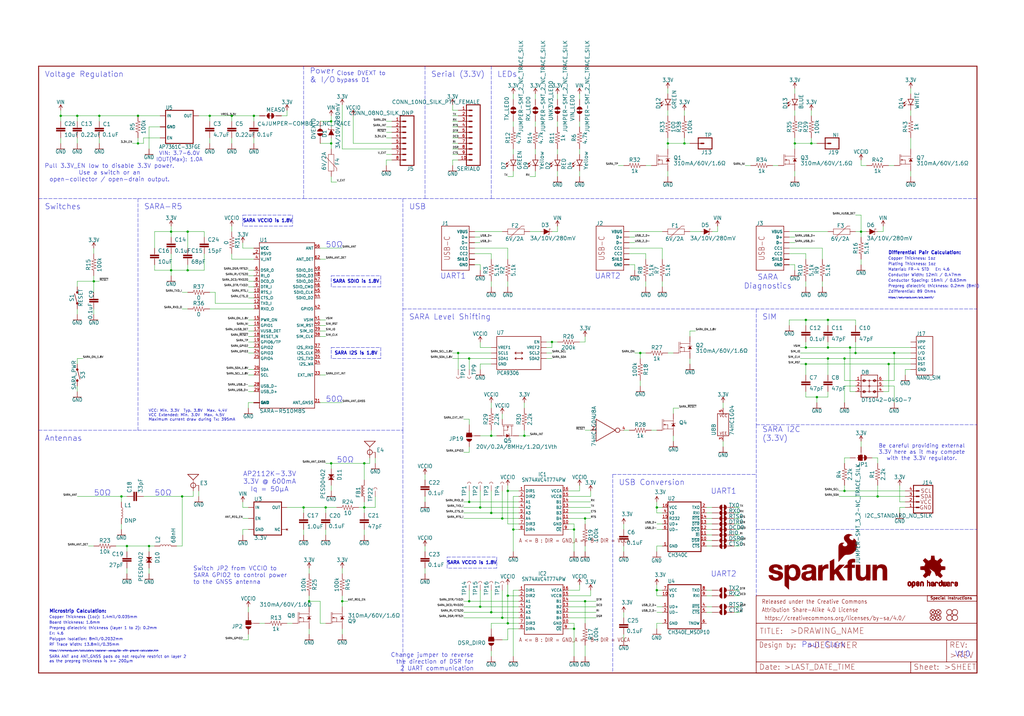
<source format=kicad_sch>
(kicad_sch (version 20211123) (generator eeschema)
  (paper "User" 471.221 329.717)
  (lib_symbols
    (symbol "eagleSchem-eagle-import:0.1UF-0603-25V-5%"
      (property "Reference" "C" (at 1.524 2.921 0))
      (property "Value" "0.1UF-0603-25V-5%" (at 1.524 -2.159 0))
      (symbol "0.1UF-0603-25V-5%_1_0"
        (pin passive line (at 0 5.08 270) (length 2.54) (name "1") (number "1"))
        (pin passive line (at 0 -2.54 90) (length 2.54) (name "2") (number "2"))
      )
    )
    (symbol "eagleSchem-eagle-import:0.22UF-0603-25V-10%"
      (property "Reference" "C" (at 1.524 2.921 0))
      (property "Value" "0.22UF-0603-25V-10%" (at 1.524 -2.159 0))
      (symbol "0.22UF-0603-25V-10%_1_0"
        (pin passive line (at 0 5.08 270) (length 2.54) (name "1") (number "1"))
        (pin passive line (at 0 -2.54 90) (length 2.54) (name "2") (number "2"))
      )
    )
    (symbol "eagleSchem-eagle-import:0OHM-0603-1{slash}10W"
      (property "Reference" "R" (at 0 1.524 0))
      (property "Value" "0OHM-0603-1{slash}10W" (at 0 -1.524 0))
      (symbol "0OHM-0603-1{slash}10W_1_0"
        (pin passive line (at -5.08 0 0) (length 2.54) (name "1") (number "1"))
        (pin passive line (at 5.08 0 180) (length 2.54) (name "2") (number "2"))
      )
    )
    (symbol "eagleSchem-eagle-import:1.0UF-0603-16V-10%"
      (property "Reference" "C" (at 1.524 2.921 0))
      (property "Value" "1.0UF-0603-16V-10%" (at 1.524 -2.159 0))
      (symbol "1.0UF-0603-16V-10%_1_0"
        (pin passive line (at 0 5.08 270) (length 2.54) (name "1") (number "1"))
        (pin passive line (at 0 -2.54 90) (length 2.54) (name "2") (number "2"))
      )
    )
    (symbol "eagleSchem-eagle-import:100KOHM-0603-1{slash}10W-1%"
      (property "Reference" "R" (at 0 1.524 0))
      (property "Value" "100KOHM-0603-1{slash}10W-1%" (at 0 -1.524 0))
      (symbol "100KOHM-0603-1{slash}10W-1%_1_0"
        (pin passive line (at -5.08 0 0) (length 2.54) (name "1") (number "1"))
        (pin passive line (at 5.08 0 180) (length 2.54) (name "2") (number "2"))
      )
    )
    (symbol "eagleSchem-eagle-import:100OHM-0603-1{slash}10W-1%"
      (property "Reference" "R" (at 0 1.524 0))
      (property "Value" "100OHM-0603-1{slash}10W-1%" (at 0 -1.524 0))
      (symbol "100OHM-0603-1{slash}10W-1%_1_0"
        (pin passive line (at -5.08 0 0) (length 2.54) (name "1") (number "1"))
        (pin passive line (at 5.08 0 180) (length 2.54) (name "2") (number "2"))
      )
    )
    (symbol "eagleSchem-eagle-import:10KOHM-0603-1{slash}10W-1%"
      (property "Reference" "R" (at 0 1.524 0))
      (property "Value" "10KOHM-0603-1{slash}10W-1%" (at 0 -1.524 0))
      (symbol "10KOHM-0603-1{slash}10W-1%_1_0"
        (pin passive line (at -5.08 0 0) (length 2.54) (name "1") (number "1"))
        (pin passive line (at 5.08 0 180) (length 2.54) (name "2") (number "2"))
      )
    )
    (symbol "eagleSchem-eagle-import:10OHM-0603-1{slash}10W-1%"
      (property "Reference" "R" (at 0 1.524 0))
      (property "Value" "10OHM-0603-1{slash}10W-1%" (at 0 -1.524 0))
      (symbol "10OHM-0603-1{slash}10W-1%_1_0"
        (pin passive line (at -5.08 0 0) (length 2.54) (name "1") (number "1"))
        (pin passive line (at 5.08 0 180) (length 2.54) (name "2") (number "2"))
      )
    )
    (symbol "eagleSchem-eagle-import:10UF-0603-6.3V-20%"
      (property "Reference" "C" (at 1.524 2.921 0))
      (property "Value" "10UF-0603-6.3V-20%" (at 1.524 -2.159 0))
      (symbol "10UF-0603-6.3V-20%_1_0"
        (pin passive line (at 0 5.08 270) (length 2.54) (name "1") (number "1"))
        (pin passive line (at 0 -2.54 90) (length 2.54) (name "2") (number "2"))
      )
    )
    (symbol "eagleSchem-eagle-import:10UF-0805-25V-10%"
      (property "Reference" "C" (at 1.524 2.921 0))
      (property "Value" "10UF-0805-25V-10%" (at 1.524 -2.159 0))
      (symbol "10UF-0805-25V-10%_1_0"
        (pin passive line (at 0 5.08 270) (length 2.54) (name "1") (number "1"))
        (pin passive line (at 0 -2.54 90) (length 2.54) (name "2") (number "2"))
      )
    )
    (symbol "eagleSchem-eagle-import:15PF-0603-50V-5%"
      (property "Reference" "C" (at 1.524 2.921 0))
      (property "Value" "15PF-0603-50V-5%" (at 1.524 -2.159 0))
      (symbol "15PF-0603-50V-5%_1_0"
        (pin passive line (at 0 5.08 270) (length 2.54) (name "1") (number "1"))
        (pin passive line (at 0 -2.54 90) (length 2.54) (name "2") (number "2"))
      )
    )
    (symbol "eagleSchem-eagle-import:1KOHM-0603-1{slash}10W-1%"
      (property "Reference" "R" (at 0 1.524 0))
      (property "Value" "1KOHM-0603-1{slash}10W-1%" (at 0 -1.524 0))
      (symbol "1KOHM-0603-1{slash}10W-1%_1_0"
        (pin passive line (at -5.08 0 0) (length 2.54) (name "1") (number "1"))
        (pin passive line (at 5.08 0 180) (length 2.54) (name "2") (number "2"))
      )
    )
    (symbol "eagleSchem-eagle-import:2.2KOHM-0603-1{slash}10W-1%"
      (property "Reference" "R" (at 0 1.524 0))
      (property "Value" "2.2KOHM-0603-1{slash}10W-1%" (at 0 -1.524 0))
      (symbol "2.2KOHM-0603-1{slash}10W-1%_1_0"
        (pin passive line (at -5.08 0 0) (length 2.54) (name "1") (number "1"))
        (pin passive line (at 5.08 0 180) (length 2.54) (name "2") (number "2"))
      )
    )
    (symbol "eagleSchem-eagle-import:200KOHM-0603-1{slash}10W-1%"
      (property "Reference" "R" (at 0 1.524 0))
      (property "Value" "200KOHM-0603-1{slash}10W-1%" (at 0 -1.524 0))
      (symbol "200KOHM-0603-1{slash}10W-1%_1_0"
        (pin passive line (at -5.08 0 0) (length 2.54) (name "1") (number "1"))
        (pin passive line (at 5.08 0 180) (length 2.54) (name "2") (number "2"))
      )
    )
    (symbol "eagleSchem-eagle-import:27PF-0402-50V-5%"
      (property "Reference" "C" (at 1.524 2.921 0))
      (property "Value" "27PF-0402-50V-5%" (at 1.524 -2.159 0))
      (symbol "27PF-0402-50V-5%_1_0"
        (pin passive line (at 0 5.08 270) (length 2.54) (name "1") (number "1"))
        (pin passive line (at 0 -2.54 90) (length 2.54) (name "2") (number "2"))
      )
    )
    (symbol "eagleSchem-eagle-import:3.3V" (power)
      (property "Value" "3.3V" (at 0 2.794 0))
      (symbol "3.3V_1_0"
        (pin power_in line (at 0 0 90) (length 2.54) (name "3.3V") (number "1"))
      )
    )
    (symbol "eagleSchem-eagle-import:33PF-0402T-50V-5%"
      (property "Reference" "C" (at 1.524 2.921 0))
      (property "Value" "33PF-0402T-50V-5%" (at 1.524 -2.159 0))
      (symbol "33PF-0402T-50V-5%_1_0"
        (pin passive line (at 0 5.08 270) (length 2.54) (name "1") (number "1"))
        (pin passive line (at 0 -2.54 90) (length 2.54) (name "2") (number "2"))
      )
    )
    (symbol "eagleSchem-eagle-import:4.7KOHM-0603-1{slash}10W-1%"
      (property "Reference" "R" (at 0 1.524 0))
      (property "Value" "4.7KOHM-0603-1{slash}10W-1%" (at 0 -1.524 0))
      (symbol "4.7KOHM-0603-1{slash}10W-1%_1_0"
        (pin passive line (at -5.08 0 0) (length 2.54) (name "1") (number "1"))
        (pin passive line (at 5.08 0 180) (length 2.54) (name "2") (number "2"))
      )
    )
    (symbol "eagleSchem-eagle-import:4.7UF-0603-6.3V-(10%)"
      (property "Reference" "C" (at 1.524 2.921 0))
      (property "Value" "4.7UF-0603-6.3V-(10%)" (at 1.524 -2.159 0))
      (symbol "4.7UF-0603-6.3V-(10%)_1_0"
        (pin passive line (at 0 5.08 270) (length 2.54) (name "1") (number "1"))
        (pin passive line (at 0 -2.54 90) (length 2.54) (name "2") (number "2"))
      )
    )
    (symbol "eagleSchem-eagle-import:470OHM-0603-1{slash}10W-1%"
      (property "Reference" "R" (at 0 1.524 0))
      (property "Value" "470OHM-0603-1{slash}10W-1%" (at 0 -1.524 0))
      (symbol "470OHM-0603-1{slash}10W-1%_1_0"
        (pin passive line (at -5.08 0 0) (length 2.54) (name "1") (number "1"))
        (pin passive line (at 5.08 0 180) (length 2.54) (name "2") (number "2"))
      )
    )
    (symbol "eagleSchem-eagle-import:47PF-0603-50V-5%"
      (property "Reference" "C" (at 1.524 2.921 0))
      (property "Value" "47PF-0603-50V-5%" (at 1.524 -2.159 0))
      (symbol "47PF-0603-50V-5%_1_0"
        (pin passive line (at 0 5.08 270) (length 2.54) (name "1") (number "1"))
        (pin passive line (at 0 -2.54 90) (length 2.54) (name "2") (number "2"))
      )
    )
    (symbol "eagleSchem-eagle-import:5.1KOHM5.1KOHM-0603-1{slash}10W-1%"
      (property "Reference" "R" (at 0 1.524 0))
      (property "Value" "5.1KOHM5.1KOHM-0603-1{slash}10W-1%" (at 0 -1.524 0))
      (symbol "5.1KOHM5.1KOHM-0603-1{slash}10W-1%_1_0"
        (pin passive line (at -5.08 0 0) (length 2.54) (name "1") (number "1"))
        (pin passive line (at 5.08 0 180) (length 2.54) (name "2") (number "2"))
      )
    )
    (symbol "eagleSchem-eagle-import:68NH-0402"
      (property "Value" "68NH-0402" (at 1.27 -2.54 0))
      (symbol "68NH-0402_1_0"
        (pin passive line (at 0 5.08 270) (length 2.54) (name "1") (number "P$1"))
        (pin passive line (at 0 -5.08 90) (length 2.54) (name "2") (number "P$2"))
      )
    )
    (symbol "eagleSchem-eagle-import:68PF-0603-50V-5%"
      (property "Reference" "C" (at 1.524 2.921 0))
      (property "Value" "68PF-0603-50V-5%" (at 1.524 -2.159 0))
      (symbol "68PF-0603-50V-5%_1_0"
        (pin passive line (at 0 5.08 270) (length 2.54) (name "1") (number "1"))
        (pin passive line (at 0 -2.54 90) (length 2.54) (name "2") (number "2"))
      )
    )
    (symbol "eagleSchem-eagle-import:741G04"
      (property "Reference" "U" (at -3.302 -5.08 90))
      (property "Value" "741G04" (at 5.08 -5.08 90))
      (symbol "741G04_1_0"
        (pin bidirectional line (at -5.08 0 0) (length 2.54) (name "A") (number "2"))
        (pin bidirectional line (at 10.16 0 180) (length 0) (name "Y") (number "4"))
      )
      (symbol "741G04_2_0"
        (text "VCC" (at 0.127 3.429 0) (effects (font (size 1.27 1.27)) (justify bottom)))
        (text "VEE" (at 0.127 -4.699 0) (effects (font (size 1.27 1.27)) (justify bottom)))
        (pin bidirectional line (at 0 -7.62 90) (length 2.54) (name "P$V-") (number "3"))
        (pin bidirectional line (at 0 7.62 270) (length 2.54) (name "P$V+") (number "5"))
      )
    )
    (symbol "eagleSchem-eagle-import:ANTENNA-SMA-GROUNDEDEDGE_SMA_SMD"
      (property "Reference" "E" (at 3.048 0 0))
      (property "Value" "ANTENNA-SMA-GROUNDEDEDGE_SMA_SMD" (at 3.048 -2.286 0))
      (symbol "ANTENNA-SMA-GROUNDEDEDGE_SMA_SMD_1_0"
        (pin bidirectional line (at 2.54 -2.54 90) (length 2.54) (name "GND") (number "GND@0"))
        (pin bidirectional line (at 2.54 -2.54 90) (length 2.54) (name "GND") (number "GND@1"))
        (pin bidirectional line (at 0 -2.54 90) (length 2.54) (name "SIGNAL") (number "SIG"))
      )
    )
    (symbol "eagleSchem-eagle-import:AP7361C-33FGEUDFN-8"
      (property "Reference" "U" (at -7.62 7.874 0))
      (property "Value" "AP7361C-33FGEUDFN-8" (at -7.62 -7.874 0))
      (symbol "AP7361C-33FGEUDFN-8_1_0"
        (pin output line (at 7.62 5.08 180) (length 2.54) (name "OUT") (number "1"))
        (pin input line (at -10.16 0 0) (length 2.54) (name "GND") (number "4"))
        (pin bidirectional line (at -10.16 -5.08 0) (length 2.54) (name "EN") (number "5"))
        (pin input line (at -10.16 5.08 0) (length 2.54) (name "IN") (number "8"))
        (pin input line (at -10.16 0 0) (length 2.54) (name "GND") (number "EP"))
      )
    )
    (symbol "eagleSchem-eagle-import:CH340C"
      (property "Reference" "U" (at -7.62 10.795 0))
      (property "Value" "CH340C" (at -7.62 -15.24 0))
      (symbol "CH340C_1_0"
        (pin bidirectional line (at -10.16 -10.16 0) (length 2.54) (name "GND") (number "1"))
        (pin bidirectional line (at 10.16 -7.62 180) (length 2.54) (name "~{DSR}") (number "10"))
        (pin bidirectional line (at 10.16 -5.08 180) (length 2.54) (name "~{RI}") (number "11"))
        (pin bidirectional line (at 10.16 -2.54 180) (length 2.54) (name "~{DCD}") (number "12"))
        (pin bidirectional line (at 10.16 0 180) (length 2.54) (name "~{DTR}") (number "13"))
        (pin bidirectional line (at 10.16 2.54 180) (length 2.54) (name "~{RTS}") (number "14"))
        (pin bidirectional line (at -10.16 2.54 0) (length 2.54) (name "R232") (number "15"))
        (pin bidirectional line (at -10.16 7.62 0) (length 2.54) (name "VCC") (number "16"))
        (pin bidirectional line (at 10.16 7.62 180) (length 2.54) (name "TXO") (number "2"))
        (pin bidirectional line (at 10.16 5.08 180) (length 2.54) (name "RXI") (number "3"))
        (pin bidirectional line (at -10.16 5.08 0) (length 2.54) (name "V3") (number "4"))
        (pin bidirectional line (at -10.16 0 0) (length 2.54) (name "UD+") (number "5"))
        (pin bidirectional line (at -10.16 -2.54 0) (length 2.54) (name "UD-") (number "6"))
        (pin bidirectional line (at 10.16 -10.16 180) (length 2.54) (name "~{CTS}") (number "9"))
      )
    )
    (symbol "eagleSchem-eagle-import:CH340E_MSOP10"
      (property "Reference" "U" (at -7.62 10.795 0))
      (property "Value" "CH340E_MSOP10" (at -7.62 -12.7 0))
      (symbol "CH340E_MSOP10_1_0"
        (pin bidirectional line (at -10.16 0 0) (length 2.54) (name "UD+") (number "1"))
        (pin bidirectional line (at -10.16 5.08 0) (length 2.54) (name "V3") (number "10"))
        (pin bidirectional line (at -10.16 -2.54 0) (length 2.54) (name "UD-") (number "2"))
        (pin bidirectional line (at -10.16 -7.62 0) (length 2.54) (name "GND") (number "3"))
        (pin bidirectional line (at 10.16 0 180) (length 2.54) (name "~{RTS}") (number "4"))
        (pin bidirectional line (at 10.16 -2.54 180) (length 2.54) (name "~{CTS}") (number "5"))
        (pin bidirectional line (at 10.16 -7.62 180) (length 2.54) (name "TNOW") (number "6"))
        (pin bidirectional line (at -10.16 7.62 0) (length 2.54) (name "VCC") (number "7"))
        (pin bidirectional line (at 10.16 7.62 180) (length 2.54) (name "TXO") (number "8"))
        (pin bidirectional line (at 10.16 5.08 180) (length 2.54) (name "RXI") (number "9"))
      )
    )
    (symbol "eagleSchem-eagle-import:CONN_01PTH_NO_SILK_YES_STOP"
      (property "Reference" "J" (at -2.54 3.048 0))
      (property "Value" "CONN_01PTH_NO_SILK_YES_STOP" (at -2.54 -4.826 0))
      (symbol "CONN_01PTH_NO_SILK_YES_STOP_1_0"
        (pin passive line (at 7.62 0 180) (length 5.08) (name "1") (number "1"))
      )
    )
    (symbol "eagleSchem-eagle-import:CONN_08NO_SILK_DNP"
      (property "Reference" "J" (at -5.08 13.208 0))
      (property "Value" "CONN_08NO_SILK_DNP" (at -5.08 -12.446 0))
      (symbol "CONN_08NO_SILK_DNP_1_0"
        (pin passive line (at 5.08 -7.62 180) (length 5.08) (name "1") (number "1"))
        (pin passive line (at 5.08 -5.08 180) (length 5.08) (name "2") (number "2"))
        (pin passive line (at 5.08 -2.54 180) (length 5.08) (name "3") (number "3"))
        (pin passive line (at 5.08 0 180) (length 5.08) (name "4") (number "4"))
        (pin passive line (at 5.08 2.54 180) (length 5.08) (name "5") (number "5"))
        (pin passive line (at 5.08 5.08 180) (length 5.08) (name "6") (number "6"))
        (pin passive line (at 5.08 7.62 180) (length 5.08) (name "7") (number "7"))
        (pin passive line (at 5.08 10.16 180) (length 5.08) (name "8") (number "8"))
      )
    )
    (symbol "eagleSchem-eagle-import:CONN_10NO_SILK_PTH_FEMALE"
      (property "Reference" "J" (at 0 8.128 0))
      (property "Value" "CONN_10NO_SILK_PTH_FEMALE" (at 0 -22.606 0))
      (symbol "CONN_10NO_SILK_PTH_FEMALE_1_0"
        (pin passive line (at 10.16 -17.78 180) (length 5.08) (name "1") (number "1"))
        (pin passive line (at 10.16 5.08 180) (length 5.08) (name "10") (number "10"))
        (pin passive line (at 10.16 -15.24 180) (length 5.08) (name "2") (number "2"))
        (pin passive line (at 10.16 -12.7 180) (length 5.08) (name "3") (number "3"))
        (pin passive line (at 10.16 -10.16 180) (length 5.08) (name "4") (number "4"))
        (pin passive line (at 10.16 -7.62 180) (length 5.08) (name "5") (number "5"))
        (pin passive line (at 10.16 -5.08 180) (length 5.08) (name "6") (number "6"))
        (pin passive line (at 10.16 -2.54 180) (length 5.08) (name "7") (number "7"))
        (pin passive line (at 10.16 0 180) (length 5.08) (name "8") (number "8"))
        (pin passive line (at 10.16 2.54 180) (length 5.08) (name "9") (number "9"))
      )
    )
    (symbol "eagleSchem-eagle-import:DIODE-SCHOTTKY-BAT60A"
      (property "Reference" "D" (at -2.54 2.032 0))
      (property "Value" "DIODE-SCHOTTKY-BAT60A" (at -2.54 -2.032 0))
      (symbol "DIODE-SCHOTTKY-BAT60A_1_0"
        (pin passive line (at -2.54 0 0) (length 0) (name "A") (number "A"))
        (pin passive line (at 2.54 0 180) (length 0) (name "C") (number "C"))
      )
    )
    (symbol "eagleSchem-eagle-import:FERRITE_BEAD-0603"
      (property "Reference" "FB" (at 1.27 2.54 0))
      (property "Value" "FERRITE_BEAD-0603" (at 1.27 -2.54 0))
      (symbol "FERRITE_BEAD-0603_1_0"
        (pin passive line (at 0 5.08 270) (length 2.54) (name "1") (number "1"))
        (pin passive line (at 0 -5.08 90) (length 2.54) (name "2") (number "2"))
      )
    )
    (symbol "eagleSchem-eagle-import:FIDUCIALUFIDUCIAL")
    (symbol "eagleSchem-eagle-import:FRAME-LEDGER"
      (symbol "FRAME-LEDGER_2_0"
        (text " https://creativecommons.org/licenses/by-sa/4.0/" (at 2.54 24.13 0) (effects (font (size 1.9304 1.6408)) (justify left bottom)))
        (text ">DESIGNER" (at 23.114 11.176 0) (effects (font (size 2.7432 2.7432)) (justify left bottom)))
        (text ">DRAWING_NAME" (at 15.494 17.78 0) (effects (font (size 2.7432 2.7432)) (justify left bottom)))
        (text ">LAST_DATE_TIME" (at 12.7 1.27 0) (effects (font (size 2.54 2.54)) (justify left bottom)))
        (text ">REV" (at 88.9 6.604 0) (effects (font (size 2.7432 2.7432)) (justify left bottom)))
        (text ">SHEET" (at 86.36 1.27 0) (effects (font (size 2.54 2.54)) (justify left bottom)))
        (text "Attribution Share-Alike 4.0 License" (at 2.54 27.94 0) (effects (font (size 1.9304 1.6408)) (justify left bottom)))
        (text "Date:" (at 1.27 1.27 0) (effects (font (size 2.54 2.54)) (justify left bottom)))
        (text "Design by:" (at 1.27 11.43 0) (effects (font (size 2.54 2.159)) (justify left bottom)))
        (text "Released under the Creative Commons" (at 2.54 31.75 0) (effects (font (size 1.9304 1.6408)) (justify left bottom)))
        (text "REV:" (at 88.9 11.43 0) (effects (font (size 2.54 2.54)) (justify left bottom)))
        (text "Sheet:" (at 72.39 1.27 0) (effects (font (size 2.54 2.54)) (justify left bottom)))
        (text "TITLE:" (at 1.524 17.78 0) (effects (font (size 2.54 2.54)) (justify left bottom)))
      )
    )
    (symbol "eagleSchem-eagle-import:GND" (power)
      (property "Value" "GND" (at 0 -0.254 0))
      (symbol "GND_1_0"
        (pin power_in line (at 0 2.54 270) (length 2.54) (name "GND") (number "1"))
      )
    )
    (symbol "eagleSchem-eagle-import:I2C_STANDARD_NO_SILK"
      (property "Reference" "J" (at -5.08 7.874 0))
      (property "Value" "I2C_STANDARD_NO_SILK" (at -5.08 -5.334 0))
      (symbol "I2C_STANDARD_NO_SILK_1_0"
        (text "GND" (at -4.572 -2.54 0) (effects (font (size 1.778 1.778)) (justify left)))
        (text "SCL" (at -4.572 5.08 0) (effects (font (size 1.778 1.778)) (justify left)))
        (text "SDA" (at -4.572 2.54 0) (effects (font (size 1.778 1.778)) (justify left)))
        (text "VCC" (at -4.572 0 0) (effects (font (size 1.778 1.778)) (justify left)))
        (pin power_in line (at 7.62 -2.54 180) (length 5.08) (name "1") (number "1"))
        (pin power_in line (at 7.62 0 180) (length 5.08) (name "2") (number "2"))
        (pin passive line (at 7.62 2.54 180) (length 5.08) (name "3") (number "3"))
        (pin passive line (at 7.62 5.08 180) (length 5.08) (name "4") (number "4"))
      )
    )
    (symbol "eagleSchem-eagle-import:INDUCTORDNP-0402-COILCRAFT"
      (property "Reference" "L" (at 1.27 2.54 0))
      (property "Value" "INDUCTORDNP-0402-COILCRAFT" (at 1.27 -2.54 0))
      (symbol "INDUCTORDNP-0402-COILCRAFT_1_0"
        (pin passive line (at 0 5.08 270) (length 2.54) (name "1") (number "P$1"))
        (pin passive line (at 0 -5.08 90) (length 2.54) (name "2") (number "P$2"))
      )
    )
    (symbol "eagleSchem-eagle-import:JUMPER-COMBO_2_NC_TRACE"
      (property "Reference" "JP" (at -2.54 2.54 0))
      (property "Value" "JUMPER-COMBO_2_NC_TRACE" (at -2.54 -2.54 0))
      (symbol "JUMPER-COMBO_2_NC_TRACE_1_0"
        (pin passive line (at -5.08 0 0) (length 2.54) (name "1") (number "1"))
        (pin passive line (at 5.08 0 180) (length 2.54) (name "2") (number "2"))
        (pin passive line (at -5.08 0 0) (length 2.54) (name "1") (number "3"))
        (pin passive line (at 5.08 0 180) (length 2.54) (name "2") (number "4"))
      )
    )
    (symbol "eagleSchem-eagle-import:JUMPER-SMT_2_NC_TRACE_SILK"
      (property "Reference" "JP" (at -2.54 2.54 0))
      (property "Value" "JUMPER-SMT_2_NC_TRACE_SILK" (at -2.54 -2.54 0))
      (symbol "JUMPER-SMT_2_NC_TRACE_SILK_1_0"
        (pin passive line (at -5.08 0 0) (length 2.54) (name "1") (number "1"))
        (pin passive line (at 5.08 0 180) (length 2.54) (name "2") (number "2"))
      )
    )
    (symbol "eagleSchem-eagle-import:JUMPER-SMT_2_NO_SILK"
      (property "Reference" "JP" (at -2.54 2.54 0))
      (property "Value" "JUMPER-SMT_2_NO_SILK" (at -2.54 -2.54 0))
      (symbol "JUMPER-SMT_2_NO_SILK_1_0"
        (pin passive line (at -5.08 0 0) (length 2.54) (name "1") (number "1"))
        (pin passive line (at 5.08 0 180) (length 2.54) (name "2") (number "2"))
      )
    )
    (symbol "eagleSchem-eagle-import:JUMPER-SMT_3_1-NC_TRACE_SILK"
      (property "Reference" "JP" (at 2.54 0.381 0))
      (property "Value" "JUMPER-SMT_3_1-NC_TRACE_SILK" (at 2.54 -0.381 0))
      (symbol "JUMPER-SMT_3_1-NC_TRACE_SILK_1_0"
        (pin passive line (at 0 5.08 270) (length 2.54) (name "1") (number "1"))
        (pin passive line (at -5.08 0 0) (length 2.54) (name "2") (number "2"))
        (pin passive line (at 0 -5.08 90) (length 2.54) (name "3") (number "3"))
      )
    )
    (symbol "eagleSchem-eagle-import:JUMPER-SMT_3_2-NC_TRACE_SILK"
      (property "Reference" "JP" (at 2.54 0.381 0))
      (property "Value" "JUMPER-SMT_3_2-NC_TRACE_SILK" (at 2.54 -0.381 0))
      (symbol "JUMPER-SMT_3_2-NC_TRACE_SILK_1_0"
        (pin passive line (at 0 5.08 270) (length 2.54) (name "1") (number "1"))
        (pin passive line (at -5.08 0 0) (length 2.54) (name "2") (number "2"))
        (pin passive line (at 0 -5.08 90) (length 2.54) (name "3") (number "3"))
      )
    )
    (symbol "eagleSchem-eagle-import:LED-BLUE0603"
      (property "Reference" "D" (at -3.429 -4.572 90))
      (property "Value" "LED-BLUE0603" (at 1.905 -4.572 90))
      (symbol "LED-BLUE0603_1_0"
        (pin passive line (at 0 2.54 270) (length 2.54) (name "A") (number "A"))
        (pin passive line (at 0 -5.08 90) (length 2.54) (name "C") (number "C"))
      )
    )
    (symbol "eagleSchem-eagle-import:LED-GREEN0603"
      (property "Reference" "D" (at -3.429 -4.572 90))
      (property "Value" "LED-GREEN0603" (at 1.905 -4.572 90))
      (symbol "LED-GREEN0603_1_0"
        (pin passive line (at 0 2.54 270) (length 2.54) (name "A") (number "A"))
        (pin passive line (at 0 -5.08 90) (length 2.54) (name "C") (number "C"))
      )
    )
    (symbol "eagleSchem-eagle-import:LED-RED0603"
      (property "Reference" "D" (at -3.429 -4.572 90))
      (property "Value" "LED-RED0603" (at 1.905 -4.572 90))
      (symbol "LED-RED0603_1_0"
        (pin passive line (at 0 2.54 270) (length 2.54) (name "A") (number "A"))
        (pin passive line (at 0 -5.08 90) (length 2.54) (name "C") (number "C"))
      )
    )
    (symbol "eagleSchem-eagle-import:LED-WHITE0603"
      (property "Reference" "D" (at -3.429 -4.572 90))
      (property "Value" "LED-WHITE0603" (at 1.905 -4.572 90))
      (symbol "LED-WHITE0603_1_0"
        (pin passive line (at 0 2.54 270) (length 2.54) (name "A") (number "A"))
        (pin passive line (at 0 -5.08 90) (length 2.54) (name "C") (number "C"))
      )
    )
    (symbol "eagleSchem-eagle-import:LED-YELLOW0603"
      (property "Reference" "D" (at -3.429 -4.572 90))
      (property "Value" "LED-YELLOW0603" (at 1.905 -4.572 90))
      (symbol "LED-YELLOW0603_1_0"
        (pin passive line (at 0 2.54 270) (length 2.54) (name "A") (number "A"))
        (pin passive line (at 0 -5.08 90) (length 2.54) (name "C") (number "C"))
      )
    )
    (symbol "eagleSchem-eagle-import:MOMENTARY-SWITCH-SPST-SMD-5.2-TALL-REDUNDANT"
      (property "Reference" "S" (at 0 1.524 0))
      (property "Value" "MOMENTARY-SWITCH-SPST-SMD-5.2-TALL-REDUNDANT" (at 0 -0.508 0))
      (symbol "MOMENTARY-SWITCH-SPST-SMD-5.2-TALL-REDUNDANT_1_0"
        (pin passive line (at -5.08 0 0) (length 2.54) (name "1") (number "1"))
        (pin passive line (at -5.08 0 0) (length 2.54) (name "1") (number "2"))
        (pin passive line (at 5.08 0 180) (length 2.54) (name "2") (number "3"))
        (pin passive line (at 5.08 0 180) (length 2.54) (name "2") (number "4"))
      )
    )
    (symbol "eagleSchem-eagle-import:MOSFET-NCH-2N7002PW"
      (property "Reference" "Q" (at 5.08 0 0))
      (property "Value" "MOSFET-NCH-2N7002PW" (at 5.08 -2.54 0))
      (symbol "MOSFET-NCH-2N7002PW_1_0"
        (pin bidirectional line (at -5.08 -2.54 0) (length 2.54) (name "G") (number "1"))
        (pin bidirectional line (at 2.54 -5.08 90) (length 2.54) (name "S") (number "2"))
        (pin bidirectional line (at 2.54 5.08 270) (length 2.54) (name "D") (number "3"))
      )
    )
    (symbol "eagleSchem-eagle-import:MOSFET-NCH-RE1C00UNTL"
      (property "Reference" "Q" (at 5.08 0 0))
      (property "Value" "MOSFET-NCH-RE1C00UNTL" (at 5.08 -2.54 0))
      (symbol "MOSFET-NCH-RE1C00UNTL_1_0"
        (pin bidirectional line (at -5.08 -2.54 0) (length 2.54) (name "G") (number "1"))
        (pin bidirectional line (at 2.54 -5.08 90) (length 2.54) (name "S") (number "2"))
        (pin bidirectional line (at 2.54 5.08 270) (length 2.54) (name "D") (number "3"))
      )
    )
    (symbol "eagleSchem-eagle-import:OSHW-LOGOMINI")
    (symbol "eagleSchem-eagle-import:PCA9306VSSOP_8PIN"
      (property "Reference" "U" (at -10.16 8.382 0))
      (property "Value" "PCA9306VSSOP_8PIN" (at -10.16 -10.16 0))
      (symbol "PCA9306VSSOP_8PIN_1_0"
        (pin power_in line (at -12.7 -5.08 0) (length 2.54) (name "GND") (number "P1"))
        (pin power_in line (at -12.7 2.54 0) (length 2.54) (name "VREF1") (number "P2"))
        (pin bidirectional line (at -12.7 0 0) (length 2.54) (name "SCL1") (number "P3"))
        (pin bidirectional line (at -12.7 -2.54 0) (length 2.54) (name "SDA1") (number "P4"))
        (pin bidirectional line (at 12.7 -2.54 180) (length 2.54) (name "SDA2") (number "P5"))
        (pin bidirectional line (at 12.7 0 180) (length 2.54) (name "SCL2") (number "P6"))
        (pin power_in line (at 12.7 2.54 180) (length 2.54) (name "VREF2") (number "P7"))
        (pin input line (at 12.7 5.08 180) (length 2.54) (name "EN") (number "P8"))
      )
    )
    (symbol "eagleSchem-eagle-import:PESD0402"
      (property "Reference" "D" (at -2.54 2.794 0))
      (property "Value" "PESD0402" (at -2.54 -2.794 0))
      (symbol "PESD0402_1_0"
        (pin bidirectional line (at -2.54 0 0) (length 2.54) (name "1") (number "1"))
        (pin bidirectional line (at 5.08 0 180) (length 2.54) (name "2") (number "2"))
      )
    )
    (symbol "eagleSchem-eagle-import:PPTC_6V2A"
      (property "Reference" "F" (at 1.905 3.175 0))
      (property "Value" "PPTC_6V2A" (at 1.27 -2.794 0))
      (symbol "PPTC_6V2A_1_0"
        (pin bidirectional line (at -5.08 0 0) (length 2.54) (name "1") (number "1"))
        (pin bidirectional line (at 7.62 0 180) (length 2.54) (name "2") (number "2"))
      )
    )
    (symbol "eagleSchem-eagle-import:SARA-R510M8S"
      (property "Reference" "U" (at -12.7 35.814 0))
      (property "Value" "SARA-R510M8S" (at -12.7 -40.894 0))
      (symbol "SARA-R510M8S_1_0"
        (pin power_in line (at -15.24 -38.1 0) (length 2.54) (name "GND") (number "1"))
        (pin input line (at -15.24 12.7 0) (length 2.54) (name "RTS_I") (number "10"))
        (pin output line (at -15.24 10.16 0) (length 2.54) (name "CTS_O") (number "11"))
        (pin input line (at -15.24 7.62 0) (length 2.54) (name "TXD_I") (number "12"))
        (pin output line (at -15.24 5.08 0) (length 2.54) (name "RXD_O") (number "13"))
        (pin power_in line (at -15.24 -38.1 0) (length 2.54) (name "GND") (number "14"))
        (pin input line (at -15.24 0 0) (length 2.54) (name "PWR_ON") (number "15"))
        (pin bidirectional line (at -15.24 -2.54 0) (length 2.54) (name "GPIO1") (number "16"))
        (pin input line (at -15.24 -5.08 0) (length 2.54) (name "VUSB_DET") (number "17"))
        (pin input line (at -15.24 -7.62 0) (length 2.54) (name "RESET_N") (number "18"))
        (pin bidirectional line (at -15.24 -10.16 0) (length 2.54) (name "GPIO6/TP") (number "19"))
        (pin no_connect line (at -15.24 30.48 0) (length 2.54) (name "RSVD") (number "2"))
        (pin power_in line (at -15.24 -38.1 0) (length 2.54) (name "GND") (number "20"))
        (pin power_in line (at -15.24 -38.1 0) (length 2.54) (name "GND") (number "21"))
        (pin power_in line (at -15.24 -38.1 0) (length 2.54) (name "GND") (number "22"))
        (pin bidirectional line (at -15.24 -12.7 0) (length 2.54) (name "GPIO2") (number "23"))
        (pin bidirectional line (at -15.24 -15.24 0) (length 2.54) (name "GPIO3") (number "24"))
        (pin bidirectional line (at -15.24 -17.78 0) (length 2.54) (name "GPIO4") (number "25"))
        (pin bidirectional line (at -15.24 -22.86 0) (length 2.54) (name "SDA") (number "26"))
        (pin bidirectional line (at -15.24 -25.4 0) (length 2.54) (name "SCL") (number "27"))
        (pin bidirectional line (at -15.24 -30.48 0) (length 2.54) (name "USB_D-") (number "28"))
        (pin bidirectional line (at -15.24 -33.02 0) (length 2.54) (name "USB_D+") (number "29"))
        (pin power_in line (at -15.24 -38.1 0) (length 2.54) (name "GND") (number "3"))
        (pin power_in line (at -15.24 -38.1 0) (length 2.54) (name "GND") (number "30"))
        (pin input line (at 15.24 -38.1 180) (length 2.54) (name "ANT_GNSS") (number "31"))
        (pin power_in line (at -15.24 -38.1 0) (length 2.54) (name "GND") (number "32"))
        (pin input line (at 15.24 -25.4 180) (length 2.54) (name "EXT_INT") (number "33"))
        (pin output line (at 15.24 -20.32 180) (length 2.54) (name "I2S_WA") (number "34"))
        (pin output line (at 15.24 -17.78 180) (length 2.54) (name "I2S_TXD") (number "35"))
        (pin output line (at 15.24 -15.24 180) (length 2.54) (name "I2S_CLK") (number "36"))
        (pin input line (at 15.24 -12.7 180) (length 2.54) (name "I2S_RXD") (number "37"))
        (pin output line (at 15.24 -7.62 180) (length 2.54) (name "SIM_CLK") (number "38"))
        (pin bidirectional line (at 15.24 -5.08 180) (length 2.54) (name "SIM_IO") (number "39"))
        (pin output line (at -15.24 27.94 0) (length 2.54) (name "V_INT") (number "4"))
        (pin output line (at 15.24 -2.54 180) (length 2.54) (name "SIM_RST") (number "40"))
        (pin output line (at 15.24 0 180) (length 2.54) (name "VSIM") (number "41"))
        (pin bidirectional line (at 15.24 5.08 180) (length 2.54) (name "GPIO5") (number "42"))
        (pin power_in line (at -15.24 -38.1 0) (length 2.54) (name "GND") (number "43"))
        (pin bidirectional line (at 15.24 10.16 180) (length 2.54) (name "SDIO_D2") (number "44"))
        (pin output line (at 15.24 12.7 180) (length 2.54) (name "SDIO_CLK") (number "45"))
        (pin bidirectional line (at 15.24 15.24 180) (length 2.54) (name "SDIO_CMD") (number "46"))
        (pin bidirectional line (at 15.24 17.78 180) (length 2.54) (name "SDIO_D0") (number "47"))
        (pin bidirectional line (at 15.24 20.32 180) (length 2.54) (name "SDIO_D3") (number "48"))
        (pin bidirectional line (at 15.24 22.86 180) (length 2.54) (name "SDIO_D1") (number "49"))
        (pin power_in line (at -15.24 -38.1 0) (length 2.54) (name "GND") (number "5"))
        (pin power_in line (at -15.24 -38.1 0) (length 2.54) (name "GND") (number "50"))
        (pin power_in line (at -15.24 33.02 0) (length 2.54) (name "VCC") (number "51"))
        (pin power_in line (at -15.24 33.02 0) (length 2.54) (name "VCC") (number "52"))
        (pin power_in line (at -15.24 33.02 0) (length 2.54) (name "VCC") (number "53"))
        (pin power_in line (at -15.24 -38.1 0) (length 2.54) (name "GND") (number "54"))
        (pin power_in line (at -15.24 -38.1 0) (length 2.54) (name "GND") (number "55"))
        (pin bidirectional line (at 15.24 33.02 180) (length 2.54) (name "ANT") (number "56"))
        (pin power_in line (at -15.24 -38.1 0) (length 2.54) (name "GND") (number "57"))
        (pin power_in line (at -15.24 -38.1 0) (length 2.54) (name "GND") (number "58"))
        (pin power_in line (at -15.24 -38.1 0) (length 2.54) (name "GND") (number "59"))
        (pin output line (at -15.24 22.86 0) (length 2.54) (name "DSR_O") (number "6"))
        (pin power_in line (at -15.24 -38.1 0) (length 2.54) (name "GND") (number "60"))
        (pin power_in line (at -15.24 -38.1 0) (length 2.54) (name "GND") (number "61"))
        (pin input line (at 15.24 27.94 180) (length 2.54) (name "ANT_DET") (number "62"))
        (pin power_in line (at -15.24 -38.1 0) (length 2.54) (name "GND") (number "63"))
        (pin power_in line (at -15.24 -38.1 0) (length 2.54) (name "GND") (number "64"))
        (pin power_in line (at -15.24 -38.1 0) (length 2.54) (name "GND") (number "65"))
        (pin power_in line (at -15.24 -38.1 0) (length 2.54) (name "GND") (number "66"))
        (pin power_in line (at -15.24 -38.1 0) (length 2.54) (name "GND") (number "67"))
        (pin power_in line (at -15.24 -38.1 0) (length 2.54) (name "GND") (number "68"))
        (pin power_in line (at -15.24 -38.1 0) (length 2.54) (name "GND") (number "69"))
        (pin output line (at -15.24 20.32 0) (length 2.54) (name "RI_O") (number "7"))
        (pin power_in line (at -15.24 -38.1 0) (length 2.54) (name "GND") (number "70"))
        (pin power_in line (at -15.24 -38.1 0) (length 2.54) (name "GND") (number "71"))
        (pin power_in line (at -15.24 -38.1 0) (length 2.54) (name "GND") (number "72"))
        (pin power_in line (at -15.24 -38.1 0) (length 2.54) (name "GND") (number "73"))
        (pin power_in line (at -15.24 -38.1 0) (length 2.54) (name "GND") (number "74"))
        (pin power_in line (at -15.24 -38.1 0) (length 2.54) (name "GND") (number "75"))
        (pin power_in line (at -15.24 -38.1 0) (length 2.54) (name "GND") (number "76"))
        (pin power_in line (at -15.24 -38.1 0) (length 2.54) (name "GND") (number "77"))
        (pin power_in line (at -15.24 -38.1 0) (length 2.54) (name "GND") (number "78"))
        (pin power_in line (at -15.24 -38.1 0) (length 2.54) (name "GND") (number "79"))
        (pin output line (at -15.24 17.78 0) (length 2.54) (name "DCD_O") (number "8"))
        (pin power_in line (at -15.24 -38.1 0) (length 2.54) (name "GND") (number "80"))
        (pin power_in line (at -15.24 -38.1 0) (length 2.54) (name "GND") (number "81"))
        (pin power_in line (at -15.24 -38.1 0) (length 2.54) (name "GND") (number "82"))
        (pin power_in line (at -15.24 -38.1 0) (length 2.54) (name "GND") (number "83"))
        (pin power_in line (at -15.24 -38.1 0) (length 2.54) (name "GND") (number "84"))
        (pin power_in line (at -15.24 -38.1 0) (length 2.54) (name "GND") (number "85"))
        (pin power_in line (at -15.24 -38.1 0) (length 2.54) (name "GND") (number "86"))
        (pin power_in line (at -15.24 -38.1 0) (length 2.54) (name "GND") (number "87"))
        (pin power_in line (at -15.24 -38.1 0) (length 2.54) (name "GND") (number "88"))
        (pin power_in line (at -15.24 -38.1 0) (length 2.54) (name "GND") (number "89"))
        (pin input line (at -15.24 15.24 0) (length 2.54) (name "DTR_I") (number "9"))
        (pin power_in line (at -15.24 -38.1 0) (length 2.54) (name "GND") (number "90"))
        (pin power_in line (at -15.24 -38.1 0) (length 2.54) (name "GND") (number "91"))
        (pin power_in line (at -15.24 -38.1 0) (length 2.54) (name "GND") (number "92"))
        (pin power_in line (at -15.24 -38.1 0) (length 2.54) (name "GND") (number "93"))
        (pin power_in line (at -15.24 -38.1 0) (length 2.54) (name "GND") (number "94"))
        (pin power_in line (at -15.24 -38.1 0) (length 2.54) (name "GND") (number "95"))
        (pin power_in line (at -15.24 -38.1 0) (length 2.54) (name "GND") (number "96"))
      )
    )
    (symbol "eagleSchem-eagle-import:SFE_LOGO_NAME_FLAME.1_INCH")
    (symbol "eagleSchem-eagle-import:SIMHOLDERNANOSIM"
      (property "Reference" "J" (at -4.572 10.668 0))
      (property "Value" "SIMHOLDERNANOSIM" (at -4.572 -10.16 0))
      (symbol "SIMHOLDERNANOSIM_1_0"
        (pin power_in line (at -7.62 5.08 0) (length 2.54) (name "VCC") (number "C1"))
        (pin input line (at -7.62 -2.54 0) (length 2.54) (name "RST") (number "C2"))
        (pin input line (at -7.62 0 0) (length 2.54) (name "CLK") (number "C3"))
        (pin power_in line (at -7.62 -5.08 0) (length 2.54) (name "GND") (number "C5"))
        (pin input line (at -7.62 7.62 0) (length 2.54) (name "VPP") (number "C6"))
        (pin bidirectional line (at -7.62 2.54 0) (length 2.54) (name "I/O") (number "C7"))
      )
    )
    (symbol "eagleSchem-eagle-import:SN74AVC4T774PW"
      (property "Reference" "IC" (at 1.27 15.24 0))
      (property "Value" "SN74AVC4T774PW" (at 1.27 12.7 0))
      (symbol "SN74AVC4T774PW_1_0"
        (text "A <= B : DIR = GND_A => B : DIR = VCCA" (at -10.16 -15.24 0) (effects (font (size 1.778 1.5113)) (justify left)))
        (pin input line (at -10.16 7.62 0) (length 2.54) (name "DIR1") (number "1"))
        (pin power_in line (at 12.7 -7.62 180) (length 2.54) (name "GND") (number "10"))
        (pin bidirectional line (at 12.7 -5.08 180) (length 2.54) (name "B4") (number "11"))
        (pin bidirectional line (at 12.7 -2.54 180) (length 2.54) (name "B3") (number "12"))
        (pin bidirectional line (at 12.7 0 180) (length 2.54) (name "B2") (number "13"))
        (pin bidirectional line (at 12.7 2.54 180) (length 2.54) (name "B1") (number "14"))
        (pin power_in line (at 12.7 5.08 180) (length 2.54) (name "VCCB") (number "15"))
        (pin power_in line (at 12.7 7.62 180) (length 2.54) (name "VCCA") (number "16"))
        (pin input line (at -10.16 5.08 0) (length 2.54) (name "DIR2") (number "2"))
        (pin bidirectional line (at -10.16 2.54 0) (length 2.54) (name "A1") (number "3"))
        (pin bidirectional line (at -10.16 0 0) (length 2.54) (name "A2") (number "4"))
        (pin bidirectional line (at -10.16 -2.54 0) (length 2.54) (name "A3") (number "5"))
        (pin bidirectional line (at -10.16 -5.08 0) (length 2.54) (name "A4") (number "6"))
        (pin input line (at -10.16 -7.62 0) (length 2.54) (name "DIR3") (number "7"))
        (pin input line (at -10.16 -10.16 0) (length 2.54) (name "DIR4") (number "8"))
        (pin input line (at 12.7 -10.16 180) (length 2.54) (name "~{OE}") (number "9"))
      )
    )
    (symbol "eagleSchem-eagle-import:SPECIAL_INSTRUCTIONS-ORDERING"
      (symbol "SPECIAL_INSTRUCTIONS-ORDERING_1_0"
        (text "Special Instructions" (at 1.27 0.6985 0) (effects (font (size 1.27 1.27) (thickness 0.254) bold) (justify left bottom)))
      )
    )
    (symbol "eagleSchem-eagle-import:STAND-OFF")
    (symbol "eagleSchem-eagle-import:TEST-POINT3"
      (property "Reference" "TP" (at -2.54 2.54 0))
      (property "Value" "TEST-POINT3" (at -2.54 -2.54 0))
      (symbol "TEST-POINT3_1_0"
        (pin bidirectional line (at 0 0 180) (length 0) (name "1") (number "P$1"))
      )
    )
    (symbol "eagleSchem-eagle-import:TVS_DIODE_ARRAY_4DT1042-04SO-7"
      (property "Reference" "D" (at -2.54 5.334 0))
      (property "Value" "TVS_DIODE_ARRAY_4DT1042-04SO-7" (at -2.54 -5.334 0))
      (symbol "TVS_DIODE_ARRAY_4DT1042-04SO-7_1_0"
        (pin bidirectional line (at -5.08 2.54 0) (length 2.54) (name "1") (number "1"))
        (pin bidirectional line (at -5.08 0 0) (length 2.54) (name "2") (number "2"))
        (pin bidirectional line (at -5.08 -2.54 0) (length 2.54) (name "3") (number "3"))
        (pin bidirectional line (at 7.62 -2.54 180) (length 2.54) (name "4") (number "4"))
        (pin bidirectional line (at 7.62 0 180) (length 2.54) (name "5") (number "5"))
        (pin bidirectional line (at 7.62 2.54 180) (length 2.54) (name "6") (number "6"))
      )
    )
    (symbol "eagleSchem-eagle-import:USB_C_4-LAYER_PADS"
      (property "Reference" "J" (at -2.54 10.414 0))
      (property "Value" "USB_C_4-LAYER_PADS" (at -2.54 -12.446 0))
      (symbol "USB_C_4-LAYER_PADS_1_0"
        (text "USB-C" (at 0 0 900) (effects (font (size 2.54 2.159))))
        (pin bidirectional line (at 12.7 0 180) (length 2.54) (name "CC1") (number "A5"))
        (pin bidirectional line (at 12.7 5.08 180) (length 2.54) (name "D+") (number "A6"))
        (pin bidirectional line (at 12.7 2.54 180) (length 2.54) (name "D-") (number "A7"))
        (pin bidirectional line (at 12.7 -2.54 180) (length 2.54) (name "CC2") (number "B5"))
        (pin bidirectional line (at 12.7 5.08 180) (length 2.54) (name "D+") (number "B6"))
        (pin bidirectional line (at 12.7 2.54 180) (length 2.54) (name "D-") (number "B7"))
        (pin bidirectional line (at 12.7 -7.62 180) (length 2.54) (name "GND") (number "GND"))
        (pin bidirectional line (at 12.7 -7.62 180) (length 2.54) (name "GND") (number "GND2"))
        (pin bidirectional line (at 12.7 -5.08 180) (length 2.54) (name "SHLD") (number "SHLD1"))
        (pin bidirectional line (at 12.7 -5.08 180) (length 2.54) (name "SHLD") (number "SHLD2"))
        (pin bidirectional line (at 12.7 -5.08 180) (length 2.54) (name "SHLD") (number "SHLD3"))
        (pin bidirectional line (at 12.7 -5.08 180) (length 2.54) (name "SHLD") (number "SHLD4"))
        (pin bidirectional line (at 12.7 7.62 180) (length 2.54) (name "VBUS") (number "VBUS1"))
        (pin bidirectional line (at 12.7 7.62 180) (length 2.54) (name "VBUS") (number "VBUS2"))
      )
    )
    (symbol "eagleSchem-eagle-import:VCCIO" (power)
      (property "Value" "VCCIO" (at 0 2.794 0))
      (symbol "VCCIO_1_0"
        (pin power_in line (at 0 0 90) (length 2.54) (name "VCCIO") (number "1"))
      )
    )
    (symbol "eagleSchem-eagle-import:VIN" (power)
      (property "Value" "VIN" (at 0 2.794 0))
      (symbol "VIN_1_0"
        (pin power_in line (at 0 0 90) (length 2.54) (name "VIN") (number "1"))
      )
    )
    (symbol "eagleSchem-eagle-import:V_REG_AP2112K-3.3V"
      (property "Reference" "U" (at -7.62 7.874 0))
      (property "Value" "V_REG_AP2112K-3.3V" (at -7.62 -7.874 0))
      (symbol "V_REG_AP2112K-3.3V_1_0"
        (pin input line (at -10.16 5.08 0) (length 2.54) (name "IN") (number "1"))
        (pin input line (at -10.16 -5.08 0) (length 2.54) (name "GND") (number "2"))
        (pin input line (at -10.16 0 0) (length 2.54) (name "EN") (number "3"))
        (pin no_connect line (at 7.62 -5.08 180) (length 2.54) (name "NC") (number "4"))
        (pin passive line (at 7.62 5.08 180) (length 2.54) (name "OUT") (number "5"))
      )
    )
  )
  (junction (at 373.38 66.04))
  (junction (at 139.7 233.68))
  (junction (at 96.52 53.34))
  (junction (at 83.82 228.6))
  (junction (at 152.4 213.36))
  (junction (at 393.7 162.56))
  (junction (at 226.06 200.66))
  (junction (at 233.68 287.02))
  (junction (at 167.64 233.68))
  (junction (at 231.14 284.48))
  (junction (at 45.72 53.34))
  (junction (at 152.4 66.04))
  (junction (at 226.06 281.94))
  (junction (at 269.24 276.86))
  (junction (at 411.48 162.56))
  (junction (at 403.86 228.6))
  (junction (at 264.16 289.56))
  (junction (at 220.98 279.4))
  (junction (at 63.5 53.34))
  (junction (at 43.18 129.54))
  (junction (at 27.94 53.34))
  (junction (at 391.16 160.02))
  (junction (at 233.68 226.06))
  (junction (at 307.34 66.04))
  (junction (at 396.24 106.68))
  (junction (at 381 165.1))
  (junction (at 157.48 276.86))
  (junction (at 210.82 162.56))
  (junction (at 370.84 160.02))
  (junction (at 58.42 251.46))
  (junction (at 116.84 53.34))
  (junction (at 408.94 167.64))
  (junction (at 86.36 124.46))
  (junction (at 55.88 228.6))
  (junction (at 381 147.32))
  (junction (at 388.62 165.1))
  (junction (at 269.24 238.76))
  (junction (at 241.3 200.66))
  (junction (at 152.4 55.88))
  (junction (at 388.62 226.06))
  (junction (at 220.98 233.68))
  (junction (at 264.16 243.84))
  (junction (at 302.26 271.78))
  (junction (at 63.5 66.04))
  (junction (at 381 160.02))
  (junction (at 302.26 233.68))
  (junction (at 294.64 162.56))
  (junction (at 215.9 165.1))
  (junction (at 78.74 124.46))
  (junction (at 254 157.48))
  (junction (at 365.76 66.04))
  (junction (at 142.24 276.86))
  (junction (at 86.36 106.68))
  (junction (at 236.22 243.84))
  (junction (at 35.56 53.34))
  (junction (at 68.58 251.46))
  (junction (at 375.92 182.88))
  (junction (at 231.14 238.76))
  (junction (at 106.68 53.34))
  (junction (at 226.06 236.22))
  (junction (at 215.9 231.14))
  (junction (at 149.86 233.68))
  (junction (at 233.68 274.32))
  (junction (at 215.9 276.86))
  (junction (at 167.64 213.36))
  (junction (at 78.74 106.68))
  (junction (at 314.96 66.04))
  (junction (at 370.84 147.32))
  (junction (at 370.84 167.64))
  (wire (pts (xy 246.38 81.28) (xy 243.84 81.28)))
  (wire (pts (xy 172.72 228.6) (xy 172.72 233.68)))
  (wire (pts (xy 304.8 271.78) (xy 302.26 271.78)))
  (wire (pts (xy 149.86 236.22) (xy 149.86 233.68)))
  (wire (pts (xy 236.22 45.72) (xy 236.22 43.18)))
  (wire (pts (xy 264.16 241.3) (xy 264.16 243.84)))
  (wire (pts (xy 269.24 238.76) (xy 269.24 241.3)))
  (wire (pts (xy 152.4 226.06) (xy 152.4 223.52)))
  (wire (pts (xy 302.26 287.02) (xy 302.26 289.56)))
  (wire (pts (xy 71.12 121.92) (xy 71.12 124.46)))
  (wire (pts (xy 55.88 228.6) (xy 35.56 228.6)))
  (wire (pts (xy 251.46 157.48) (xy 254 157.48)))
  (wire (pts (xy 261.62 274.32) (xy 271.78 274.32)))
  (wire (pts (xy 414.02 231.14) (xy 414.02 223.52)))
  (wire (pts (xy 215.9 276.86) (xy 213.36 276.86)))
  (wire (pts (xy 73.66 53.34) (xy 63.5 53.34)))
  (wire (pts (xy 304.8 241.3) (xy 302.26 241.3)))
  (wire (pts (xy 116.84 157.48) (xy 114.3 157.48)))
  (wire (pts (xy 114.3 294.64) (xy 111.76 294.64)))
  (wire (pts (xy 381 157.48) (xy 381 160.02)))
  (wire (pts (xy 68.58 251.46) (xy 58.42 251.46)))
  (wire (pts (xy 307.34 66.04) (xy 307.34 63.5)))
  (polyline (pts (xy 134.62 104.14) (xy 111.76 104.14)))
  (wire (pts (xy 287.02 76.2) (xy 284.48 76.2)))
  (wire (pts (xy 325.12 246.38) (xy 327.66 246.38)))
  (polyline (pts (xy 228.6 261.62) (xy 205.74 261.62)))
  (wire (pts (xy 256.54 81.28) (xy 256.54 78.74)))
  (wire (pts (xy 233.68 226.06) (xy 233.68 223.52)))
  (wire (pts (xy 365.76 121.92) (xy 365.76 124.46)))
  (wire (pts (xy 86.36 134.62) (xy 83.82 134.62)))
  (wire (pts (xy 73.66 58.42) (xy 68.58 58.42)))
  (wire (pts (xy 226.06 187.96) (xy 226.06 185.42)))
  (wire (pts (xy 307.34 53.34) (xy 307.34 50.8)))
  (wire (pts (xy 266.7 81.28) (xy 266.7 78.74)))
  (wire (pts (xy 251.46 165.1) (xy 254 165.1)))
  (wire (pts (xy 233.68 241.3) (xy 233.68 226.06)))
  (wire (pts (xy 231.14 294.64) (xy 233.68 294.64)))
  (wire (pts (xy 86.36 124.46) (xy 78.74 124.46)))
  (wire (pts (xy 116.84 172.72) (xy 114.3 172.72)))
  (wire (pts (xy 381 149.86) (xy 381 147.32)))
  (wire (pts (xy 269.24 276.86) (xy 269.24 287.02)))
  (wire (pts (xy 246.38 58.42) (xy 246.38 55.88)))
  (wire (pts (xy 381 182.88) (xy 375.92 182.88)))
  (wire (pts (xy 114.3 233.68) (xy 111.76 233.68)))
  (wire (pts (xy 195.58 231.14) (xy 195.58 228.6)))
  (wire (pts (xy 114.3 279.4) (xy 114.3 281.94)))
  (wire (pts (xy 307.34 81.28) (xy 307.34 78.74)))
  (wire (pts (xy 325.12 271.78) (xy 327.66 271.78)))
  (wire (pts (xy 220.98 160.02) (xy 220.98 157.48)))
  (wire (pts (xy 391.16 180.34) (xy 391.16 160.02)))
  (wire (pts (xy 332.74 187.96) (xy 332.74 185.42)))
  (wire (pts (xy 396.24 99.06) (xy 396.24 106.68)))
  (wire (pts (xy 35.56 180.34) (xy 35.56 177.8)))
  (wire (pts (xy 210.82 73.66) (xy 208.28 73.66)))
  (wire (pts (xy 93.98 109.22) (xy 93.98 106.68)))
  (wire (pts (xy 391.16 160.02) (xy 381 160.02)))
  (wire (pts (xy 220.98 279.4) (xy 213.36 279.4)))
  (wire (pts (xy 416.56 231.14) (xy 414.02 231.14)))
  (wire (pts (xy 264.16 254) (xy 264.16 243.84)))
  (wire (pts (xy 373.38 53.34) (xy 373.38 50.8)))
  (wire (pts (xy 266.7 43.18) (xy 266.7 45.72)))
  (wire (pts (xy 314.96 53.34) (xy 314.96 50.8)))
  (wire (pts (xy 43.18 127) (xy 43.18 129.54)))
  (polyline (pts (xy 281.94 218.44) (xy 281.94 309.88)))
  (wire (pts (xy 411.48 162.56) (xy 393.7 162.56)))
  (wire (pts (xy 106.68 119.38) (xy 106.68 116.84)))
  (wire (pts (xy 27.94 50.8) (xy 27.94 53.34)))
  (wire (pts (xy 266.7 71.12) (xy 266.7 68.58)))
  (wire (pts (xy 147.32 154.94) (xy 149.86 154.94)))
  (polyline (pts (xy 111.76 104.14) (xy 111.76 99.06)))
  (wire (pts (xy 116.84 134.62) (xy 114.3 134.62)))
  (wire (pts (xy 271.78 274.32) (xy 271.78 271.78)))
  (wire (pts (xy 157.48 68.58) (xy 157.48 48.26)))
  (wire (pts (xy 388.62 213.36) (xy 388.62 210.82)))
  (wire (pts (xy 218.44 111.76) (xy 220.98 111.76)))
  (wire (pts (xy 261.62 238.76) (xy 269.24 238.76)))
  (wire (pts (xy 180.34 58.42) (xy 177.8 58.42)))
  (wire (pts (xy 408.94 180.34) (xy 408.94 167.64)))
  (wire (pts (xy 106.68 53.34) (xy 116.84 53.34)))
  (wire (pts (xy 215.9 165.1) (xy 208.28 165.1)))
  (wire (pts (xy 266.7 223.52) (xy 266.7 226.06)))
  (wire (pts (xy 261.62 279.4) (xy 274.32 279.4)))
  (wire (pts (xy 55.88 241.3) (xy 55.88 243.84)))
  (wire (pts (xy 289.56 106.68) (xy 304.8 106.68)))
  (wire (pts (xy 236.22 81.28) (xy 233.68 81.28)))
  (wire (pts (xy 43.18 134.62) (xy 43.18 129.54)))
  (wire (pts (xy 294.64 165.1) (xy 294.64 162.56)))
  (wire (pts (xy 154.94 233.68) (xy 149.86 233.68)))
  (wire (pts (xy 340.36 241.3) (xy 337.82 241.3)))
  (wire (pts (xy 157.48 289.56) (xy 157.48 292.1)))
  (wire (pts (xy 274.32 276.86) (xy 269.24 276.86)))
  (wire (pts (xy 325.12 238.76) (xy 327.66 238.76)))
  (wire (pts (xy 119.38 53.34) (xy 116.84 53.34)))
  (polyline (pts (xy 152.4 160.02) (xy 175.26 160.02)))
  (wire (pts (xy 381 160.02) (xy 370.84 160.02)))
  (polyline (pts (xy 347.98 142.24) (xy 347.98 195.58)))
  (wire (pts (xy 378.46 132.08) (xy 378.46 129.54)))
  (wire (pts (xy 256.54 71.12) (xy 256.54 68.58)))
  (wire (pts (xy 71.12 251.46) (xy 68.58 251.46)))
  (wire (pts (xy 111.76 243.84) (xy 111.76 246.38)))
  (wire (pts (xy 99.06 134.62) (xy 99.06 139.7)))
  (wire (pts (xy 419.1 81.28) (xy 419.1 78.74)))
  (polyline (pts (xy 63.5 91.44) (xy 63.5 198.12)))
  (wire (pts (xy 236.22 55.88) (xy 236.22 58.42)))
  (wire (pts (xy 304.8 287.02) (xy 302.26 287.02)))
  (wire (pts (xy 269.24 157.48) (xy 269.24 154.94)))
  (wire (pts (xy 210.82 50.8) (xy 208.28 50.8)))
  (wire (pts (xy 139.7 233.68) (xy 139.7 236.22)))
  (wire (pts (xy 233.68 114.3) (xy 233.68 119.38)))
  (wire (pts (xy 147.32 149.86) (xy 149.86 149.86)))
  (wire (pts (xy 297.18 162.56) (xy 294.64 162.56)))
  (wire (pts (xy 238.76 279.4) (xy 220.98 279.4)))
  (wire (pts (xy 302.26 271.78) (xy 302.26 269.24)))
  (wire (pts (xy 215.9 271.78) (xy 215.9 276.86)))
  (wire (pts (xy 302.26 198.12) (xy 299.72 198.12)))
  (wire (pts (xy 365.76 53.34) (xy 365.76 50.8)))
  (wire (pts (xy 388.62 175.26) (xy 388.62 165.1)))
  (polyline (pts (xy 139.7 91.44) (xy 185.42 91.44)))
  (polyline (pts (xy 175.26 160.02) (xy 175.26 165.1)))
  (wire (pts (xy 231.14 271.78) (xy 231.14 284.48)))
  (wire (pts (xy 403.86 223.52) (xy 403.86 228.6)))
  (wire (pts (xy 35.56 53.34) (xy 27.94 53.34)))
  (wire (pts (xy 210.82 55.88) (xy 208.28 55.88)))
  (wire (pts (xy 261.62 276.86) (xy 269.24 276.86)))
  (wire (pts (xy 271.78 238.76) (xy 269.24 238.76)))
  (wire (pts (xy 60.96 66.04) (xy 63.5 66.04)))
  (wire (pts (xy 393.7 147.32) (xy 381 147.32)))
  (wire (pts (xy 238.76 243.84) (xy 236.22 243.84)))
  (wire (pts (xy 152.4 66.04) (xy 152.4 68.58)))
  (wire (pts (xy 396.24 109.22) (xy 396.24 106.68)))
  (wire (pts (xy 210.82 60.96) (xy 208.28 60.96)))
  (wire (pts (xy 129.54 53.34) (xy 132.08 53.34)))
  (wire (pts (xy 381 172.72) (xy 381 165.1)))
  (wire (pts (xy 147.32 119.38) (xy 149.86 119.38)))
  (wire (pts (xy 116.84 154.94) (xy 114.3 154.94)))
  (wire (pts (xy 261.62 271.78) (xy 266.7 271.78)))
  (polyline (pts (xy 347.98 243.84) (xy 347.98 274.32)))
  (wire (pts (xy 220.98 200.66) (xy 226.06 200.66)))
  (wire (pts (xy 208.28 50.8) (xy 208.28 48.26)))
  (wire (pts (xy 165.1 233.68) (xy 167.64 233.68)))
  (wire (pts (xy 233.68 287.02) (xy 233.68 274.32)))
  (wire (pts (xy 302.26 251.46) (xy 302.26 254)))
  (wire (pts (xy 365.76 68.58) (xy 365.76 66.04)))
  (wire (pts (xy 157.48 279.4) (xy 157.48 276.86)))
  (wire (pts (xy 398.78 76.2) (xy 396.24 76.2)))
  (wire (pts (xy 238.76 228.6) (xy 236.22 228.6)))
  (wire (pts (xy 388.62 210.82) (xy 391.16 210.82)))
  (wire (pts (xy 238.76 271.78) (xy 236.22 271.78)))
  (wire (pts (xy 393.7 175.26) (xy 388.62 175.26)))
  (wire (pts (xy 83.82 228.6) (xy 88.9 228.6)))
  (wire (pts (xy 180.34 68.58) (xy 157.48 68.58)))
  (wire (pts (xy 271.78 198.12) (xy 269.24 198.12)))
  (wire (pts (xy 370.84 157.48) (xy 370.84 160.02)))
  (wire (pts (xy 226.06 162.56) (xy 210.82 162.56)))
  (wire (pts (xy 233.68 132.08) (xy 233.68 129.54)))
  (wire (pts (xy 78.74 116.84) (xy 78.74 124.46)))
  (wire (pts (xy 68.58 254) (xy 68.58 251.46)))
  (wire (pts (xy 373.38 63.5) (xy 373.38 66.04)))
  (wire (pts (xy 269.24 297.18) (xy 269.24 302.26)))
  (wire (pts (xy 236.22 243.84) (xy 236.22 254)))
  (polyline (pts (xy 226.06 91.44) (xy 449.58 91.44)))
  (wire (pts (xy 231.14 226.06) (xy 231.14 238.76)))
  (polyline (pts (xy 63.5 198.12) (xy 185.42 198.12)))
  (wire (pts (xy 116.84 147.32) (xy 114.3 147.32)))
  (wire (pts (xy 370.84 147.32) (xy 370.84 149.86)))
  (wire (pts (xy 147.32 287.02) (xy 149.86 287.02)))
  (wire (pts (xy 246.38 45.72) (xy 246.38 43.18)))
  (wire (pts (xy 213.36 193.04) (xy 215.9 193.04)))
  (wire (pts (xy 35.56 132.08) (xy 35.56 129.54)))
  (polyline (pts (xy 17.78 91.44) (xy 63.5 91.44)))
  (wire (pts (xy 210.82 63.5) (xy 208.28 63.5)))
  (wire (pts (xy 142.24 279.4) (xy 142.24 276.86)))
  (wire (pts (xy 116.84 114.3) (xy 111.76 114.3)))
  (wire (pts (xy 152.4 55.88) (xy 152.4 53.34)))
  (wire (pts (xy 396.24 203.2) (xy 396.24 205.74)))
  (wire (pts (xy 396.24 76.2) (xy 396.24 73.66)))
  (wire (pts (xy 363.22 111.76) (xy 365.76 111.76)))
  (polyline (pts (xy 228.6 256.54) (xy 228.6 261.62)))
  (wire (pts (xy 325.12 281.94) (xy 327.66 281.94)))
  (wire (pts (xy 363.22 147.32) (xy 370.84 147.32)))
  (wire (pts (xy 304.8 114.3) (xy 304.8 119.38)))
  (wire (pts (xy 78.74 106.68) (xy 86.36 106.68)))
  (wire (pts (xy 304.8 251.46) (xy 302.26 251.46)))
  (wire (pts (xy 116.84 152.4) (xy 114.3 152.4)))
  (wire (pts (xy 157.48 276.86) (xy 160.02 276.86)))
  (wire (pts (xy 317.5 167.64) (xy 317.5 165.1)))
  (wire (pts (xy 393.7 149.86) (xy 393.7 147.32)))
  (wire (pts (xy 231.14 193.04) (xy 231.14 190.5)))
  (wire (pts (xy 325.12 279.4) (xy 327.66 279.4)))
  (wire (pts (xy 43.18 129.54) (xy 35.56 129.54)))
  (wire (pts (xy 419.1 162.56) (xy 411.48 162.56)))
  (wire (pts (xy 215.9 226.06) (xy 215.9 231.14)))
  (wire (pts (xy 261.62 226.06) (xy 266.7 226.06)))
  (wire (pts (xy 363.22 106.68) (xy 381 106.68)))
  (wire (pts (xy 411.48 177.8) (xy 411.48 185.42)))
  (wire (pts (xy 238.76 276.86) (xy 215.9 276.86)))
  (wire (pts (xy 226.06 200.66) (xy 228.6 200.66)))
  (wire (pts (xy 292.1 121.92) (xy 292.1 124.46)))
  (wire (pts (xy 96.52 134.62) (xy 99.06 134.62)))
  (wire (pts (xy 309.88 190.5) (xy 309.88 187.96)))
  (wire (pts (xy 116.84 66.04) (xy 116.84 63.5)))
  (wire (pts (xy 411.48 175.26) (xy 411.48 162.56)))
  (wire (pts (xy 236.22 78.74) (xy 236.22 81.28)))
  (wire (pts (xy 218.44 116.84) (xy 226.06 116.84)))
  (wire (pts (xy 396.24 119.38) (xy 396.24 121.92)))
  (wire (pts (xy 58.42 251.46) (xy 58.42 254)))
  (wire (pts (xy 236.22 228.6) (xy 236.22 243.84)))
  (wire (pts (xy 152.4 213.36) (xy 149.86 213.36)))
  (wire (pts (xy 152.4 215.9) (xy 152.4 213.36)))
  (wire (pts (xy 58.42 264.16) (xy 58.42 261.62)))
  (polyline (pts (xy 152.4 165.1) (xy 152.4 160.02)))
  (wire (pts (xy 142.24 264.16) (xy 142.24 261.62)))
  (wire (pts (xy 106.68 66.04) (xy 106.68 63.5)))
  (wire (pts (xy 393.7 162.56) (xy 368.3 162.56)))
  (wire (pts (xy 170.18 213.36) (xy 167.64 213.36)))
  (wire (pts (xy 419.1 167.64) (xy 408.94 167.64)))
  (wire (pts (xy 393.7 157.48) (xy 393.7 162.56)))
  (wire (pts (xy 238.76 284.48) (xy 231.14 284.48)))
  (wire (pts (xy 231.14 238.76) (xy 213.36 238.76)))
  (wire (pts (xy 167.64 220.98) (xy 167.64 213.36)))
  (polyline (pts (xy 134.62 99.06) (xy 134.62 104.14)))
  (wire (pts (xy 302.26 233.68) (xy 302.26 231.14)))
  (wire (pts (xy 340.36 238.76) (xy 337.82 238.76)))
  (wire (pts (xy 233.68 274.32) (xy 233.68 269.24)))
  (wire (pts (xy 317.5 152.4) (xy 320.04 152.4)))
  (wire (pts (xy 27.94 55.88) (xy 27.94 53.34)))
  (wire (pts (xy 414.02 233.68) (xy 414.02 236.22)))
  (wire (pts (xy 269.24 251.46) (xy 269.24 254)))
  (wire (pts (xy 294.64 162.56) (xy 292.1 162.56)))
  (polyline (pts (xy 152.4 132.08) (xy 152.4 127)))
  (wire (pts (xy 370.84 132.08) (xy 370.84 129.54)))
  (wire (pts (xy 180.34 71.12) (xy 177.8 71.12)))
  (wire (pts (xy 111.76 114.3) (xy 111.76 111.76)))
  (wire (pts (xy 45.72 129.54) (xy 43.18 129.54)))
  (wire (pts (xy 83.82 251.46) (xy 83.82 228.6)))
  (wire (pts (xy 388.62 177.8) (xy 388.62 185.42)))
  (wire (pts (xy 261.62 281.94) (xy 274.32 281.94)))
  (wire (pts (xy 254 106.68) (xy 256.54 106.68)))
  (wire (pts (xy 142.24 289.56) (xy 142.24 292.1)))
  (polyline (pts (xy 185.42 142.24) (xy 449.58 142.24)))
  (wire (pts (xy 35.56 167.64) (xy 35.56 165.1)))
  (wire (pts (xy 218.44 106.68) (xy 231.14 106.68)))
  (wire (pts (xy 317.5 66.04) (xy 314.96 66.04)))
  (wire (pts (xy 226.06 299.72) (xy 226.06 302.26)))
  (wire (pts (xy 116.84 160.02) (xy 114.3 160.02)))
  (wire (pts (xy 116.84 149.86) (xy 114.3 149.86)))
  (wire (pts (xy 167.64 246.38) (xy 167.64 243.84)))
  (wire (pts (xy 261.62 233.68) (xy 271.78 233.68)))
  (wire (pts (xy 116.84 162.56) (xy 114.3 162.56)))
  (wire (pts (xy 152.4 63.5) (xy 152.4 66.04)))
  (wire (pts (xy 370.84 180.34) (xy 370.84 182.88)))
  (polyline (pts (xy 195.58 91.44) (xy 226.06 91.44)))
  (wire (pts (xy 378.46 114.3) (xy 378.46 119.38)))
  (wire (pts (xy 210.82 170.18) (xy 210.82 162.56)))
  (wire (pts (xy 340.36 281.94) (xy 337.82 281.94)))
  (wire (pts (xy 363.22 121.92) (xy 365.76 121.92)))
  (wire (pts (xy 210.82 53.34) (xy 208.28 53.34)))
  (wire (pts (xy 238.76 231.14) (xy 215.9 231.14)))
  (wire (pts (xy 147.32 276.86) (xy 147.32 287.02)))
  (wire (pts (xy 35.56 142.24) (xy 35.56 144.78)))
  (wire (pts (xy 266.7 271.78) (xy 266.7 269.24)))
  (wire (pts (xy 71.12 106.68) (xy 78.74 106.68)))
  (wire (pts (xy 256.54 58.42) (xy 256.54 55.88)))
  (wire (pts (xy 241.3 200.66) (xy 243.84 200.66)))
  (wire (pts (xy 63.5 53.34) (xy 45.72 53.34)))
  (wire (pts (xy 218.44 114.3) (xy 233.68 114.3)))
  (wire (pts (xy 266.7 157.48) (xy 269.24 157.48)))
  (wire (pts (xy 116.84 129.54) (xy 114.3 129.54)))
  (wire (pts (xy 261.62 231.14) (xy 271.78 231.14)))
  (wire (pts (xy 419.1 160.02) (xy 391.16 160.02)))
  (wire (pts (xy 236.22 68.58) (xy 236.22 71.12)))
  (polyline (pts (xy 175.26 132.08) (xy 152.4 132.08)))
  (wire (pts (xy 251.46 162.56) (xy 254 162.56)))
  (wire (pts (xy 393.7 177.8) (xy 388.62 177.8)))
  (wire (pts (xy 238.76 274.32) (xy 233.68 274.32)))
  (wire (pts (xy 416.56 170.18) (xy 416.56 172.72)))
  (wire (pts (xy 220.98 226.06) (xy 220.98 233.68)))
  (wire (pts (xy 167.64 236.22) (xy 167.64 233.68)))
  (wire (pts (xy 381 147.32) (xy 370.84 147.32)))
  (wire (pts (xy 147.32 172.72) (xy 149.86 172.72)))
  (wire (pts (xy 401.32 210.82) (xy 403.86 210.82)))
  (wire (pts (xy 261.62 228.6) (xy 271.78 228.6)))
  (wire (pts (xy 287.02 294.64) (xy 287.02 292.1)))
  (wire (pts (xy 81.28 251.46) (xy 83.82 251.46)))
  (wire (pts (xy 411.48 76.2) (xy 408.94 76.2)))
  (wire (pts (xy 66.04 66.04) (xy 66.04 63.5)))
  (wire (pts (xy 71.12 124.46) (xy 78.74 124.46)))
  (wire (pts (xy 114.3 294.64) (xy 114.3 292.1)))
  (wire (pts (xy 93.98 106.68) (xy 86.36 106.68)))
  (wire (pts (xy 93.98 124.46) (xy 86.36 124.46)))
  (wire (pts (xy 86.36 142.24) (xy 83.82 142.24)))
  (wire (pts (xy 340.36 236.22) (xy 337.82 236.22)))
  (wire (pts (xy 419.1 43.18) (xy 419.1 40.64)))
  (polyline (pts (xy 185.42 198.12) (xy 185.42 309.88)))
  (wire (pts (xy 226.06 167.64) (xy 220.98 167.64)))
  (wire (pts (xy 142.24 276.86) (xy 142.24 274.32)))
  (wire (pts (xy 116.84 177.8) (xy 114.3 177.8)))
  (wire (pts (xy 78.74 109.22) (xy 78.74 106.68)))
  (wire (pts (xy 261.62 289.56) (xy 264.16 289.56)))
  (wire (pts (xy 226.06 160.02) (xy 220.98 160.02)))
  (wire (pts (xy 337.82 246.38) (xy 340.36 246.38)))
  (wire (pts (xy 373.38 66.04) (xy 365.76 66.04)))
  (wire (pts (xy 309.88 162.56) (xy 307.34 162.56)))
  (wire (pts (xy 340.36 279.4) (xy 337.82 279.4)))
  (wire (pts (xy 238.76 238.76) (xy 231.14 238.76)))
  (wire (pts (xy 332.74 205.74) (xy 332.74 203.2)))
  (wire (pts (xy 195.58 220.98) (xy 195.58 218.44)))
  (wire (pts (xy 220.98 167.64) (xy 220.98 170.18)))
  (wire (pts (xy 66.04 63.5) (xy 73.66 63.5)))
  (wire (pts (xy 317.5 154.94) (xy 317.5 152.4)))
  (wire (pts (xy 238.76 226.06) (xy 233.68 226.06)))
  (wire (pts (xy 304.8 281.94) (xy 302.26 281.94)))
  (wire (pts (xy 106.68 106.68) (xy 106.68 104.14)))
  (wire (pts (xy 264.16 289.56) (xy 264.16 302.26)))
  (wire (pts (xy 147.32 66.04) (xy 152.4 66.04)))
  (polyline (pts (xy 347.98 195.58) (xy 449.58 195.58)))
  (wire (pts (xy 297.18 132.08) (xy 297.18 129.54)))
  (wire (pts (xy 325.12 241.3) (xy 327.66 241.3)))
  (wire (pts (xy 96.52 55.88) (xy 96.52 53.34)))
  (wire (pts (xy 330.2 106.68) (xy 330.2 104.14)))
  (wire (pts (xy 162.56 66.04) (xy 162.56 53.34)))
  (wire (pts (xy 370.84 182.88) (xy 375.92 182.88)))
  (wire (pts (xy 114.3 238.76) (xy 111.76 238.76)))
  (wire (pts (xy 78.74 104.14) (xy 78.74 106.68)))
  (wire (pts (xy 238.76 287.02) (xy 233.68 287.02)))
  (wire (pts (xy 261.62 241.3) (xy 264.16 241.3)))
  (wire (pts (xy 210.82 162.56) (xy 208.28 162.56)))
  (wire (pts (xy 246.38 78.74) (xy 246.38 81.28)))
  (wire (pts (xy 266.7 58.42) (xy 266.7 55.88)))
  (wire (pts (xy 116.84 53.34) (xy 116.84 55.88)))
  (polyline (pts (xy 347.98 243.84) (xy 449.58 243.84)))
  (wire (pts (xy 35.56 66.04) (xy 35.56 63.5)))
  (wire (pts (xy 406.4 106.68) (xy 406.4 104.14)))
  (wire (pts (xy 68.58 58.42) (xy 68.58 68.58)))
  (wire (pts (xy 170.18 210.82) (xy 170.18 213.36)))
  (wire (pts (xy 236.22 271.78) (xy 236.22 302.26)))
  (wire (pts (xy 167.64 213.36) (xy 152.4 213.36)))
  (wire (pts (xy 297.18 116.84) (xy 297.18 119.38)))
  (wire (pts (xy 345.44 76.2) (xy 342.9 76.2)))
  (wire (pts (xy 134.62 287.02) (xy 132.08 287.02)))
  (wire (pts (xy 419.1 165.1) (xy 388.62 165.1)))
  (wire (pts (xy 114.3 185.42) (xy 114.3 187.96)))
  (wire (pts (xy 314.96 66.04) (xy 307.34 66.04)))
  (wire (pts (xy 251.46 160.02) (xy 254 160.02)))
  (wire (pts (xy 302.26 274.32) (xy 302.26 271.78)))
  (wire (pts (xy 226.06 287.02) (xy 233.68 287.02)))
  (wire (pts (xy 149.86 233.68) (xy 139.7 233.68)))
  (wire (pts (xy 365.76 66.04) (xy 365.76 63.5)))
  (wire (pts (xy 132.08 53.34) (xy 132.08 50.8)))
  (wire (pts (xy 358.14 76.2) (xy 355.6 76.2)))
  (wire (pts (xy 287.02 284.48) (xy 287.02 281.94)))
  (wire (pts (xy 208.28 73.66) (xy 208.28 76.2)))
  (wire (pts (xy 396.24 106.68) (xy 398.78 106.68)))
  (wire (pts (xy 91.44 226.06) (xy 91.44 228.6)))
  (wire (pts (xy 96.52 53.34) (xy 106.68 53.34)))
  (wire (pts (xy 45.72 66.04) (xy 45.72 63.5)))
  (wire (pts (xy 325.12 248.92) (xy 327.66 248.92)))
  (wire (pts (xy 233.68 294.64) (xy 233.68 289.56)))
  (wire (pts (xy 294.64 177.8) (xy 294.64 175.26)))
  (wire (pts (xy 215.9 231.14) (xy 213.36 231.14)))
  (wire (pts (xy 226.06 271.78) (xy 226.06 281.94)))
  (wire (pts (xy 314.96 63.5) (xy 314.96 66.04)))
  (wire (pts (xy 408.94 167.64) (xy 370.84 167.64)))
  (wire (pts (xy 147.32 152.4) (xy 149.86 152.4)))
  (wire (pts (xy 116.84 137.16) (xy 114.3 137.16)))
  (wire (pts (xy 304.8 236.22) (xy 302.26 236.22)))
  (wire (pts (xy 99.06 139.7) (xy 116.84 139.7)))
  (wire (pts (xy 325.12 233.68) (xy 327.66 233.68)))
  (polyline (pts (xy 175.26 127) (xy 175.26 132.08)))
  (wire (pts (xy 149.86 246.38) (xy 149.86 243.84)))
  (wire (pts (xy 302.26 236.22) (xy 302.26 233.68)))
  (wire (pts (xy 180.34 66.04) (xy 162.56 66.04)))
  (wire (pts (xy 370.84 167.64) (xy 368.3 167.64)))
  (wire (pts (xy 210.82 58.42) (xy 208.28 58.42)))
  (wire (pts (xy 172.72 233.68) (xy 167.64 233.68)))
  (wire (pts (xy 233.68 289.56) (xy 238.76 289.56)))
  (wire (pts (xy 264.16 287.02) (xy 264.16 289.56)))
  (polyline (pts (xy 111.76 99.06) (xy 134.62 99.06)))
  (wire (pts (xy 363.22 149.86) (xy 363.22 147.32)))
  (wire (pts (xy 220.98 271.78) (xy 220.98 279.4)))
  (wire (pts (xy 238.76 233.68) (xy 220.98 233.68)))
  (wire (pts (xy 45.72 53.34) (xy 35.56 53.34)))
  (wire (pts (xy 393.7 99.06) (xy 396.24 99.06)))
  (wire (pts (xy 238.76 236.22) (xy 226.06 236.22)))
  (wire (pts (xy 416.56 228.6) (xy 403.86 228.6)))
  (wire (pts (xy 246.38 71.12) (xy 246.38 68.58)))
  (wire (pts (xy 325.12 236.22) (xy 327.66 236.22)))
  (wire (pts (xy 43.18 251.46) (xy 40.64 251.46)))
  (wire (pts (xy 55.88 231.14) (xy 55.88 228.6)))
  (wire (pts (xy 157.48 276.86) (xy 157.48 274.32)))
  (wire (pts (xy 43.18 114.3) (xy 43.18 116.84)))
  (wire (pts (xy 256.54 45.72) (xy 256.54 43.18)))
  (wire (pts (xy 254 157.48) (xy 256.54 157.48)))
  (wire (pts (xy 406.4 180.34) (xy 408.94 180.34)))
  (wire (pts (xy 63.5 63.5) (xy 63.5 66.04)))
  (wire (pts (xy 111.76 233.68) (xy 111.76 231.14)))
  (wire (pts (xy 152.4 58.42) (xy 152.4 55.88)))
  (wire (pts (xy 139.7 246.38) (xy 139.7 243.84)))
  (polyline (pts (xy 185.42 91.44) (xy 195.58 91.44)))
  (wire (pts (xy 419.1 53.34) (xy 419.1 50.8)))
  (wire (pts (xy 68.58 264.16) (xy 68.58 261.62)))
  (wire (pts (xy 289.56 114.3) (xy 304.8 114.3)))
  (wire (pts (xy 381 180.34) (xy 381 182.88)))
  (wire (pts (xy 215.9 170.18) (xy 215.9 165.1)))
  (wire (pts (xy 91.44 53.34) (xy 96.52 53.34)))
  (wire (pts (xy 119.38 287.02) (xy 121.92 287.02)))
  (wire (pts (xy 375.92 66.04) (xy 373.38 66.04)))
  (wire (pts (xy 210.82 66.04) (xy 208.28 66.04)))
  (polyline (pts (xy 347.98 195.58) (xy 347.98 243.84)))
  (wire (pts (xy 238.76 241.3) (xy 233.68 241.3)))
  (wire (pts (xy 416.56 233.68) (xy 414.02 233.68)))
  (wire (pts (xy 289.56 109.22) (xy 292.1 109.22)))
  (polyline (pts (xy 175.26 165.1) (xy 152.4 165.1)))
  (wire (pts (xy 403.86 228.6) (xy 386.08 228.6)))
  (polyline (pts (xy 139.7 91.44) (xy 139.7 30.48)))
  (wire (pts (xy 66.04 228.6) (xy 83.82 228.6)))
  (wire (pts (xy 152.4 83.82) (xy 154.94 83.82)))
  (wire (pts (xy 116.84 124.46) (xy 114.3 124.46)))
  (wire (pts (xy 365.76 81.28) (xy 365.76 78.74)))
  (wire (pts (xy 210.82 71.12) (xy 208.28 71.12)))
  (wire (pts (xy 403.86 106.68) (xy 406.4 106.68)))
  (wire (pts (xy 152.4 81.28) (xy 152.4 83.82)))
  (wire (pts (xy 218.44 121.92) (xy 220.98 121.92)))
  (wire (pts (xy 35.56 165.1) (xy 38.1 165.1)))
  (wire (pts (xy 299.72 76.2) (xy 297.18 76.2)))
  (wire (pts (xy 63.5 66.04) (xy 66.04 66.04)))
  (wire (pts (xy 307.34 68.58) (xy 307.34 66.04)))
  (wire (pts (xy 363.22 109.22) (xy 365.76 109.22)))
  (wire (pts (xy 261.62 287.02) (xy 264.16 287.02)))
  (wire (pts (xy 147.32 185.42) (xy 157.48 185.42)))
  (wire (pts (xy 86.36 114.3) (xy 86.36 106.68)))
  (wire (pts (xy 248.92 106.68) (xy 243.84 106.68)))
  (wire (pts (xy 261.62 236.22) (xy 271.78 236.22)))
  (wire (pts (xy 96.52 66.04) (xy 96.52 63.5)))
  (wire (pts (xy 388.62 165.1) (xy 381 165.1)))
  (wire (pts (xy 147.32 114.3) (xy 157.48 114.3)))
  (wire (pts (xy 388.62 226.06) (xy 386.08 226.06)))
  (wire (pts (xy 106.68 53.34) (xy 106.68 55.88)))
  (wire (pts (xy 340.36 233.68) (xy 337.82 233.68)))
  (wire (pts (xy 325.12 251.46) (xy 327.66 251.46)))
  (polyline (pts (xy 195.58 91.44) (xy 195.58 30.48)))
  (polyline (pts (xy 63.5 91.44) (xy 139.7 91.44)))
  (wire (pts (xy 416.56 226.06) (xy 388.62 226.06)))
  (polyline (pts (xy 281.94 218.44) (xy 347.98 218.44)))
  (wire (pts (xy 27.94 66.04) (xy 27.94 63.5)))
  (wire (pts (xy 325.12 243.84) (xy 327.66 243.84)))
  (wire (pts (xy 289.56 116.84) (xy 297.18 116.84)))
  (wire (pts (xy 132.08 233.68) (xy 139.7 233.68)))
  (wire (pts (xy 238.76 281.94) (xy 226.06 281.94)))
  (wire (pts (xy 226.06 116.84) (xy 226.06 119.38)))
  (wire (pts (xy 307.34 43.18) (xy 307.34 40.64)))
  (wire (pts (xy 406.4 177.8) (xy 411.48 177.8)))
  (wire (pts (xy 53.34 251.46) (xy 58.42 251.46)))
  (wire (pts (xy 254 160.02) (xy 254 157.48)))
  (wire (pts (xy 116.84 170.18) (xy 114.3 170.18)))
  (wire (pts (xy 271.78 228.6) (xy 271.78 226.06)))
  (wire (pts (xy 157.48 264.16) (xy 157.48 261.62)))
  (wire (pts (xy 309.88 187.96) (xy 312.42 187.96)))
  (wire (pts (xy 116.84 185.42) (xy 114.3 185.42)))
  (wire (pts (xy 309.88 203.2) (xy 309.88 200.66)))
  (wire (pts (xy 226.06 165.1) (xy 215.9 165.1)))
  (wire (pts (xy 226.06 226.06) (xy 226.06 236.22)))
  (wire (pts (xy 226.06 289.56) (xy 226.06 287.02)))
  (wire (pts (xy 116.84 142.24) (xy 96.52 142.24)))
  (wire (pts (xy 231.14 284.48) (xy 213.36 284.48)))
  (wire (pts (xy 393.7 106.68) (xy 396.24 106.68)))
  (wire (pts (xy 58.42 228.6) (xy 55.88 228.6)))
  (wire (pts (xy 116.84 132.08) (xy 114.3 132.08)))
  (polyline (pts (xy 185.42 91.44) (xy 185.42 198.12)))
  (wire (pts (xy 304.8 243.84) (xy 302.26 243.84)))
  (wire (pts (xy 393.7 180.34) (xy 391.16 180.34)))
  (wire (pts (xy 388.62 223.52) (xy 388.62 226.06)))
  (wire (pts (xy 78.74 124.46) (xy 78.74 127)))
  (wire (pts (xy 195.58 254) (xy 195.58 251.46)))
  (wire (pts (xy 195.58 264.16) (xy 195.58 261.62)))
  (wire (pts (xy 363.22 116.84) (xy 370.84 116.84)))
  (polyline (pts (xy 226.06 91.44) (xy 226.06 30.48)))
  (wire (pts (xy 215.9 205.74) (xy 215.9 208.28)))
  (wire (pts (xy 180.34 73.66) (xy 177.8 73.66)))
  (wire (pts (xy 35.56 53.34) (xy 35.56 55.88)))
  (wire (pts (xy 287.02 254) (xy 287.02 251.46)))
  (wire (pts (xy 304.8 274.32) (xy 302.26 274.32)))
  (wire (pts (xy 45.72 55.88) (xy 45.72 53.34)))
  (wire (pts (xy 147.32 55.88) (xy 152.4 55.88)))
  (wire (pts (xy 238.76 200.66) (xy 241.3 200.66)))
  (wire (pts (xy 406.4 175.26) (xy 411.48 175.26)))
  (wire (pts (xy 210.82 68.58) (xy 208.28 68.58)))
  (wire (pts (xy 419.1 68.58) (xy 419.1 63.5)))
  (wire (pts (xy 88.9 226.06) (xy 88.9 228.6)))
  (wire (pts (xy 340.36 251.46) (xy 337.82 251.46)))
  (wire (pts (xy 43.18 142.24) (xy 43.18 144.78)))
  (wire (pts (xy 71.12 114.3) (xy 71.12 106.68)))
  (wire (pts (xy 264.16 243.84) (xy 261.62 243.84)))
  (wire (pts (xy 256.54 106.68) (xy 256.54 104.14)))
  (wire (pts (xy 289.56 111.76) (xy 292.1 111.76)))
  (wire (pts (xy 218.44 109.22) (xy 220.98 109.22)))
  (wire (pts (xy 167.64 233.68) (xy 167.64 231.14)))
  (wire (pts (xy 241.3 187.96) (xy 241.3 185.42)))
  (wire (pts (xy 340.36 274.32) (xy 337.82 274.32)))
  (wire (pts (xy 114.3 243.84) (xy 111.76 243.84)))
  (wire (pts (xy 325.12 274.32) (xy 327.66 274.32)))
  (wire (pts (xy 419.1 170.18) (xy 416.56 170.18)))
  (wire (pts (xy 93.98 116.84) (xy 93.98 124.46)))
  (wire (pts (xy 241.3 198.12) (xy 241.3 200.66)))
  (wire (pts (xy 180.34 60.96) (xy 177.8 60.96)))
  (wire (pts (xy 116.84 119.38) (xy 106.68 119.38)))
  (wire (pts (xy 337.82 243.84) (xy 340.36 243.84)))
  (wire (pts (xy 180.34 55.88) (xy 177.8 55.88)))
  (wire (pts (xy 403.86 210.82) (xy 403.86 213.36)))
  (wire (pts (xy 226.06 281.94) (xy 213.36 281.94)))
  (wire (pts (xy 147.32 147.32) (xy 149.86 147.32)))
  (wire (pts (xy 142.24 276.86) (xy 147.32 276.86)))
  (wire (pts (xy 370.84 172.72) (xy 370.84 167.64)))
  (wire (pts (xy 116.84 127) (xy 114.3 127)))
  (wire (pts (xy 304.8 279.4) (xy 302.26 279.4)))
  (wire (pts (xy 375.92 182.88) (xy 375.92 185.42)))
  (wire (pts (xy 215.9 208.28) (xy 213.36 208.28)))
  (wire (pts (xy 177.8 73.66) (xy 177.8 76.2)))
  (wire (pts (xy 287.02 243.84) (xy 287.02 241.3)))
  (wire (pts (xy 215.9 195.58) (xy 215.9 193.04)))
  (wire (pts (xy 304.8 233.68) (xy 302.26 233.68)))
  (wire (pts (xy 370.84 116.84) (xy 370.84 119.38)))
  (wire (pts (xy 370.84 160.02) (xy 368.3 160.02)))
  (wire (pts (xy 289.56 198.12) (xy 287.02 198.12)))
  (wire (pts (xy 220.98 233.68) (xy 213.36 233.68)))
  (polyline (pts (xy 205.74 256.54) (xy 228.6 256.54)))
  (wire (pts (xy 304.8 132.08) (xy 304.8 129.54)))
  (wire (pts (xy 180.34 63.5) (xy 177.8 63.5)))
  (wire (pts (xy 226.06 198.12) (xy 226.06 200.66)))
  (wire (pts (xy 86.36 121.92) (xy 86.36 124.46)))
  (wire (pts (xy 220.98 121.92) (xy 220.98 124.46)))
  (wire (pts (xy 226.06 236.22) (xy 213.36 236.22)))
  (polyline (pts (xy 17.78 198.12) (xy 63.5 198.12)))
  (wire (pts (xy 340.36 248.92) (xy 337.82 248.92)))
  (wire (pts (xy 317.5 106.68) (xy 322.58 106.68)))
  (polyline (pts (xy 152.4 127) (xy 175.26 127)))
  (wire (pts (xy 381 165.1) (xy 368.3 165.1)))
  (wire (pts (xy 172.72 210.82) (xy 172.72 213.36)))
  (wire (pts (xy 327.66 106.68) (xy 330.2 106.68)))
  (wire (pts (xy 365.76 43.18) (xy 365.76 40.64)))
  (wire (pts (xy 261.62 284.48) (xy 274.32 284.48)))
  (wire (pts (xy 340.36 271.78) (xy 337.82 271.78)))
  (wire (pts (xy 226.06 132.08) (xy 226.06 129.54)))
  (polyline (pts (xy 205.74 261.62) (xy 205.74 256.54)))
  (wire (pts (xy 116.84 180.34) (xy 114.3 180.34)))
  (wire (pts (xy 363.22 114.3) (xy 378.46 114.3)))
  (wire (pts (xy 289.56 121.92) (xy 292.1 121.92)))
  (text "Antennas" (at 20.574 203.454 180) (effects (font (size 2.54 2.54)) (justify left bottom)))
  (text "Switch JP2 from VCCIO to\nSARA GPIO2 to control power\nto the GNSS antenna" (at 88.9 269.24 0) (effects (font (size 1.9304 1.9304)) (justify left bottom)))
  (text "Board thickness: 1.6mm" (at 22.606 287.528 180) (effects (font (size 1.27 1.27)) (justify left bottom)))
  (text "V10" (at 439.42 302.768 180) (effects (font (size 2.54 2.54)) (justify left bottom)))
  (text "UART1" (at 208.534 127.254 180) (effects (font (size 2.54 2.54))))
  (text "SARA I2S is 1.8V" (at 163.83 161.798 180) (effects (font (size 1.524 1.524) (thickness 0.3048) bold) (justify top)))
  (text "RF Trace Width: 13.8mil/0.35mm" (at 22.606 297.688 180) (effects (font (size 1.27 1.27)) (justify left bottom)))
  (text "SIM" (at 350.774 147.574 180) (effects (font (size 2.54 2.54)) (justify left bottom)))
  (text "50Ω" (at 43.18 228.6 180) (effects (font (size 2.54 2.54)) (justify left bottom)))
  (text "Switches" (at 20.574 96.774 180) (effects (font (size 2.54 2.54)) (justify left bottom)))
  (text "Be careful providing external\n3.3V here as it may compete\nwith the 3.3V regulator." (at 424.18 208.28 0) (effects (font (size 1.778 1.778))))
  (text "Copper Thickness (1oz): 1.4mil/0.035mm" (at 22.606 284.988 180) (effects (font (size 1.27 1.27)) (justify left bottom)))
  (text "SARA I2C\n(3.3V)" (at 350.774 203.454 180) (effects (font (size 2.54 2.54)) (justify left bottom)))
  (text "UART2" (at 279.654 127.254 180) (effects (font (size 2.54 2.54))))
  (text "Close DVEXT to\nbypass D1" (at 154.94 38.1 180) (effects (font (size 1.9304 1.9304)) (justify left bottom)))
  (text "SARA-R5" (at 66.294 96.774 180) (effects (font (size 2.54 2.54)) (justify left bottom)))
  (text "AP2112K-3.3V\n3.3V @ 600mA\nIq = 50µA" (at 124.079 221.869 180) (effects (font (size 2.1844 2.1844))))
  (text "SARA ANT and ANT_GNSS pads do not require restrict on layer 2\nas the prepreg thickness is >= 200µm" (at 22.606 305.308 0) (effects (font (size 1.27 1.27)) (justify left bottom)))
  (text "Copper Thickness: 1oz" (at 408.686 119.888 180) (effects (font (size 1.27 1.27)) (justify left bottom)))
  (text "SARA VCCIO is 1.8V" (at 217.17 258.318 180) (effects (font (size 1.524 1.524) (thickness 0.3048) bold) (justify top)))
  (text "VIN: 3.7-6.0V\nIOUT(Max): 1.0A" (at 82.55 72.136 180) (effects (font (size 1.778 1.778))))
  (text "Prepreg dielectric thickness: 0.2mm (8mil)" (at 408.686 132.588 180) (effects (font (size 1.27 1.27)) (justify left bottom)))
  (text "UART2" (at 332.994 264.414 180) (effects (font (size 2.54 2.54))))
  (text "Conductor Width: 12mil / 0.47mm" (at 408.686 127.508 180) (effects (font (size 1.27 1.27)) (justify left bottom)))
  (text "Zdifferential: 89 Ohms" (at 408.686 135.128 180) (effects (font (size 1.27 1.27)) (justify left bottom)))
  (text "50Ω" (at 154.94 213.36 180) (effects (font (size 2.54 2.54)) (justify left bottom)))
  (text "Polygon Isolation: 8mil/0.2032mm" (at 22.606 295.148 180) (effects (font (size 1.27 1.27)) (justify left bottom)))
  (text "Change jumper to reverse\nthe direction of DSR for\n2 UART communication" (at 218.059 300.609 0) (effects (font (size 1.9304 1.9304)) (justify right top)))
  (text "SARA SDIO is 1.8V" (at 163.83 128.778 180) (effects (font (size 1.524 1.524) (thickness 0.3048) bold) (justify top)))
  (text "SARA VCCIO is 1.8V" (at 123.19 100.838 180) (effects (font (size 1.524 1.524) (thickness 0.3048) bold) (justify top)))
  (text "LEDs" (at 228.854 35.814 180) (effects (font (size 2.54 2.54)) (justify left bottom)))
  (text "Differential Pair Calculation:" (at 408.686 117.348 180) (effects (font (size 1.524 1.524) (thickness 0.3048) bold) (justify left bottom)))
  (text "https://chemandy.com/calculators/coplanar-waveguide-with-ground-calculator.htm" (at 22.606 300.228 0) (effects (font (size 0.762 0.762)) (justify left bottom)))
  (text "https://saturnpcb.com/pcb_toolkit/" (at 408.686 137.668 180) (effects (font (size 0.762 0.762)) (justify left bottom)))
  (text "Er: 4.6" (at 22.606 292.608 180) (effects (font (size 1.27 1.27)) (justify left bottom)))
  (text "Conductor Spacing: 16mil / 0.63mm" (at 408.686 130.048 180) (effects (font (size 1.27 1.27)) (justify left bottom)))
  (text "Serial (3.3V)" (at 198.374 35.814 180) (effects (font (size 2.54 2.54)) (justify left bottom)))
  (text "UART1" (at 332.994 226.314 180) (effects (font (size 2.54 2.54))))
  (text "50Ω" (at 149.86 185.42 180) (effects (font (size 2.54 2.54)) (justify left bottom)))
  (text "VCC: Min. 3.3V  Typ. 3.8V  Max. 4.4V\nVCC Extended: Min. 3.0V  Max. 4.5V\nMaximum current draw during Tx: 395mA" (at 68.326 188.468 0) (effects (font (size 1.27 1.27)) (justify left top)))
  (text "Prepreg dielectric thickness (layer 1 to 2): 0.2mm" (at 22.606 290.068 0) (effects (font (size 1.27 1.27)) (justify left bottom)))
  (text "SARA Level Shifting" (at 188.214 147.574 180) (effects (font (size 2.54 2.54)) (justify left bottom)))
  (text "Microstrip Calculation:" (at 22.606 282.448 180) (effects (font (size 1.524 1.524) (thickness 0.3048) bold) (justify left bottom)))
  (text "Voltage Regulation" (at 20.574 35.814 180) (effects (font (size 2.54 2.54)) (justify left bottom)))
  (text "Power\n& I/O" (at 142.494 38.354 180) (effects (font (size 2.54 2.54)) (justify left bottom)))
  (text "Pull 3.3V_EN low to disable 3.3V power.\nUse a switch or an\nopen-collector / open-drain output." (at 50.419 79.629 0) (effects (font (size 1.9304 1.9304))))
  (text "50Ω" (at 71.12 228.6 180) (effects (font (size 2.54 2.54)) (justify left bottom)))
  (text "SARA\nDiagnostics" (at 353.314 129.794 180) (effects (font (size 2.54 2.54))))
  (text "USB" (at 188.214 96.774 180) (effects (font (size 2.54 2.54)) (justify left bottom)))
  (text "50Ω" (at 149.86 114.3 180) (effects (font (size 2.54 2.54)) (justify left bottom)))
  (text "Paul Clark" (at 368.808 298.45 180) (effects (font (size 2.54 2.54)) (justify left bottom)))
  (text "Plating Thickness: 1oz" (at 408.686 122.428 180) (effects (font (size 1.27 1.27)) (justify left bottom)))
  (text "USB Conversion" (at 284.734 223.774 180) (effects (font (size 2.54 2.54)) (justify left bottom)))
  (text "Material: FR-4 STD   Er: 4.6" (at 408.686 124.968 180) (effects (font (size 1.27 1.27)) (justify left bottom)))
  (label "SARA_GPIO2" (at 111.76 294.64 180) (effects (font (size 0.889 0.889))))
  (label "DSR" (at 208.28 68.58 0) (effects (font (size 0.889 0.889))))
  (label "SARA_DTR/TXD2I" (at 213.36 276.86 180) (effects (font (size 0.889 0.889))))
  (label "SARA_TP" (at 284.48 76.2 180) (effects (font (size 0.889 0.889))))
  (label "SARA_NI" (at 342.9 76.2 180) (effects (font (size 0.889 0.889))))
  (label "SARA_USB_D-" (at 114.3 177.8 180) (effects (font (size 0.889 0.889))))
  (label "SARA_ANT" (at 157.48 114.3 0) (effects (font (size 0.889 0.889))))
  (label "RX" (at 243.84 81.28 180) (effects (font (size 0.889 0.889))))
  (label "USB_D-" (at 220.98 111.76 0) (effects (font (size 0.889 0.889))))
  (label "RTS" (at 271.78 238.76 0) (effects (font (size 0.889 0.889))))
  (label "SARA_SDA" (at 254 165.1 0) (effects (font (size 0.889 0.889))))
  (label "SARA_RTS_I" (at 213.36 238.76 180) (effects (font (size 0.889 0.889))))
  (label "VSIM" (at 149.86 147.32 0) (effects (font (size 0.889 0.889))))
  (label "SARA_RI/CTS2O" (at 213.36 281.94 180) (effects (font (size 0.889 0.889))))
  (label "RI" (at 340.36 246.38 0) (effects (font (size 0.889 0.889))))
  (label "RTS" (at 208.28 58.42 0) (effects (font (size 0.889 0.889))))
  (label "SARA_INT" (at 177.8 58.42 180) (effects (font (size 0.889 0.889))))
  (label "SARA_ANT_GNSS" (at 149.86 213.36 180) (effects (font (size 0.889 0.889))))
  (label "SIM_RST" (at 149.86 149.86 0) (effects (font (size 0.889 0.889))))
  (label "SARA_SDA_1.8V" (at 208.28 165.1 180) (effects (font (size 0.889 0.889))))
  (label "SARA_TXD_I" (at 83.82 134.62 180) (effects (font (size 0.889 0.889))))
  (label "SARA_EXT_INT" (at 149.86 172.72 0) (effects (font (size 0.889 0.889))))
  (label "SARA_ON_1.8V" (at 320.04 152.4 0) (effects (font (size 0.889 0.889))))
  (label "~{RESET}" (at 177.8 60.96 180) (effects (font (size 0.889 0.889))))
  (label "SARA_CTS_O" (at 114.3 137.16 180) (effects (font (size 0.889 0.889))))
  (label "3.3V_EN" (at 60.96 66.04 180) (effects (font (size 0.889 0.889))))
  (label "CTS" (at 271.78 236.22 0) (effects (font (size 0.889 0.889))))
  (label "DCD" (at 340.36 243.84 0) (effects (font (size 0.889 0.889))))
  (label "CTS" (at 208.28 71.12 0) (effects (font (size 0.889 0.889))))
  (label "CTS" (at 340.36 251.46 0) (effects (font (size 0.889 0.889))))
  (label "V_EXT" (at 177.8 71.12 180) (effects (font (size 0.889 0.889))))
  (label "SARA_SCL_1.8V" (at 208.28 162.56 180) (effects (font (size 0.889 0.889))))
  (label "USB_2_D+" (at 292.1 109.22 0) (effects (font (size 0.889 0.889))))
  (label "RI" (at 208.28 66.04 0) (effects (font (size 0.889 0.889))))
  (label "SARA_VUSB_DET" (at 114.3 152.4 180) (effects (font (size 0.889 0.889))))
  (label "SIM_IO" (at 149.86 152.4 0) (effects (font (size 0.889 0.889))))
  (label "SARA_RI/CTS2O" (at 114.3 127 180) (effects (font (size 0.889 0.889))))
  (label "SARA_ON" (at 292.1 162.56 180) (effects (font (size 0.889 0.889))))
  (label "SARA_SCL_1.8V" (at 114.3 172.72 180) (effects (font (size 0.889 0.889))))
  (label "DTR" (at 340.36 271.78 0) (effects (font (size 0.889 0.889))))
  (label "SARA_ANT_DET" (at 40.64 251.46 180) (effects (font (size 0.889 0.889))))
  (label "USB_D+" (at 220.98 109.22 0) (effects (font (size 0.889 0.889))))
  (label "SARA_USB_D-" (at 365.76 111.76 0) (effects (font (size 0.889 0.889))))
  (label "TX" (at 208.28 53.34 0) (effects (font (size 0.889 0.889))))
  (label "SARA_RTS_I" (at 114.3 134.62 180) (effects (font (size 0.889 0.889))))
  (label "SARA_SCL" (at 386.08 226.06 180) (effects (font (size 0.889 0.889))))
  (label "SARA_USB_D+" (at 365.76 109.22 0) (effects (font (size 0.889 0.889))))
  (label "SARA_ANT" (at 35.56 228.6 180) (effects (font (size 0.889 0.889))))
  (label "SIM_CLK" (at 368.3 165.1 180) (effects (font (size 0.889 0.889))))
  (label "SIM_IO" (at 368.3 162.56 180) (effects (font (size 0.889 0.889))))
  (label "SARA_ON_1.8V" (at 114.3 147.32 180) (effects (font (size 0.889 0.889))))
  (label "RI" (at 274.32 281.94 0) (effects (font (size 0.889 0.889))))
  (label "DSR" (at 340.36 248.92 0) (effects (font (size 0.889 0.889))))
  (label "SARA_~{RESET}" (at 114.3 154.94 180) (effects (font (size 0.889 0.889))))
  (label "TX" (at 271.78 233.68 0) (effects (font (size 0.889 0.889))))
  (label "SARA_GPIO3" (at 114.3 162.56 180) (effects (font (size 0.889 0.889))))
  (label "TX" (at 233.68 81.28 180) (effects (font (size 0.889 0.889))))
  (label "SARA_NI" (at 114.3 149.86 180) (effects (font (size 0.889 0.889))))
  (label "SARA_DCD/RXD2O" (at 213.36 279.4 180) (effects (font (size 0.889 0.889))))
  (label "USB_2_D-" (at 302.26 281.94 180) (effects (font (size 0.889 0.889))))
  (label "TX" (at 340.36 233.68 0) (effects (font (size 0.889 0.889))))
  (label "DTR" (at 340.36 241.3 0) (effects (font (size 0.889 0.889))))
  (label "SARA_TXD_I" (at 213.36 233.68 180) (effects (font (size 0.889 0.889))))
  (label "RX" (at 340.36 236.22 0) (effects (font (size 0.889 0.889))))
  (label "SARA_TP" (at 114.3 157.48 180) (effects (font (size 0.889 0.889))))
  (label "SARA_EXT_INT" (at 213.36 193.04 180) (effects (font (size 0.889 0.889))))
  (label "3.3V_EN" (at 177.8 63.5 180) (effects (font (size 0.889 0.889))))
  (label "SARA_GPIO3" (at 213.36 208.28 180) (effects (font (size 0.889 0.889))))
  (label "ANT_REG_EN" (at 111.76 238.76 180) (effects (font (size 0.889 0.889))))
  (label "ANT_REG_EN" (at 160.02 276.86 0) (effects (font (size 0.889 0.889))))
  (label "SARA_CTS_O" (at 213.36 236.22 180) (effects (font (size 0.889 0.889))))
  (label "RTS" (at 340.36 238.76 0) (effects (font (size 0.889 0.889))))
  (label "DCD" (at 340.36 274.32 0) (effects (font (size 0.889 0.889))))
  (label "SARA_~{RESET}" (at 312.42 187.96 0) (effects (font (size 0.889 0.889))))
  (label "SARA_DSR/RTS2I" (at 213.36 284.48 180) (effects (font (size 0.889 0.889))))
  (label "DTR" (at 274.32 276.86 0) (effects (font (size 0.889 0.889))))
  (label "SIM_CLK" (at 149.86 154.94 0) (effects (font (size 0.889 0.889))))
  (label "USB_2_D-" (at 292.1 111.76 0) (effects (font (size 0.889 0.889))))
  (label "SARA_DTR/TXD2I" (at 114.3 132.08 180) (effects (font (size 0.889 0.889))))
  (label "VSIM" (at 368.3 160.02 180) (effects (font (size 0.889 0.889))))
  (label "DSR" (at 274.32 284.48 0) (effects (font (size 0.889 0.889))))
  (label "DTR" (at 208.28 60.96 0) (effects (font (size 0.889 0.889))))
  (label "V_EXT" (at 154.94 83.82 0) (effects (font (size 0.889 0.889))))
  (label "VREG_3.3V" (at 101.6 53.34 0) (effects (font (size 0.889 0.889))))
  (label "SARA_RXD_O" (at 213.36 231.14 180) (effects (font (size 0.889 0.889))))
  (label "DCD" (at 274.32 279.4 0) (effects (font (size 0.889 0.889))))
  (label "SARA_RXD_O" (at 83.82 142.24 180) (effects (font (size 0.889 0.889))))
  (label "SARA_DSR/RTS2I" (at 114.3 124.46 180) (effects (font (size 0.889 0.889))))
  (label "SIM_RST" (at 368.3 167.64 180) (effects (font (size 0.889 0.889))))
  (label "~{RESET}" (at 269.24 198.12 180) (effects (font (size 0.889 0.889))))
  (label "DCD" (at 208.28 63.5 0) (effects (font (size 0.889 0.889))))
  (label "SARA_VUSB_DET" (at 393.7 99.06 180) (effects (font (size 0.889 0.889))))
  (label "SARA_USB_D+" (at 114.3 180.34 180) (effects (font (size 0.889 0.889))))
  (label "DSR" (at 340.36 279.4 0) (effects (font (size 0.889 0.889))))
  (label "RX" (at 271.78 231.14 0) (effects (font (size 0.889 0.889))))
  (label "USB_2_D+" (at 302.26 279.4 180) (effects (font (size 0.889 0.889))))
  (label "SARA_SCL" (at 254 162.56 0) (effects (font (size 0.889 0.889))))
  (label "SARA_SDA_1.8V" (at 114.3 170.18 180) (effects (font (size 0.889 0.889))))
  (label "RX" (at 208.28 55.88 0) (effects (font (size 0.889 0.889))))
  (label "~{RESET}" (at 45.72 129.54 0) (effects (font (size 0.889 0.889))))
  (label "USB_D+" (at 302.26 241.3 180) (effects (font (size 0.889 0.889))))
  (label "SARA_GPIO2" (at 114.3 160.02 180) (effects (font (size 0.889 0.889))))
  (label "SARA_ON_1.8V" (at 38.1 165.1 0) (effects (font (size 0.889 0.889))))
  (label "SARA_SDA" (at 386.08 228.6 180) (effects (font (size 0.889 0.889))))
  (label "SARA_ON" (at 177.8 55.88 180) (effects (font (size 0.889 0.889))))
  (label "SARA_DCD/RXD2O" (at 114.3 129.54 180) (effects (font (size 0.889 0.889))))
  (label "RI" (at 340.36 281.94 0) (effects (font (size 0.889 0.889))))
  (label "SARA_INT" (at 243.84 200.66 0) (effects (font (size 0.889 0.889))))
  (label "SARA_ANT_GNSS" (at 157.48 185.42 0) (effects (font (size 0.889 0.889))))
  (label "USB_D-" (at 302.26 243.84 180) (effects (font (size 0.889 0.889))))
  (label "SARA_ANT_DET" (at 149.86 119.38 0) (effects (font (size 0.889 0.889))))
  (symbol (lib_id "eagleSchem-eagle-import:3.3V") (at 111.76 111.76 0) (unit 1)
    (property "Reference" "#SUPPLY4" (effects hide))
    (property "Value" "3.3V" (at 111.76 108.966 0) (effects (font (size 1.778 1.5113)) (justify bottom)))
    (property "Footprint" "eagleSchem:" (effects hide))
  )
  (symbol (lib_id "eagleSchem-eagle-import:0OHM-0603-1{slash}10W") (at 106.68 111.76 270) (unit 1)
    (property "Reference" "R31" (at 108.204 111.76 0) (effects (font (size 1.778 1.778)) (justify bottom)))
    (property "Value" "0" (at 105.156 111.76 0) (effects (font (size 1.778 1.778)) (justify top)))
    (property "Footprint" "eagleSchem:0603" (effects hide))
  )
  (symbol (lib_id "eagleSchem-eagle-import:33PF-0402T-50V-5%") (at 63.5 228.6 90) (unit 1)
    (property "Reference" "C18" (at 60.579 227.076 0) (effects (font (size 1.778 1.778)) (justify left bottom)))
    (property "Value" "33pF" (at 65.659 227.076 0) (effects (font (size 1.778 1.778)) (justify left bottom)))
    (property "Footprint" "eagleSchem:0402-TIGHT" (effects hide))
  )
  (symbol (lib_id "eagleSchem-eagle-import:47PF-0603-50V-5%") (at 381 177.8 0) (unit 1)
    (property "Reference" "C8" (at 382.524 174.879 0) (effects (font (size 1.778 1.778)) (justify left bottom)))
    (property "Value" "47pF" (at 382.524 179.959 0) (effects (font (size 1.778 1.778)) (justify left bottom)))
    (property "Footprint" "eagleSchem:0603" (effects hide))
  )
  (symbol (lib_id "eagleSchem-eagle-import:GND") (at 195.58 233.68 0) (unit 1)
    (property "Reference" "#GND60" (effects hide))
    (property "Value" "GND" (at 195.58 233.934 0) (effects (font (size 1.778 1.5113)) (justify top)))
    (property "Footprint" "eagleSchem:" (effects hide))
  )
  (symbol (lib_id "eagleSchem-eagle-import:10UF-0603-6.3V-20%") (at 71.12 119.38 0) (unit 1)
    (property "Reference" "C16" (at 72.644 116.459 0) (effects (font (size 1.778 1.778)) (justify left bottom)))
    (property "Value" "10uF" (at 72.644 121.539 0) (effects (font (size 1.778 1.778)) (justify left bottom)))
    (property "Footprint" "eagleSchem:0603" (effects hide))
  )
  (symbol (lib_id "eagleSchem-eagle-import:0.1UF-0603-25V-5%") (at 287.02 248.92 0) (mirror y) (unit 1)
    (property "Reference" "C6" (at 288.544 246.126 0) (effects (font (size 1.778 1.778)) (justify right bottom)))
    (property "Value" "0.1uF" (at 288.29 250.952 0) (effects (font (size 1.778 1.778)) (justify right bottom)))
    (property "Footprint" "eagleSchem:0603" (effects hide))
  )
  (symbol (lib_id "eagleSchem-eagle-import:GND") (at 266.7 83.82 0) (unit 1)
    (property "Reference" "#GND26" (effects hide))
    (property "Value" "GND" (at 266.7 84.074 0) (effects (font (size 1.778 1.5113)) (justify top)))
    (property "Footprint" "eagleSchem:" (effects hide))
  )
  (symbol (lib_id "eagleSchem-eagle-import:GND") (at 294.64 180.34 0) (unit 1)
    (property "Reference" "#GND67" (effects hide))
    (property "Value" "GND" (at 294.64 180.594 0) (effects (font (size 1.778 1.5113)) (justify top)))
    (property "Footprint" "eagleSchem:" (effects hide))
  )
  (symbol (lib_id "eagleSchem-eagle-import:2.2KOHM-0603-1{slash}10W-1%") (at 403.86 218.44 90) (unit 1)
    (property "Reference" "R1" (at 402.336 218.44 0) (effects (font (size 1.778 1.778)) (justify bottom)))
    (property "Value" "2.2k" (at 405.384 218.44 0) (effects (font (size 1.778 1.778)) (justify top)))
    (property "Footprint" "eagleSchem:0603" (effects hide))
  )
  (symbol (lib_id "eagleSchem-eagle-import:GND") (at 292.1 127 0) (unit 1)
    (property "Reference" "#GND7" (effects hide))
    (property "Value" "GND" (at 292.1 127.254 0) (effects (font (size 1.778 1.5113)) (justify top)))
    (property "Footprint" "eagleSchem:" (effects hide))
  )
  (symbol (lib_id "eagleSchem-eagle-import:15PF-0603-50V-5%") (at 93.98 114.3 0) (unit 1)
    (property "Reference" "C24" (at 95.504 111.379 0) (effects (font (size 1.778 1.778)) (justify left bottom)))
    (property "Value" "15pF" (at 95.504 116.459 0) (effects (font (size 1.778 1.778)) (justify left bottom)))
    (property "Footprint" "eagleSchem:0603" (effects hide))
  )
  (symbol (lib_id "eagleSchem-eagle-import:PPTC_6V2A") (at 152.4 73.66 270) (unit 1)
    (property "Reference" "F4" (at 154.178 74.422 0) (effects (font (size 1.778 1.778)) (justify bottom)))
    (property "Value" "6V/2A" (at 150.114 74.168 0) (effects (font (size 1.778 1.778)) (justify top)))
    (property "Footprint" "eagleSchem:1210" (effects hide))
  )
  (symbol (lib_id "eagleSchem-eagle-import:0.1UF-0603-25V-5%") (at 287.02 289.56 0) (mirror y) (unit 1)
    (property "Reference" "C25" (at 288.544 286.766 0) (effects (font (size 1.778 1.778)) (justify right bottom)))
    (property "Value" "0.1uF" (at 288.29 291.592 0) (effects (font (size 1.778 1.778)) (justify right bottom)))
    (property "Footprint" "eagleSchem:0603" (effects hide))
  )
  (symbol (lib_id "eagleSchem-eagle-import:GND") (at 45.72 68.58 0) (unit 1)
    (property "Reference" "#GND6" (effects hide))
    (property "Value" "GND" (at 45.72 68.834 0) (effects (font (size 1.778 1.5113)) (justify top)))
    (property "Footprint" "eagleSchem:" (effects hide))
  )
  (symbol (lib_id "eagleSchem-eagle-import:5.1KOHM5.1KOHM-0603-1{slash}10W-1%") (at 396.24 114.3 90) (unit 1)
    (property "Reference" "R16" (at 394.716 114.3 0) (effects (font (size 1.778 1.778)) (justify bottom)))
    (property "Value" "5.1k" (at 397.764 114.3 0) (effects (font (size 1.778 1.778)) (justify top)))
    (property "Footprint" "eagleSchem:0603" (effects hide))
  )
  (symbol (lib_id "eagleSchem-eagle-import:VCCIO") (at 231.14 190.5 0) (unit 1)
    (property "Reference" "#SUPPLY43" (effects hide))
    (property "Value" "VCCIO" (at 231.14 187.706 0) (effects (font (size 1.778 1.5113)) (justify bottom)))
    (property "Footprint" "eagleSchem:" (effects hide))
  )
  (symbol (lib_id "eagleSchem-eagle-import:0.22UF-0603-25V-10%") (at 106.68 60.96 0) (unit 1)
    (property "Reference" "C5" (at 108.204 58.039 0) (effects (font (size 1.778 1.778)) (justify left bottom)))
    (property "Value" "0.22uF" (at 108.204 63.119 0) (effects (font (size 1.778 1.778)) (justify left bottom)))
    (property "Footprint" "eagleSchem:0603" (effects hide))
  )
  (symbol (lib_id "eagleSchem-eagle-import:0OHM-0603-1{slash}10W") (at 91.44 142.24 0) (unit 1)
    (property "Reference" "R36" (at 91.44 140.716 0) (effects (font (size 1.778 1.778)) (justify bottom)))
    (property "Value" "0" (at 91.44 143.764 0) (effects (font (size 1.778 1.778)) (justify top)))
    (property "Footprint" "eagleSchem:0603" (effects hide))
  )
  (symbol (lib_id "eagleSchem-eagle-import:GND") (at 167.64 248.92 0) (unit 1)
    (property "Reference" "#GND54" (effects hide))
    (property "Value" "GND" (at 167.64 249.174 0) (effects (font (size 1.778 1.5113)) (justify top)))
    (property "Footprint" "eagleSchem:" (effects hide))
  )
  (symbol (lib_id "eagleSchem-eagle-import:3.3V") (at 157.48 261.62 0) (unit 1)
    (property "Reference" "#SUPPLY28" (effects hide))
    (property "Value" "3.3V" (at 157.48 258.826 0) (effects (font (size 1.778 1.5113)) (justify bottom)))
    (property "Footprint" "eagleSchem:" (effects hide))
  )
  (symbol (lib_id "eagleSchem-eagle-import:2.2KOHM-0603-1{slash}10W-1%") (at 226.06 193.04 90) (unit 1)
    (property "Reference" "R29" (at 224.536 193.04 0) (effects (font (size 1.778 1.778)) (justify bottom)))
    (property "Value" "2.2k" (at 227.584 193.04 0) (effects (font (size 1.778 1.778)) (justify top)))
    (property "Footprint" "eagleSchem:0603" (effects hide))
  )
  (symbol (lib_id "eagleSchem-eagle-import:100KOHM-0603-1{slash}10W-1%") (at 373.38 58.42 90) (unit 1)
    (property "Reference" "R39" (at 371.856 58.42 0) (effects (font (size 1.778 1.778)) (justify bottom)))
    (property "Value" "100k" (at 374.904 58.42 0) (effects (font (size 1.778 1.778)) (justify top)))
    (property "Footprint" "eagleSchem:0603" (effects hide))
  )
  (symbol (lib_id "eagleSchem-eagle-import:VCCIO") (at 106.68 104.14 0) (unit 1)
    (property "Reference" "#SUPPLY24" (effects hide))
    (property "Value" "VCCIO" (at 106.68 101.346 0) (effects (font (size 1.778 1.5113)) (justify bottom)))
    (property "Footprint" "eagleSchem:" (effects hide))
  )
  (symbol (lib_id "eagleSchem-eagle-import:GND") (at 35.56 68.58 0) (unit 1)
    (property "Reference" "#GND22" (effects hide))
    (property "Value" "GND" (at 35.56 68.834 0) (effects (font (size 1.778 1.5113)) (justify top)))
    (property "Footprint" "eagleSchem:" (effects hide))
  )
  (symbol (lib_id "eagleSchem-eagle-import:100KOHM-0603-1{slash}10W-1%") (at 269.24 246.38 90) (unit 1)
    (property "Reference" "R19" (at 270.764 246.38 0) (effects (font (size 1.778 1.778)) (justify top)))
    (property "Value" "100k" (at 273.304 246.38 0) (effects (font (size 1.778 1.778)) (justify top)))
    (property "Footprint" "eagleSchem:0603" (effects hide))
  )
  (symbol (lib_id "eagleSchem-eagle-import:5.1KOHM5.1KOHM-0603-1{slash}10W-1%") (at 304.8 124.46 90) (unit 1)
    (property "Reference" "R7" (at 303.276 124.46 0) (effects (font (size 1.778 1.778)) (justify bottom)))
    (property "Value" "5.1k" (at 306.324 124.46 0) (effects (font (size 1.778 1.778)) (justify top)))
    (property "Footprint" "eagleSchem:0603" (effects hide))
  )
  (symbol (lib_id "eagleSchem-eagle-import:V_REG_AP2112K-3.3V") (at 124.46 238.76 0) (unit 1)
    (property "Reference" "U3" (at 116.84 230.886 0) (effects (font (size 1.778 1.778)) (justify left bottom)))
    (property "Value" "3.3V" (at 116.84 246.634 0) (effects (font (size 1.778 1.778)) (justify left top)))
    (property "Footprint" "eagleSchem:SOT23-5" (effects hide))
  )
  (symbol (lib_id "eagleSchem-eagle-import:3.3V") (at 419.1 40.64 0) (unit 1)
    (property "Reference" "#SUPPLY33" (effects hide))
    (property "Value" "3.3V" (at 419.1 37.846 0) (effects (font (size 1.778 1.5113)) (justify bottom)))
    (property "Footprint" "eagleSchem:" (effects hide))
  )
  (symbol (lib_id "eagleSchem-eagle-import:MOSFET-NCH-RE1C00UNTL") (at 233.68 198.12 270) (unit 1)
    (property "Reference" "Q5" (at 231.648 203.962 90) (effects (font (size 1.778 1.778)) (justify left bottom)))
    (property "Value" "20V/0.2A/8MHz/1.2Ω/1Vth" (at 218.948 206.756 90) (effects (font (size 1.778 1.778)) (justify left bottom)))
    (property "Footprint" "eagleSchem:SOT-416FL" (effects hide))
  )
  (symbol (lib_id "eagleSchem-eagle-import:JUMPER-SMT_2_NC_TRACE_SILK") (at 256.54 50.8 90) (unit 1)
    (property "Reference" "UNK3V3_LED0" (at 254.508 55.626 0) (effects (font (size 1.778 1.778)) (justify left bottom)))
    (property "Value" "JUMPER-SMT_2_NC_TRACE_SILK" (at 259.08 60.96 0) (effects (font (size 1.778 1.778)) (justify left top)))
    (property "Footprint" "eagleSchem:SMT-JUMPER_2_NC_TRACE_SILK" (effects hide))
  )
  (symbol (lib_id "eagleSchem-eagle-import:GND") (at 172.72 215.9 0) (unit 1)
    (property "Reference" "#GND31" (effects hide))
    (property "Value" "GND" (at 172.72 216.154 0) (effects (font (size 1.778 1.5113)) (justify top)))
    (property "Footprint" "eagleSchem:" (effects hide))
  )
  (symbol (lib_id "eagleSchem-eagle-import:TEST-POINT3") (at 226.06 226.06 90) (unit 1)
    (property "Reference" "TP3" (at 224.79 228.6 0) (effects (font (size 1.778 1.778)) (justify left bottom)))
    (property "Value" "TEST-POINT3" (effects hide))
    (property "Footprint" "eagleSchem:PAD.03X.03" (effects hide))
  )
  (symbol (lib_id "eagleSchem-eagle-import:GND") (at 152.4 228.6 0) (unit 1)
    (property "Reference" "#GND57" (effects hide))
    (property "Value" "GND" (at 152.4 228.854 0) (effects (font (size 1.778 1.5113)) (justify top)))
    (property "Footprint" "eagleSchem:" (effects hide))
  )
  (symbol (lib_id "eagleSchem-eagle-import:JUMPER-SMT_2_NC_TRACE_SILK") (at 236.22 50.8 90) (unit 1)
    (property "Reference" "TX_LED0" (at 234.188 55.626 0) (effects (font (size 1.778 1.778)) (justify left bottom)))
    (property "Value" "JUMPER-SMT_2_NC_TRACE_SILK" (at 238.76 60.96 0) (effects (font (size 1.778 1.778)) (justify left top)))
    (property "Footprint" "eagleSchem:SMT-JUMPER_2_NC_TRACE_SILK" (effects hide))
  )
  (symbol (lib_id "eagleSchem-eagle-import:GND") (at 317.5 170.18 0) (unit 1)
    (property "Reference" "#GND63" (effects hide))
    (property "Value" "GND" (at 317.5 170.434 0) (effects (font (size 1.778 1.5113)) (justify top)))
    (property "Footprint" "eagleSchem:" (effects hide))
  )
  (symbol (lib_id "eagleSchem-eagle-import:5.1KOHM5.1KOHM-0603-1{slash}10W-1%") (at 226.06 124.46 90) (unit 1)
    (property "Reference" "R3" (at 224.536 124.46 0) (effects (font (size 1.778 1.778)) (justify bottom)))
    (property "Value" "5.1k" (at 227.584 124.46 0) (effects (font (size 1.778 1.778)) (justify top)))
    (property "Footprint" "eagleSchem:0603" (effects hide))
  )
  (symbol (lib_id "eagleSchem-eagle-import:GND") (at 309.88 205.74 0) (unit 1)
    (property "Reference" "#GND64" (effects hide))
    (property "Value" "GND" (at 309.88 205.994 0) (effects (font (size 1.778 1.5113)) (justify top)))
    (property "Footprint" "eagleSchem:" (effects hide))
  )
  (symbol (lib_id "eagleSchem-eagle-import:GND") (at 396.24 124.46 0) (unit 1)
    (property "Reference" "#GND12" (effects hide))
    (property "Value" "GND" (at 396.24 124.714 0) (effects (font (size 1.778 1.5113)) (justify top)))
    (property "Footprint" "eagleSchem:" (effects hide))
  )
  (symbol (lib_id "eagleSchem-eagle-import:10KOHM-0603-1{slash}10W-1%") (at 48.26 251.46 0) (unit 1)
    (property "Reference" "R23" (at 48.26 249.936 0) (effects (font (size 1.778 1.778)) (justify bottom)))
    (property "Value" "10k" (at 48.26 252.984 0) (effects (font (size 1.778 1.778)) (justify top)))
    (property "Footprint" "eagleSchem:0603" (effects hide))
  )
  (symbol (lib_id "eagleSchem-eagle-import:JUMPER-SMT_2_NC_TRACE_SILK") (at 332.74 246.38 0) (unit 1)
    (property "Reference" "RI0" (at 335.28 246.38 0) (effects (font (size 1.778 1.778)) (justify left bottom)))
    (property "Value" "JUMPER-SMT_2_NC_TRACE_SILK" (effects hide))
    (property "Footprint" "eagleSchem:SMT-JUMPER_2_NC_TRACE_SILK" (effects hide))
  )
  (symbol (lib_id "eagleSchem-eagle-import:LED-YELLOW0603") (at 246.38 73.66 0) (unit 1)
    (property "Reference" "D9" (at 242.951 78.232 90) (effects (font (size 1.778 1.778)) (justify left bottom)))
    (property "Value" "Yellow" (at 248.285 78.232 90) (effects (font (size 1.778 1.778)) (justify left top)))
    (property "Footprint" "eagleSchem:LED-0603" (effects hide))
  )
  (symbol (lib_id "eagleSchem-eagle-import:SIMHOLDERNANOSIM") (at 426.72 165.1 0) (unit 1)
    (property "Reference" "J17" (at 421.64 154.686 0) (effects (font (size 1.778 1.5113)) (justify left bottom)))
    (property "Value" "NANO_SIM" (at 421.64 172.974 0) (effects (font (size 1.778 1.5113)) (justify left top)))
    (property "Footprint" "eagleSchem:NANO_SIM_WURTH_693043020611" (effects hide))
  )
  (symbol (lib_id "eagleSchem-eagle-import:3.3V") (at 78.74 104.14 0) (unit 1)
    (property "Reference" "#SUPPLY39" (effects hide))
    (property "Value" "3.3V" (at 78.74 101.346 0) (effects (font (size 1.778 1.5113)) (justify bottom)))
    (property "Footprint" "eagleSchem:" (effects hide))
  )
  (symbol (lib_id "eagleSchem-eagle-import:STAND-OFF") (at 436.88 284.48 0) (unit 1)
    (property "Reference" "H4" (effects hide))
    (property "Value" "STAND-OFF" (effects hide))
    (property "Footprint" "eagleSchem:STAND-OFF" (effects hide))
  )
  (symbol (lib_id "eagleSchem-eagle-import:JUMPER-SMT_2_NC_TRACE_SILK") (at 332.74 248.92 0) (unit 1)
    (property "Reference" "DSR0" (at 335.28 248.92 0) (effects (font (size 1.778 1.778)) (justify left bottom)))
    (property "Value" "JUMPER-SMT_2_NC_TRACE_SILK" (effects hide))
    (property "Footprint" "eagleSchem:SMT-JUMPER_2_NC_TRACE_SILK" (effects hide))
  )
  (symbol (lib_id "eagleSchem-eagle-import:GND") (at 114.3 190.5 0) (unit 1)
    (property "Reference" "#GND33" (effects hide))
    (property "Value" "GND" (at 114.3 190.754 0) (effects (font (size 1.778 1.5113)) (justify top)))
    (property "Footprint" "eagleSchem:" (effects hide))
  )
  (symbol (lib_id "eagleSchem-eagle-import:GND") (at 370.84 134.62 0) (unit 1)
    (property "Reference" "#GND13" (effects hide))
    (property "Value" "GND" (at 370.84 134.874 0) (effects (font (size 1.778 1.5113)) (justify top)))
    (property "Footprint" "eagleSchem:" (effects hide))
  )
  (symbol (lib_id "eagleSchem-eagle-import:GND") (at 220.98 127 0) (unit 1)
    (property "Reference" "#GND10" (effects hide))
    (property "Value" "GND" (at 220.98 127.254 0) (effects (font (size 1.778 1.5113)) (justify top)))
    (property "Footprint" "eagleSchem:" (effects hide))
  )
  (symbol (lib_id "eagleSchem-eagle-import:MOMENTARY-SWITCH-SPST-SMD-5.2-TALL-REDUNDANT") (at 35.56 172.72 270) (unit 1)
    (property "Reference" "S3" (at 37.084 172.72 0) (effects (font (size 1.778 1.778)) (justify bottom)))
    (property "Value" "SARA_PWR" (at 35.052 172.72 0) (effects (font (size 1.778 1.778)) (justify top)))
    (property "Footprint" "eagleSchem:TACTILE_SWITCH_SMD_5.2MM" (effects hide))
  )
  (symbol (lib_id "eagleSchem-eagle-import:GND") (at 236.22 256.54 0) (unit 1)
    (property "Reference" "#GND70" (effects hide))
    (property "Value" "GND" (at 236.22 256.794 0) (effects (font (size 1.778 1.5113)) (justify top)))
    (property "Footprint" "eagleSchem:" (effects hide))
  )
  (symbol (lib_id "eagleSchem-eagle-import:GND") (at 78.74 129.54 0) (unit 1)
    (property "Reference" "#GND39" (effects hide))
    (property "Value" "GND" (at 78.74 129.794 0) (effects (font (size 1.778 1.5113)) (justify top)))
    (property "Footprint" "eagleSchem:" (effects hide))
  )
  (symbol (lib_id "eagleSchem-eagle-import:27PF-0402-50V-5%") (at 58.42 259.08 0) (mirror y) (unit 1)
    (property "Reference" "C19" (at 56.896 256.159 0) (effects (font (size 1.778 1.778)) (justify left bottom)))
    (property "Value" "27pF" (at 56.896 261.239 0) (effects (font (size 1.778 1.778)) (justify left bottom)))
    (property "Footprint" "eagleSchem:0402" (effects hide))
  )
  (symbol (lib_id "eagleSchem-eagle-import:JUMPER-SMT_2_NC_TRACE_SILK") (at 332.74 241.3 0) (unit 1)
    (property "Reference" "DTR0" (at 335.28 241.3 0) (effects (font (size 1.778 1.778)) (justify left bottom)))
    (property "Value" "JUMPER-SMT_2_NC_TRACE_SILK" (effects hide))
    (property "Footprint" "eagleSchem:SMT-JUMPER_2_NC_TRACE_SILK" (effects hide))
  )
  (symbol (lib_id "eagleSchem-eagle-import:MOSFET-NCH-2N7002PW") (at 307.34 195.58 0) (unit 1)
    (property "Reference" "Q4" (at 312.42 195.58 0) (effects (font (size 1.778 1.778)) (justify left bottom)))
    (property "Value" "310mA/60V/1.6Ω" (effects hide))
    (property "Footprint" "eagleSchem:SOT323" (effects hide))
  )
  (symbol (lib_id "eagleSchem-eagle-import:SARA-R510M8S") (at 132.08 147.32 0) (unit 1)
    (property "Reference" "U1" (at 119.38 111.506 0) (effects (font (size 1.778 1.778)) (justify left bottom)))
    (property "Value" "SARA-R510M8S" (at 119.38 188.214 0) (effects (font (size 1.778 1.778)) (justify left top)))
    (property "Footprint" "eagleSchem:SARA-LGA" (effects hide))
  )
  (symbol (lib_id "eagleSchem-eagle-import:3.3V") (at 414.02 223.52 0) (unit 1)
    (property "Reference" "#SUPPLY20" (effects hide))
    (property "Value" "3.3V" (at 414.02 220.726 0) (effects (font (size 1.778 1.5113)) (justify bottom)))
    (property "Footprint" "eagleSchem:" (effects hide))
  )
  (symbol (lib_id "eagleSchem-eagle-import:3.3V") (at 157.48 48.26 0) (unit 1)
    (property "Reference" "#SUPPLY45" (effects hide))
    (property "Value" "3.3V" (at 157.48 45.466 0) (effects (font (size 1.778 1.5113)) (justify bottom)))
    (property "Footprint" "eagleSchem:" (effects hide))
  )
  (symbol (lib_id "eagleSchem-eagle-import:JUMPER-SMT_3_1-NC_TRACE_SILK") (at 226.06 294.64 180) (unit 1)
    (property "Reference" "DSR_DIR0" (at 223.52 295.021 0) (effects (font (size 1.778 1.778)) (justify left bottom)))
    (property "Value" "JUMPER-SMT_3_1-NC_TRACE_SILK" (effects hide))
    (property "Footprint" "eagleSchem:SMT-JUMPER_3_1-NC_TRACE_SILK" (effects hide))
  )
  (symbol (lib_id "eagleSchem-eagle-import:1KOHM-0603-1{slash}10W-1%") (at 256.54 63.5 90) (unit 1)
    (property "Reference" "R11" (at 255.016 63.5 0) (effects (font (size 1.778 1.778)) (justify bottom)))
    (property "Value" "1k" (at 258.064 63.5 0) (effects (font (size 1.778 1.778)) (justify top)))
    (property "Footprint" "eagleSchem:0603" (effects hide))
  )
  (symbol (lib_id "eagleSchem-eagle-import:GND") (at 365.76 83.82 0) (unit 1)
    (property "Reference" "#GND66" (effects hide))
    (property "Value" "GND" (at 365.76 84.074 0) (effects (font (size 1.778 1.5113)) (justify top)))
    (property "Footprint" "eagleSchem:" (effects hide))
  )
  (symbol (lib_id "eagleSchem-eagle-import:SN74AVC4T774PW") (at 248.92 279.4 0) (unit 1)
    (property "Reference" "IC2" (at 247.65 264.16 0) (effects (font (size 1.778 1.5113)) (justify left)))
    (property "Value" "SN74AVC4T774PW" (at 240.03 266.7 0) (effects (font (size 1.778 1.5113)) (justify left)))
    (property "Footprint" "eagleSchem:SOP65P640X120-16N" (effects hide))
  )
  (symbol (lib_id "eagleSchem-eagle-import:VCCIO") (at 162.56 53.34 0) (unit 1)
    (property "Reference" "#SUPPLY47" (effects hide))
    (property "Value" "VCCIO" (at 162.56 50.546 0) (effects (font (size 1.778 1.5113)) (justify bottom)))
    (property "Footprint" "eagleSchem:" (effects hide))
  )
  (symbol (lib_id "eagleSchem-eagle-import:CONN_10NO_SILK_PTH_FEMALE") (at 220.98 68.58 180) (unit 1)
    (property "Reference" "SERIAL0" (at 220.98 76.708 0) (effects (font (size 1.778 1.778)) (justify left bottom)))
    (property "Value" "CONN_10NO_SILK_PTH_FEMALE" (at 220.98 45.974 0) (effects (font (size 1.778 1.778)) (justify left bottom)))
    (property "Footprint" "eagleSchem:1X10_NO_SILK" (effects hide))
  )
  (symbol (lib_id "eagleSchem-eagle-import:VIN") (at 266.7 43.18 0) (unit 1)
    (property "Reference" "#SUPPLY11" (effects hide))
    (property "Value" "VIN" (at 266.7 40.386 0) (effects (font (size 1.778 1.5113)) (justify bottom)))
    (property "Footprint" "eagleSchem:" (effects hide))
  )
  (symbol (lib_id "eagleSchem-eagle-import:0.1UF-0603-25V-5%") (at 43.18 139.7 0) (mirror y) (unit 1)
    (property "Reference" "C9" (at 41.021 137.414 90) (effects (font (size 1.778 1.778)) (justify left bottom)))
    (property "Value" "0.1uF" (at 42.545 139.446 90) (effects (font (size 1.778 1.778)) (justify right top)))
    (property "Footprint" "eagleSchem:0603" (effects hide))
  )
  (symbol (lib_id "eagleSchem-eagle-import:GND") (at 287.02 256.54 0) (unit 1)
    (property "Reference" "#GND27" (effects hide))
    (property "Value" "GND" (at 287.02 256.794 0) (effects (font (size 1.778 1.5113)) (justify top)))
    (property "Footprint" "eagleSchem:" (effects hide))
  )
  (symbol (lib_id "eagleSchem-eagle-import:1.0UF-0603-16V-10%") (at 139.7 241.3 0) (unit 1)
    (property "Reference" "C17" (at 141.224 238.379 0) (effects (font (size 1.778 1.778)) (justify left bottom)))
    (property "Value" "1.0uF" (at 141.224 243.459 0) (effects (font (size 1.778 1.778)) (justify left bottom)))
    (property "Footprint" "eagleSchem:0603" (effects hide))
  )
  (symbol (lib_id "eagleSchem-eagle-import:5.1KOHM5.1KOHM-0603-1{slash}10W-1%") (at 370.84 124.46 90) (unit 1)
    (property "Reference" "R10" (at 369.316 124.46 0) (effects (font (size 1.778 1.778)) (justify bottom)))
    (property "Value" "5.1k" (at 372.364 124.46 0) (effects (font (size 1.778 1.778)) (justify top)))
    (property "Footprint" "eagleSchem:0603" (effects hide))
  )
  (symbol (lib_id "eagleSchem-eagle-import:0.1UF-0603-25V-5%") (at 78.74 114.3 0) (unit 1)
    (property "Reference" "C14" (at 80.264 111.379 0) (effects (font (size 1.778 1.778)) (justify left bottom)))
    (property "Value" "0.1uF" (at 80.264 116.459 0) (effects (font (size 1.778 1.778)) (justify left bottom)))
    (property "Footprint" "eagleSchem:0603" (effects hide))
  )
  (symbol (lib_id "eagleSchem-eagle-import:3.3V") (at 256.54 43.18 0) (unit 1)
    (property "Reference" "#SUPPLY27" (effects hide))
    (property "Value" "3.3V" (at 256.54 40.386 0) (effects (font (size 1.778 1.5113)) (justify bottom)))
    (property "Footprint" "eagleSchem:" (effects hide))
  )
  (symbol (lib_id "eagleSchem-eagle-import:FIDUCIALUFIDUCIAL") (at 429.26 284.48 0) (unit 1)
    (property "Reference" "FD4" (effects hide))
    (property "Value" "FIDUCIALUFIDUCIAL" (effects hide))
    (property "Footprint" "eagleSchem:FIDUCIAL-MICRO" (effects hide))
  )
  (symbol (lib_id "eagleSchem-eagle-import:JUMPER-SMT_2_NO_SILK") (at 332.74 271.78 0) (unit 1)
    (property "Reference" "TX2" (at 335.28 271.78 0) (effects (font (size 1.778 1.778)) (justify left bottom)))
    (property "Value" "JUMPER-SMT_2_NO_SILK" (effects hide))
    (property "Footprint" "eagleSchem:SMT-JUMPER_2_NO_SILK" (effects hide))
  )
  (symbol (lib_id "eagleSchem-eagle-import:TVS_DIODE_ARRAY_4DT1042-04SO-7") (at 398.78 177.8 0) (unit 1)
    (property "Reference" "D8" (at 396.24 172.466 0) (effects (font (size 1.778 1.778)) (justify left bottom)))
    (property "Value" "DT1042-04SO-7" (at 396.24 183.134 0) (effects (font (size 1.778 1.778)) (justify left top)))
    (property "Footprint" "eagleSchem:SOT23-6L" (effects hide))
  )
  (symbol (lib_id "eagleSchem-eagle-import:3.3V") (at 271.78 226.06 0) (unit 1)
    (property "Reference" "#SUPPLY31" (effects hide))
    (property "Value" "3.3V" (at 271.78 223.266 0) (effects (font (size 1.778 1.5113)) (justify bottom)))
    (property "Footprint" "eagleSchem:" (effects hide))
  )
  (symbol (lib_id "eagleSchem-eagle-import:FIDUCIALUFIDUCIAL") (at 431.8 281.94 0) (unit 1)
    (property "Reference" "FD2" (effects hide))
    (property "Value" "FIDUCIALUFIDUCIAL" (effects hide))
    (property "Footprint" "eagleSchem:FIDUCIAL-MICRO" (effects hide))
  )
  (symbol (lib_id "eagleSchem-eagle-import:3.3V") (at 302.26 231.14 0) (unit 1)
    (property "Reference" "#SUPPLY7" (effects hide))
    (property "Value" "3.3V" (at 301.244 227.584 0) (effects (font (size 1.778 1.5113)) (justify left bottom)))
    (property "Footprint" "eagleSchem:" (effects hide))
  )
  (symbol (lib_id "eagleSchem-eagle-import:GND") (at 157.48 294.64 0) (unit 1)
    (property "Reference" "#GND77" (effects hide))
    (property "Value" "GND" (at 157.48 294.894 0) (effects (font (size 1.778 1.5113)) (justify top)))
    (property "Footprint" "eagleSchem:" (effects hide))
  )
  (symbol (lib_id "eagleSchem-eagle-import:VCCIO") (at 233.68 269.24 0) (unit 1)
    (property "Reference" "#SUPPLY59" (effects hide))
    (property "Value" "VCCIO" (at 233.68 266.446 0) (effects (font (size 1.778 1.5113)) (justify bottom)))
    (property "Footprint" "eagleSchem:" (effects hide))
  )
  (symbol (lib_id "eagleSchem-eagle-import:GND") (at 35.56 182.88 0) (mirror y) (unit 1)
    (property "Reference" "#GND68" (effects hide))
    (property "Value" "GND" (at 35.56 183.134 0) (effects (font (size 1.778 1.5113)) (justify top)))
    (property "Footprint" "eagleSchem:" (effects hide))
  )
  (symbol (lib_id "eagleSchem-eagle-import:TEST-POINT3") (at 172.72 228.6 90) (unit 1)
    (property "Reference" "TP22" (at 171.45 231.14 0) (effects (font (size 1.778 1.778)) (justify left bottom)))
    (property "Value" "TEST-POINT3" (effects hide))
    (property "Footprint" "eagleSchem:PAD.03X.03" (effects hide))
  )
  (symbol (lib_id "eagleSchem-eagle-import:TEST-POINT3") (at 215.9 170.18 270) (unit 1)
    (property "Reference" "TP9" (at 217.17 167.64 0) (effects (font (size 1.778 1.778)) (justify left bottom)))
    (property "Value" "TEST-POINT3" (effects hide))
    (property "Footprint" "eagleSchem:PAD.03X.03" (effects hide))
  )
  (symbol (lib_id "eagleSchem-eagle-import:4.7UF-0603-6.3V-(10%)") (at 96.52 60.96 0) (unit 1)
    (property "Reference" "C3" (at 98.044 58.039 0) (effects (font (size 1.778 1.778)) (justify left bottom)))
    (property "Value" "4.7uF" (at 98.044 63.119 0) (effects (font (size 1.778 1.778)) (justify left bottom)))
    (property "Footprint" "eagleSchem:0603" (effects hide))
  )
  (symbol (lib_id "eagleSchem-eagle-import:GND") (at 43.18 147.32 0) (unit 1)
    (property "Reference" "#GND41" (effects hide))
    (property "Value" "GND" (at 43.18 147.574 0) (effects (font (size 1.778 1.5113)) (justify top)))
    (property "Footprint" "eagleSchem:" (effects hide))
  )
  (symbol (lib_id "eagleSchem-eagle-import:JUMPER-COMBO_2_NC_TRACE") (at 124.46 53.34 0) (unit 1)
    (property "Reference" "MEAS0" (at 122.428 51.562 0) (effects (font (size 1.778 1.778)) (justify left bottom)))
    (property "Value" "JUMPER-COMBO_2_NC_TRACE" (at 121.92 55.88 0) (effects (font (size 1.778 1.778)) (justify left top)))
    (property "Footprint" "eagleSchem:COMBO-JUMPER_2_NC_TRACE" (effects hide))
  )
  (symbol (lib_id "eagleSchem-eagle-import:MOSFET-NCH-2N7002PW") (at 154.94 284.48 0) (unit 1)
    (property "Reference" "Q9" (at 160.02 287.02 0) (effects (font (size 1.778 1.778)) (justify left bottom)))
    (property "Value" "310mA/60V/1.6Ω" (at 160.02 284.48 0) (effects (font (size 1.778 1.778)) (justify left bottom)))
    (property "Footprint" "eagleSchem:SOT323" (effects hide))
  )
  (symbol (lib_id "eagleSchem-eagle-import:LED-WHITE0603") (at 419.1 45.72 0) (unit 1)
    (property "Reference" "D14" (at 415.671 50.292 90) (effects (font (size 1.778 1.778)) (justify left bottom)))
    (property "Value" "WHITE" (at 421.005 50.292 90) (effects (font (size 1.778 1.778)) (justify left top)))
    (property "Footprint" "eagleSchem:LED-0603" (effects hide))
  )
  (symbol (lib_id "eagleSchem-eagle-import:4.7KOHM-0603-1{slash}10W-1%") (at 266.7 63.5 90) (unit 1)
    (property "Reference" "R6" (at 265.176 63.5 0) (effects (font (size 1.778 1.778)) (justify bottom)))
    (property "Value" "4.7k" (at 268.224 63.5 0) (effects (font (size 1.778 1.778)) (justify top)))
    (property "Footprint" "eagleSchem:0603" (effects hide))
  )
  (symbol (lib_id "eagleSchem-eagle-import:FRAME-LEDGER") (at 17.78 309.88 0) (unit 1)
    (property "Reference" "FRAME1" (effects hide))
    (property "Value" "FRAME-LEDGER" (effects hide))
    (property "Footprint" "eagleSchem:CREATIVE_COMMONS" (effects hide))
  )
  (symbol (lib_id "eagleSchem-eagle-import:0OHM-0603-1{slash}10W") (at 91.44 134.62 0) (unit 1)
    (property "Reference" "R37" (at 91.44 133.096 0) (effects (font (size 1.778 1.778)) (justify bottom)))
    (property "Value" "0" (at 91.44 136.144 0) (effects (font (size 1.778 1.778)) (justify top)))
    (property "Footprint" "eagleSchem:0603" (effects hide))
  )
  (symbol (lib_id "eagleSchem-eagle-import:47PF-0603-50V-5%") (at 167.64 241.3 0) (unit 1)
    (property "Reference" "C21" (at 169.164 238.379 0) (effects (font (size 1.778 1.778)) (justify left bottom)))
    (property "Value" "47pF" (at 169.164 243.459 0) (effects (font (size 1.778 1.778)) (justify left bottom)))
    (property "Footprint" "eagleSchem:0603" (effects hide))
  )
  (symbol (lib_id "eagleSchem-eagle-import:VCCIO") (at 195.58 251.46 0) (unit 1)
    (property "Reference" "#SUPPLY35" (effects hide))
    (property "Value" "VCCIO" (at 195.58 248.666 0) (effects (font (size 1.778 1.5113)) (justify bottom)))
    (property "Footprint" "eagleSchem:" (effects hide))
  )
  (symbol (lib_id "eagleSchem-eagle-import:VCCIO") (at 396.24 73.66 0) (unit 1)
    (property "Reference" "#SUPPLY34" (effects hide))
    (property "Value" "VCCIO" (at 396.24 70.866 0) (effects (font (size 1.778 1.5113)) (justify bottom)))
    (property "Footprint" "eagleSchem:" (effects hide))
  )
  (symbol (lib_id "eagleSchem-eagle-import:0.1UF-0603-25V-5%") (at 195.58 259.08 0) (mirror y) (unit 1)
    (property "Reference" "C23" (at 197.104 256.286 0) (effects (font (size 1.778 1.778)) (justify right bottom)))
    (property "Value" "0.1uF" (at 196.85 261.112 0) (effects (font (size 1.778 1.778)) (justify right bottom)))
    (property "Footprint" "eagleSchem:0603" (effects hide))
  )
  (symbol (lib_id "eagleSchem-eagle-import:MOSFET-NCH-2N7002PW") (at 139.7 284.48 0) (unit 1)
    (property "Reference" "Q8" (at 132.08 284.48 0) (effects (font (size 1.778 1.778)) (justify left bottom)))
    (property "Value" "310mA/60V/1.6Ω" (at 119.38 279.4 0) (effects (font (size 1.778 1.778)) (justify left bottom)))
    (property "Footprint" "eagleSchem:SOT323" (effects hide))
  )
  (symbol (lib_id "eagleSchem-eagle-import:VIN") (at 406.4 104.14 0) (unit 1)
    (property "Reference" "#SUPPLY5" (effects hide))
    (property "Value" "VIN" (at 406.4 101.346 0) (effects (font (size 1.778 1.5113)) (justify bottom)))
    (property "Footprint" "eagleSchem:" (effects hide))
  )
  (symbol (lib_id "eagleSchem-eagle-import:100KOHM-0603-1{slash}10W-1%") (at 269.24 292.1 90) (unit 1)
    (property "Reference" "R17" (at 270.764 292.1 0) (effects (font (size 1.778 1.778)) (justify top)))
    (property "Value" "100k" (at 273.304 292.1 0) (effects (font (size 1.778 1.778)) (justify top)))
    (property "Footprint" "eagleSchem:0603" (effects hide))
  )
  (symbol (lib_id "eagleSchem-eagle-import:GND") (at 177.8 78.74 0) (unit 1)
    (property "Reference" "#GND17" (effects hide))
    (property "Value" "GND" (at 177.8 78.994 0) (effects (font (size 1.778 1.5113)) (justify top)))
    (property "Footprint" "eagleSchem:" (effects hide))
  )
  (symbol (lib_id "eagleSchem-eagle-import:2.2KOHM-0603-1{slash}10W-1%") (at 241.3 193.04 90) (unit 1)
    (property "Reference" "R30" (at 239.776 193.04 0) (effects (font (size 1.778 1.778)) (justify bottom)))
    (property "Value" "2.2k" (at 242.824 193.04 0) (effects (font (size 1.778 1.778)) (justify top)))
    (property "Footprint" "eagleSchem:0603" (effects hide))
  )
  (symbol (lib_id "eagleSchem-eagle-import:GND") (at 375.92 187.96 0) (unit 1)
    (property "Reference" "#GND37" (effects hide))
    (property "Value" "GND" (at 375.92 188.214 0) (effects (font (size 1.778 1.5113)) (justify top)))
    (property "Footprint" "eagleSchem:" (effects hide))
  )
  (symbol (lib_id "eagleSchem-eagle-import:GND") (at 332.74 208.28 0) (unit 1)
    (property "Reference" "#GND65" (effects hide))
    (property "Value" "GND" (at 332.74 208.534 0) (effects (font (size 1.778 1.5113)) (justify top)))
    (property "Footprint" "eagleSchem:" (effects hide))
  )
  (symbol (lib_id "eagleSchem-eagle-import:GND") (at 307.34 83.82 0) (unit 1)
    (property "Reference" "#GND62" (effects hide))
    (property "Value" "GND" (at 307.34 84.074 0) (effects (font (size 1.778 1.5113)) (justify top)))
    (property "Footprint" "eagleSchem:" (effects hide))
  )
  (symbol (lib_id "eagleSchem-eagle-import:3.3V") (at 302.26 269.24 0) (unit 1)
    (property "Reference" "#SUPPLY8" (effects hide))
    (property "Value" "3.3V" (at 301.244 265.684 0) (effects (font (size 1.778 1.5113)) (justify left bottom)))
    (property "Footprint" "eagleSchem:" (effects hide))
  )
  (symbol (lib_id "eagleSchem-eagle-import:STAND-OFF") (at 439.42 281.94 0) (unit 1)
    (property "Reference" "H2" (effects hide))
    (property "Value" "STAND-OFF" (effects hide))
    (property "Footprint" "eagleSchem:STAND-OFF" (effects hide))
  )
  (symbol (lib_id "eagleSchem-eagle-import:DIODE-SCHOTTKY-BAT60A") (at 152.4 60.96 90) (unit 1)
    (property "Reference" "D1" (at 150.368 63.5 0) (effects (font (size 1.778 1.778)) (justify left bottom)))
    (property "Value" "3A/10V/280mV" (at 154.432 68.58 0) (effects (font (size 1.778 1.778)) (justify left top)))
    (property "Footprint" "eagleSchem:SOD-323" (effects hide))
  )
  (symbol (lib_id "eagleSchem-eagle-import:470OHM-0603-1{slash}10W-1%") (at 365.76 58.42 90) (unit 1)
    (property "Reference" "R35" (at 364.236 58.42 0) (effects (font (size 1.778 1.778)) (justify bottom)))
    (property "Value" "470" (at 367.284 58.42 0) (effects (font (size 1.778 1.778)) (justify top)))
    (property "Footprint" "eagleSchem:0603" (effects hide))
  )
  (symbol (lib_id "eagleSchem-eagle-import:VIN") (at 330.2 104.14 0) (unit 1)
    (property "Reference" "#SUPPLY2" (effects hide))
    (property "Value" "VIN" (at 330.2 101.346 0) (effects (font (size 1.778 1.5113)) (justify bottom)))
    (property "Footprint" "eagleSchem:" (effects hide))
  )
  (symbol (lib_id "eagleSchem-eagle-import:TEST-POINT3") (at 215.9 271.78 90) (unit 1)
    (property "Reference" "TP14" (at 214.63 274.32 0) (effects (font (size 1.778 1.778)) (justify left bottom)))
    (property "Value" "TEST-POINT3" (effects hide))
    (property "Footprint" "eagleSchem:PAD.03X.03" (effects hide))
  )
  (symbol (lib_id "eagleSchem-eagle-import:CONN_08NO_SILK_DNP") (at 185.42 63.5 180) (unit 1)
    (property "Reference" "J5" (at 190.5 76.708 0) (effects (font (size 1.778 1.778)) (justify left bottom)))
    (property "Value" "CONN_08NO_SILK_DNP" (at 190.5 51.054 0) (effects (font (size 1.778 1.778)) (justify left bottom)))
    (property "Footprint" "eagleSchem:1X08_NO_SILK" (effects hide))
  )
  (symbol (lib_id "eagleSchem-eagle-import:0.1UF-0603-25V-5%") (at 45.72 60.96 0) (mirror y) (unit 1)
    (property "Reference" "C1" (at 47.244 58.166 0) (effects (font (size 1.778 1.778)) (justify right bottom)))
    (property "Value" "0.1uF" (at 46.99 62.992 0) (effects (font (size 1.778 1.778)) (justify right bottom)))
    (property "Footprint" "eagleSchem:0603" (effects hide))
  )
  (symbol (lib_id "eagleSchem-eagle-import:FIDUCIALUFIDUCIAL") (at 431.8 284.48 0) (unit 1)
    (property "Reference" "FD3" (effects hide))
    (property "Value" "FIDUCIALUFIDUCIAL" (effects hide))
    (property "Footprint" "eagleSchem:FIDUCIAL-MICRO" (effects hide))
  )
  (symbol (lib_id "eagleSchem-eagle-import:PESD0402") (at 152.4 218.44 270) (unit 1)
    (property "Reference" "D11" (at 155.194 215.9 0) (effects (font (size 1.778 1.778)) (justify left bottom)))
    (property "Value" "PESD0402" (at 149.606 215.9 0) (effects (font (size 1.778 1.778)) (justify left top)))
    (property "Footprint" "eagleSchem:0402" (effects hide))
  )
  (symbol (lib_id "eagleSchem-eagle-import:TEST-POINT3") (at 210.82 170.18 270) (unit 1)
    (property "Reference" "TP10" (at 212.09 167.64 0) (effects (font (size 1.778 1.778)) (justify left bottom)))
    (property "Value" "TEST-POINT3" (effects hide))
    (property "Footprint" "eagleSchem:PAD.03X.03" (effects hide))
  )
  (symbol (lib_id "eagleSchem-eagle-import:GND") (at 233.68 134.62 0) (unit 1)
    (property "Reference" "#GND8" (effects hide))
    (property "Value" "GND" (at 233.68 134.874 0) (effects (font (size 1.778 1.5113)) (justify top)))
    (property "Footprint" "eagleSchem:" (effects hide))
  )
  (symbol (lib_id "eagleSchem-eagle-import:GND") (at 378.46 134.62 0) (unit 1)
    (property "Reference" "#GND11" (effects hide))
    (property "Value" "GND" (at 378.46 134.874 0) (effects (font (size 1.778 1.5113)) (justify top)))
    (property "Footprint" "eagleSchem:" (effects hide))
  )
  (symbol (lib_id "eagleSchem-eagle-import:GND") (at 236.22 304.8 0) (unit 1)
    (property "Reference" "#GND71" (effects hide))
    (property "Value" "GND" (at 236.22 305.054 0) (effects (font (size 1.778 1.5113)) (justify top)))
    (property "Footprint" "eagleSchem:" (effects hide))
  )
  (symbol (lib_id "eagleSchem-eagle-import:TEST-POINT3") (at 215.9 226.06 90) (unit 1)
    (property "Reference" "TP1" (at 214.63 228.6 0) (effects (font (size 1.778 1.778)) (justify left bottom)))
    (property "Value" "TEST-POINT3" (effects hide))
    (property "Footprint" "eagleSchem:PAD.03X.03" (effects hide))
  )
  (symbol (lib_id "eagleSchem-eagle-import:VCCIO") (at 226.06 185.42 0) (unit 1)
    (property "Reference" "#SUPPLY41" (effects hide))
    (property "Value" "VCCIO" (at 226.06 182.626 0) (effects (font (size 1.778 1.5113)) (justify bottom)))
    (property "Footprint" "eagleSchem:" (effects hide))
  )
  (symbol (lib_id "eagleSchem-eagle-import:DIODE-SCHOTTKY-BAT60A") (at 401.32 106.68 0) (unit 1)
    (property "Reference" "D6" (at 398.78 104.648 0) (effects (font (size 1.778 1.778)) (justify left bottom)))
    (property "Value" "3A/10V/280mV" (at 398.78 108.712 0) (effects (font (size 1.778 1.778)) (justify left top)))
    (property "Footprint" "eagleSchem:SOD-323" (effects hide))
  )
  (symbol (lib_id "eagleSchem-eagle-import:USB_C_4-LAYER_PADS") (at 350.52 114.3 0) (unit 1)
    (property "Reference" "J3" (at 347.98 103.886 0) (effects (font (size 1.778 1.778)) (justify left bottom)))
    (property "Value" "USB_C_4-LAYER_PADS" (effects hide))
    (property "Footprint" "eagleSchem:USB-C-16P_4LAYER-PADS" (effects hide))
  )
  (symbol (lib_id "eagleSchem-eagle-import:5.1KOHM5.1KOHM-0603-1{slash}10W-1%") (at 297.18 124.46 90) (unit 1)
    (property "Reference" "R8" (at 295.656 124.46 0) (effects (font (size 1.778 1.778)) (justify bottom)))
    (property "Value" "5.1k" (at 298.704 124.46 0) (effects (font (size 1.778 1.778)) (justify top)))
    (property "Footprint" "eagleSchem:0603" (effects hide))
  )
  (symbol (lib_id "eagleSchem-eagle-import:VCCIO") (at 266.7 223.52 0) (unit 1)
    (property "Reference" "#SUPPLY56" (effects hide))
    (property "Value" "VCCIO" (at 266.7 220.726 0) (effects (font (size 1.778 1.5113)) (justify bottom)))
    (property "Footprint" "eagleSchem:" (effects hide))
  )
  (symbol (lib_id "eagleSchem-eagle-import:VCCIO") (at 114.3 279.4 0) (unit 1)
    (property "Reference" "#SUPPLY18" (effects hide))
    (property "Value" "VCCIO" (at 114.3 276.606 0) (effects (font (size 1.778 1.5113)) (justify bottom)))
    (property "Footprint" "eagleSchem:" (effects hide))
  )
  (symbol (lib_id "eagleSchem-eagle-import:100KOHM-0603-1{slash}10W-1%") (at 294.64 170.18 270) (unit 1)
    (property "Reference" "R18" (at 296.164 170.18 0) (effects (font (size 1.778 1.778)) (justify bottom)))
    (property "Value" "100k" (at 293.116 170.18 0) (effects (font (size 1.778 1.778)) (justify top)))
    (property "Footprint" "eagleSchem:0603" (effects hide))
  )
  (symbol (lib_id "eagleSchem-eagle-import:OSHW-LOGOMINI") (at 429.26 261.62 0) (unit 1)
    (property "Reference" "LOGO3" (effects hide))
    (property "Value" "OSHW-LOGOMINI" (effects hide))
    (property "Footprint" "eagleSchem:OSHW-LOGO-MINI" (effects hide))
  )
  (symbol (lib_id "eagleSchem-eagle-import:3.3V") (at 396.24 203.2 0) (unit 1)
    (property "Reference" "#SUPPLY3" (effects hide))
    (property "Value" "3.3V" (at 396.24 200.406 0) (effects (font (size 1.778 1.5113)) (justify bottom)))
    (property "Footprint" "eagleSchem:" (effects hide))
  )
  (symbol (lib_id "eagleSchem-eagle-import:VIN") (at 27.94 50.8 0) (unit 1)
    (property "Reference" "#SUPPLY17" (effects hide))
    (property "Value" "VIN" (at 27.94 48.006 0) (effects (font (size 1.778 1.5113)) (justify bottom)))
    (property "Footprint" "eagleSchem:" (effects hide))
  )
  (symbol (lib_id "eagleSchem-eagle-import:0.22UF-0603-25V-10%") (at 35.56 60.96 0) (unit 1)
    (property "Reference" "C13" (at 37.084 58.039 0) (effects (font (size 1.778 1.778)) (justify left bottom)))
    (property "Value" "0.22uF" (at 37.084 63.119 0) (effects (font (size 1.778 1.778)) (justify left bottom)))
    (property "Footprint" "eagleSchem:0603" (effects hide))
  )
  (symbol (lib_id "eagleSchem-eagle-import:TEST-POINT3") (at 220.98 226.06 90) (unit 1)
    (property "Reference" "TP2" (at 219.71 228.6 0) (effects (font (size 1.778 1.778)) (justify left bottom)))
    (property "Value" "TEST-POINT3" (effects hide))
    (property "Footprint" "eagleSchem:PAD.03X.03" (effects hide))
  )
  (symbol (lib_id "eagleSchem-eagle-import:GND") (at 96.52 68.58 0) (unit 1)
    (property "Reference" "#GND3" (effects hide))
    (property "Value" "GND" (at 96.52 68.834 0) (effects (font (size 1.778 1.5113)) (justify top)))
    (property "Footprint" "eagleSchem:" (effects hide))
  )
  (symbol (lib_id "eagleSchem-eagle-import:741G04") (at 276.86 198.12 0) (unit 1)
    (property "Reference" "U8" (at 274.32 192.278 90) (effects (font (size 1.778 1.778)) (justify left bottom)))
    (property "Value" "74HC1G04" (at 274.32 205.74 90) (effects (font (size 1.778 1.778)) (justify left bottom)))
    (property "Footprint" "eagleSchem:SOT353" (effects hide))
  )
  (symbol (lib_id "eagleSchem-eagle-import:GND") (at 304.8 134.62 0) (unit 1)
    (property "Reference" "#GND1" (effects hide))
    (property "Value" "GND" (at 304.8 134.874 0) (effects (font (size 1.778 1.5113)) (justify top)))
    (property "Footprint" "eagleSchem:" (effects hide))
  )
  (symbol (lib_id "eagleSchem-eagle-import:ANTENNA-SMA-GROUNDEDEDGE_SMA_SMD") (at 170.18 208.28 0) (unit 1)
    (property "Reference" "E4" (at 173.228 208.28 0) (effects (font (size 1.778 1.778)) (justify left bottom)))
    (property "Value" "ANTENNA-SMA-GROUNDEDEDGE_SMA_SMD" (effects hide))
    (property "Footprint" "eagleSchem:SMA-EDGE-SMD" (effects hide))
  )
  (symbol (lib_id "eagleSchem-eagle-import:GND") (at 91.44 231.14 0) (unit 1)
    (property "Reference" "#GND32" (effects hide))
    (property "Value" "GND" (at 91.44 231.394 0) (effects (font (size 1.778 1.5113)) (justify top)))
    (property "Footprint" "eagleSchem:" (effects hide))
  )
  (symbol (lib_id "eagleSchem-eagle-import:JUMPER-SMT_2_NC_TRACE_SILK") (at 332.74 243.84 0) (unit 1)
    (property "Reference" "DCD0" (at 335.28 243.84 0) (effects (font (size 1.778 1.778)) (justify left bottom)))
    (property "Value" "JUMPER-SMT_2_NC_TRACE_SILK" (effects hide))
    (property "Footprint" "eagleSchem:SMT-JUMPER_2_NC_TRACE_SILK" (effects hide))
  )
  (symbol (lib_id "eagleSchem-eagle-import:1KOHM-0603-1{slash}10W-1%") (at 294.64 198.12 0) (unit 1)
    (property "Reference" "R28" (at 294.64 196.596 0) (effects (font (size 1.778 1.778)) (justify bottom)))
    (property "Value" "1k" (at 294.64 199.644 0) (effects (font (size 1.778 1.778)) (justify top)))
    (property "Footprint" "eagleSchem:0603" (effects hide))
  )
  (symbol (lib_id "eagleSchem-eagle-import:3.3V") (at 142.24 261.62 0) (unit 1)
    (property "Reference" "#SUPPLY14" (effects hide))
    (property "Value" "3.3V" (at 142.24 258.826 0) (effects (font (size 1.778 1.5113)) (justify bottom)))
    (property "Footprint" "eagleSchem:" (effects hide))
  )
  (symbol (lib_id "eagleSchem-eagle-import:TEST-POINT3") (at 220.98 271.78 90) (unit 1)
    (property "Reference" "TP15" (at 219.71 274.32 0) (effects (font (size 1.778 1.778)) (justify left bottom)))
    (property "Value" "TEST-POINT3" (effects hide))
    (property "Footprint" "eagleSchem:PAD.03X.03" (effects hide))
  )
  (symbol (lib_id "eagleSchem-eagle-import:SN74AVC4T774PW") (at 248.92 233.68 0) (unit 1)
    (property "Reference" "IC1" (at 247.65 218.44 0) (effects (font (size 1.778 1.5113)) (justify left)))
    (property "Value" "SN74AVC4T774PW" (at 240.03 220.98 0) (effects (font (size 1.778 1.5113)) (justify left)))
    (property "Footprint" "eagleSchem:SOP65P640X120-16N" (effects hide))
  )
  (symbol (lib_id "eagleSchem-eagle-import:GND") (at 55.88 246.38 0) (unit 1)
    (property "Reference" "#GND45" (effects hide))
    (property "Value" "GND" (at 55.88 246.634 0) (effects (font (size 1.778 1.5113)) (justify top)))
    (property "Footprint" "eagleSchem:" (effects hide))
  )
  (symbol (lib_id "eagleSchem-eagle-import:100KOHM-0603-1{slash}10W-1%") (at 43.18 121.92 90) (unit 1)
    (property "Reference" "R15" (at 41.656 121.92 0) (effects (font (size 1.778 1.778)) (justify bottom)))
    (property "Value" "100k" (at 44.704 121.92 0) (effects (font (size 1.778 1.778)) (justify top)))
    (property "Footprint" "eagleSchem:0603" (effects hide))
  )
  (symbol (lib_id "eagleSchem-eagle-import:GND") (at 35.56 147.32 0) (unit 1)
    (property "Reference" "#GND5" (effects hide))
    (property "Value" "GND" (at 35.56 147.574 0) (effects (font (size 1.778 1.5113)) (justify top)))
    (property "Footprint" "eagleSchem:" (effects hide))
  )
  (symbol (lib_id "eagleSchem-eagle-import:DIODE-SCHOTTKY-BAT60A") (at 325.12 106.68 0) (unit 1)
    (property "Reference" "D5" (at 322.58 104.648 0) (effects (font (size 1.778 1.778)) (justify left bottom)))
    (property "Value" "3A/10V/280mV" (at 317.5 108.712 0) (effects (font (size 1.778 1.778)) (justify left top)))
    (property "Footprint" "eagleSchem:SOD-323" (effects hide))
  )
  (symbol (lib_id "eagleSchem-eagle-import:GND") (at 208.28 78.74 0) (unit 1)
    (property "Reference" "#GND4" (effects hide))
    (property "Value" "GND" (at 208.28 78.994 0) (effects (font (size 1.778 1.5113)) (justify top)))
    (property "Footprint" "eagleSchem:" (effects hide))
  )
  (symbol (lib_id "eagleSchem-eagle-import:47PF-0603-50V-5%") (at 393.7 154.94 0) (unit 1)
    (property "Reference" "C10" (at 395.224 152.019 0) (effects (font (size 1.778 1.778)) (justify left bottom)))
    (property "Value" "47pF" (at 395.224 157.099 0) (effects (font (size 1.778 1.778)) (justify left bottom)))
    (property "Footprint" "eagleSchem:0603" (effects hide))
  )
  (symbol (lib_id "eagleSchem-eagle-import:CH340E_MSOP10") (at 314.96 279.4 0) (unit 1)
    (property "Reference" "U4" (at 307.34 268.605 0) (effects (font (size 1.778 1.5113)) (justify left bottom)))
    (property "Value" "CH340E_MSOP10" (at 307.34 292.1 0) (effects (font (size 1.778 1.5113)) (justify left bottom)))
    (property "Footprint" "eagleSchem:MSOP10" (effects hide))
  )
  (symbol (lib_id "eagleSchem-eagle-import:0.1UF-0603-25V-5%") (at 149.86 241.3 0) (mirror y) (unit 1)
    (property "Reference" "C20" (at 151.384 238.506 0) (effects (font (size 1.778 1.778)) (justify right bottom)))
    (property "Value" "0.1uF" (at 151.13 243.332 0) (effects (font (size 1.778 1.778)) (justify right bottom)))
    (property "Footprint" "eagleSchem:0603" (effects hide))
  )
  (symbol (lib_id "eagleSchem-eagle-import:100KOHM-0603-1{slash}10W-1%") (at 63.5 58.42 90) (unit 1)
    (property "Reference" "R5" (at 61.976 58.42 0) (effects (font (size 1.778 1.778)) (justify bottom)))
    (property "Value" "100k" (at 65.024 58.42 0) (effects (font (size 1.778 1.778)) (justify top)))
    (property "Footprint" "eagleSchem:0603" (effects hide))
  )
  (symbol (lib_id "eagleSchem-eagle-import:1KOHM-0603-1{slash}10W-1%") (at 127 287.02 0) (unit 1)
    (property "Reference" "R13" (at 127 285.496 0) (effects (font (size 1.778 1.778)) (justify bottom)))
    (property "Value" "1k" (at 127 288.544 0) (effects (font (size 1.778 1.778)) (justify top)))
    (property "Footprint" "eagleSchem:0603" (effects hide))
  )
  (symbol (lib_id "eagleSchem-eagle-import:FRAME-LEDGER") (at 347.98 309.88 0) (unit 2)
    (property "Reference" "FRAME1" (effects hide))
    (property "Value" "FRAME-LEDGER" (effects hide))
    (property "Footprint" "eagleSchem:CREATIVE_COMMONS" (effects hide))
  )
  (symbol (lib_id "eagleSchem-eagle-import:ANTENNA-SMA-GROUNDEDEDGE_SMA_SMD") (at 88.9 223.52 0) (unit 1)
    (property "Reference" "E3" (at 91.948 223.52 0) (effects (font (size 1.778 1.778)) (justify left bottom)))
    (property "Value" "ANTENNA-SMA-GROUNDEDEDGE_SMA_SMD" (effects hide))
    (property "Footprint" "eagleSchem:SMA-EDGE-SMD" (effects hide))
  )
  (symbol (lib_id "eagleSchem-eagle-import:GND") (at 106.68 68.58 0) (unit 1)
    (property "Reference" "#GND16" (effects hide))
    (property "Value" "GND" (at 106.68 68.834 0) (effects (font (size 1.778 1.5113)) (justify top)))
    (property "Footprint" "eagleSchem:" (effects hide))
  )
  (symbol (lib_id "eagleSchem-eagle-import:5.1KOHM5.1KOHM-0603-1{slash}10W-1%") (at 233.68 124.46 90) (unit 1)
    (property "Reference" "R2" (at 232.156 124.46 0) (effects (font (size 1.778 1.778)) (justify bottom)))
    (property "Value" "5.1k" (at 235.204 124.46 0) (effects (font (size 1.778 1.778)) (justify top)))
    (property "Footprint" "eagleSchem:0603" (effects hide))
  )
  (symbol (lib_id "eagleSchem-eagle-import:4.7KOHM-0603-1{slash}10W-1%") (at 246.38 63.5 90) (unit 1)
    (property "Reference" "R14" (at 244.856 63.5 0) (effects (font (size 1.778 1.778)) (justify bottom)))
    (property "Value" "4.7k" (at 247.904 63.5 0) (effects (font (size 1.778 1.778)) (justify top)))
    (property "Footprint" "eagleSchem:0603" (effects hide))
  )
  (symbol (lib_id "eagleSchem-eagle-import:GND") (at 68.58 71.12 0) (unit 1)
    (property "Reference" "#GND20" (effects hide))
    (property "Value" "GND" (at 68.58 71.374 0) (effects (font (size 1.778 1.5113)) (justify top)))
    (property "Footprint" "eagleSchem:" (effects hide))
  )
  (symbol (lib_id "eagleSchem-eagle-import:LED-GREEN0603") (at 236.22 73.66 0) (unit 1)
    (property "Reference" "D7" (at 232.791 78.232 90) (effects (font (size 1.778 1.778)) (justify left bottom)))
    (property "Value" "GREEN" (at 238.125 78.232 90) (effects (font (size 1.778 1.778)) (justify left top)))
    (property "Footprint" "eagleSchem:LED-0603" (effects hide))
  )
  (symbol (lib_id "eagleSchem-eagle-import:LED-GREEN0603") (at 307.34 45.72 0) (unit 1)
    (property "Reference" "D12" (at 303.911 50.292 90) (effects (font (size 1.778 1.778)) (justify left bottom)))
    (property "Value" "GREEN" (at 309.245 50.292 90) (effects (font (size 1.778 1.778)) (justify left top)))
    (property "Footprint" "eagleSchem:LED-0603" (effects hide))
  )
  (symbol (lib_id "eagleSchem-eagle-import:GND") (at 287.02 297.18 0) (unit 1)
    (property "Reference" "#GND28" (effects hide))
    (property "Value" "GND" (at 287.02 297.434 0) (effects (font (size 1.778 1.5113)) (justify top)))
    (property "Footprint" "eagleSchem:" (effects hide))
  )
  (symbol (lib_id "eagleSchem-eagle-import:10UF-0805-25V-10%") (at 27.94 60.96 0) (unit 1)
    (property "Reference" "C26" (at 29.464 58.039 0) (effects (font (size 1.778 1.778)) (justify left bottom)))
    (property "Value" "10uF" (at 29.464 63.119 0) (effects (font (size 1.778 1.778)) (justify left bottom)))
    (property "Footprint" "eagleSchem:0805" (effects hide))
  )
  (symbol (lib_id "eagleSchem-eagle-import:GND") (at 58.42 266.7 0) (unit 1)
    (property "Reference" "#GND46" (effects hide))
    (property "Value" "GND" (at 58.42 266.954 0) (effects (font (size 1.778 1.5113)) (justify top)))
    (property "Footprint" "eagleSchem:" (effects hide))
  )
  (symbol (lib_id "eagleSchem-eagle-import:3.3V") (at 246.38 43.18 0) (unit 1)
    (property "Reference" "#SUPPLY12" (effects hide))
    (property "Value" "3.3V" (at 246.38 40.386 0) (effects (font (size 1.778 1.5113)) (justify bottom)))
    (property "Footprint" "eagleSchem:" (effects hide))
  )
  (symbol (lib_id "eagleSchem-eagle-import:MOSFET-NCH-2N7002PW") (at 314.96 160.02 0) (unit 1)
    (property "Reference" "Q2" (at 320.04 160.02 0) (effects (font (size 1.778 1.778)) (justify left bottom)))
    (property "Value" "310mA/60V/1.6Ω" (at 320.04 162.56 0) (effects (font (size 1.778 1.778)) (justify left bottom)))
    (property "Footprint" "eagleSchem:SOT323" (effects hide))
  )
  (symbol (lib_id "eagleSchem-eagle-import:TEST-POINT3") (at 226.06 271.78 90) (unit 1)
    (property "Reference" "TP16" (at 224.79 274.32 0) (effects (font (size 1.778 1.778)) (justify left bottom)))
    (property "Value" "TEST-POINT3" (effects hide))
    (property "Footprint" "eagleSchem:PAD.03X.03" (effects hide))
  )
  (symbol (lib_id "eagleSchem-eagle-import:0.1UF-0603-25V-5%") (at 195.58 226.06 0) (mirror y) (unit 1)
    (property "Reference" "C22" (at 197.104 223.266 0) (effects (font (size 1.778 1.778)) (justify right bottom)))
    (property "Value" "0.1uF" (at 196.85 228.092 0) (effects (font (size 1.778 1.778)) (justify right bottom)))
    (property "Footprint" "eagleSchem:0603" (effects hide))
  )
  (symbol (lib_id "eagleSchem-eagle-import:47PF-0603-50V-5%") (at 370.84 177.8 0) (unit 1)
    (property "Reference" "C7" (at 372.364 174.879 0) (effects (font (size 1.778 1.778)) (justify left bottom)))
    (property "Value" "47pF" (at 372.364 179.959 0) (effects (font (size 1.778 1.778)) (justify left bottom)))
    (property "Footprint" "eagleSchem:0603" (effects hide))
  )
  (symbol (lib_id "eagleSchem-eagle-import:MOSFET-NCH-2N7002PW") (at 304.8 73.66 0) (unit 1)
    (property "Reference" "Q1" (at 309.88 73.66 0) (effects (font (size 1.778 1.778)) (justify left bottom)))
    (property "Value" "310mA/60V/1.6Ω" (at 309.88 76.2 0) (effects (font (size 1.778 1.778)) (justify left bottom)))
    (property "Footprint" "eagleSchem:SOT323" (effects hide))
  )
  (symbol (lib_id "eagleSchem-eagle-import:200KOHM-0603-1{slash}10W-1%") (at 261.62 157.48 0) (unit 1)
    (property "Reference" "R26" (at 261.62 155.956 0) (effects (font (size 1.778 1.778)) (justify bottom)))
    (property "Value" "200k" (at 261.62 159.004 0) (effects (font (size 1.778 1.778)) (justify top)))
    (property "Footprint" "eagleSchem:0603" (effects hide))
  )
  (symbol (lib_id "eagleSchem-eagle-import:3.3V") (at 43.18 114.3 0) (unit 1)
    (property "Reference" "#SUPPLY29" (effects hide))
    (property "Value" "3.3V" (at 43.18 111.506 0) (effects (font (size 1.778 1.5113)) (justify bottom)))
    (property "Footprint" "eagleSchem:" (effects hide))
  )
  (symbol (lib_id "eagleSchem-eagle-import:JUMPER-SMT_3_2-NC_TRACE_SILK") (at 396.24 210.82 270) (unit 1)
    (property "Reference" "JP1" (at 394.462 214.884 90) (effects (font (size 1.778 1.778)) (justify left bottom)))
    (property "Value" "JUMPER-SMT_3_2-NC_TRACE_SILK" (at 395.859 213.36 0) (effects (font (size 1.778 1.778)) (justify left top)))
    (property "Footprint" "eagleSchem:SMT-JUMPER_3_2-NC_TRACE_SILK" (effects hide))
  )
  (symbol (lib_id "eagleSchem-eagle-import:JUMPER-SMT_2_NC_TRACE_SILK") (at 332.74 233.68 0) (unit 1)
    (property "Reference" "TX0" (at 335.28 233.68 0) (effects (font (size 1.778 1.778)) (justify left bottom)))
    (property "Value" "JUMPER-SMT_2_NC_TRACE_SILK" (effects hide))
    (property "Footprint" "eagleSchem:SMT-JUMPER_2_NC_TRACE_SILK" (effects hide))
  )
  (symbol (lib_id "eagleSchem-eagle-import:3.3V") (at 307.34 40.64 0) (unit 1)
    (property "Reference" "#SUPPLY50" (effects hide))
    (property "Value" "3.3V" (at 307.34 37.846 0) (effects (font (size 1.778 1.5113)) (justify bottom)))
    (property "Footprint" "eagleSchem:" (effects hide))
  )
  (symbol (lib_id "eagleSchem-eagle-import:1KOHM-0603-1{slash}10W-1%") (at 350.52 76.2 0) (unit 1)
    (property "Reference" "R34" (at 350.52 74.676 0) (effects (font (size 1.778 1.778)) (justify bottom)))
    (property "Value" "1k" (at 350.52 77.724 0) (effects (font (size 1.778 1.778)) (justify top)))
    (property "Footprint" "eagleSchem:0603" (effects hide))
  )
  (symbol (lib_id "eagleSchem-eagle-import:3.3V") (at 373.38 50.8 0) (unit 1)
    (property "Reference" "#SUPPLY53" (effects hide))
    (property "Value" "3.3V" (at 373.38 48.006 0) (effects (font (size 1.778 1.5113)) (justify bottom)))
    (property "Footprint" "eagleSchem:" (effects hide))
  )
  (symbol (lib_id "eagleSchem-eagle-import:JUMPER-SMT_2_NO_SILK") (at 332.74 281.94 0) (unit 1)
    (property "Reference" "CTS2" (at 335.28 281.94 0) (effects (font (size 1.778 1.778)) (justify left bottom)))
    (property "Value" "JUMPER-SMT_2_NO_SILK" (effects hide))
    (property "Footprint" "eagleSchem:SMT-JUMPER_2_NO_SILK" (effects hide))
  )
  (symbol (lib_id "eagleSchem-eagle-import:TEST-POINT3") (at 231.14 226.06 90) (unit 1)
    (property "Reference" "TP4" (at 229.87 228.6 0) (effects (font (size 1.778 1.778)) (justify left bottom)))
    (property "Value" "TEST-POINT3" (effects hide))
    (property "Footprint" "eagleSchem:PAD.03X.03" (effects hide))
  )
  (symbol (lib_id "eagleSchem-eagle-import:GND") (at 195.58 266.7 0) (unit 1)
    (property "Reference" "#GND61" (effects hide))
    (property "Value" "GND" (at 195.58 266.954 0) (effects (font (size 1.778 1.5113)) (justify top)))
    (property "Footprint" "eagleSchem:" (effects hide))
  )
  (symbol (lib_id "eagleSchem-eagle-import:GND") (at 116.84 68.58 0) (unit 1)
    (property "Reference" "#GND24" (effects hide))
    (property "Value" "GND" (at 116.84 68.834 0) (effects (font (size 1.778 1.5113)) (justify top)))
    (property "Footprint" "eagleSchem:" (effects hide))
  )
  (symbol (lib_id "eagleSchem-eagle-import:GND") (at 264.16 256.54 0) (unit 1)
    (property "Reference" "#GND56" (effects hide))
    (property "Value" "GND" (at 264.16 256.794 0) (effects (font (size 1.778 1.5113)) (justify top)))
    (property "Footprint" "eagleSchem:" (effects hide))
  )
  (symbol (lib_id "eagleSchem-eagle-import:4.7KOHM-0603-1{slash}10W-1%") (at 236.22 63.5 90) (unit 1)
    (property "Reference" "R12" (at 234.696 63.5 0) (effects (font (size 1.778 1.778)) (justify bottom)))
    (property "Value" "4.7k" (at 237.744 63.5 0) (effects (font (size 1.778 1.778)) (justify top)))
    (property "Footprint" "eagleSchem:0603" (effects hide))
  )
  (symbol (lib_id "eagleSchem-eagle-import:GND") (at 68.58 266.7 0) (unit 1)
    (property "Reference" "#GND50" (effects hide))
    (property "Value" "GND" (at 68.58 266.954 0) (effects (font (size 1.778 1.5113)) (justify top)))
    (property "Footprint" "eagleSchem:" (effects hide))
  )
  (symbol (lib_id "eagleSchem-eagle-import:GND") (at 226.06 134.62 0) (unit 1)
    (property "Reference" "#GND9" (effects hide))
    (property "Value" "GND" (at 226.06 134.874 0) (effects (font (size 1.778 1.5113)) (justify top)))
    (property "Footprint" "eagleSchem:" (effects hide))
  )
  (symbol (lib_id "eagleSchem-eagle-import:3.3V") (at 236.22 43.18 0) (unit 1)
    (property "Reference" "#SUPPLY9" (effects hide))
    (property "Value" "3.3V" (at 236.22 40.386 0) (effects (font (size 1.778 1.5113)) (justify bottom)))
    (property "Footprint" "eagleSchem:" (effects hide))
  )
  (symbol (lib_id "eagleSchem-eagle-import:MOMENTARY-SWITCH-SPST-SMD-5.2-TALL-REDUNDANT") (at 35.56 137.16 90) (unit 1)
    (property "Reference" "S1" (at 34.036 137.16 0) (effects (font (size 1.778 1.778)) (justify bottom)))
    (property "Value" "RESET" (at 36.068 137.16 0) (effects (font (size 1.778 1.778)) (justify top)))
    (property "Footprint" "eagleSchem:TACTILE_SWITCH_SMD_5.2MM" (effects hide))
  )
  (symbol (lib_id "eagleSchem-eagle-import:68PF-0603-50V-5%") (at 86.36 119.38 0) (unit 1)
    (property "Reference" "C15" (at 87.884 116.459 0) (effects (font (size 1.778 1.778)) (justify left bottom)))
    (property "Value" "68pF" (at 87.884 121.539 0) (effects (font (size 1.778 1.778)) (justify left bottom)))
    (property "Footprint" "eagleSchem:0603" (effects hide))
  )
  (symbol (lib_id "eagleSchem-eagle-import:GND") (at 226.06 304.8 0) (unit 1)
    (property "Reference" "#GND74" (effects hide))
    (property "Value" "GND" (at 226.06 305.054 0) (effects (font (size 1.778 1.5113)) (justify top)))
    (property "Footprint" "eagleSchem:" (effects hide))
  )
  (symbol (lib_id "eagleSchem-eagle-import:47PF-0603-50V-5%") (at 381 154.94 0) (unit 1)
    (property "Reference" "C11" (at 382.524 152.019 0) (effects (font (size 1.778 1.778)) (justify left bottom)))
    (property "Value" "47pF" (at 382.524 157.099 0) (effects (font (size 1.778 1.778)) (justify left bottom)))
    (property "Footprint" "eagleSchem:0603" (effects hide))
  )
  (symbol (lib_id "eagleSchem-eagle-import:GND") (at 149.86 248.92 0) (unit 1)
    (property "Reference" "#GND55" (effects hide))
    (property "Value" "GND" (at 149.86 249.174 0) (effects (font (size 1.778 1.5113)) (justify top)))
    (property "Footprint" "eagleSchem:" (effects hide))
  )
  (symbol (lib_id "eagleSchem-eagle-import:100KOHM-0603-1{slash}10W-1%") (at 314.96 58.42 90) (unit 1)
    (property "Reference" "R38" (at 313.436 58.42 0) (effects (font (size 1.778 1.778)) (justify bottom)))
    (property "Value" "100k" (at 316.484 58.42 0) (effects (font (size 1.778 1.778)) (justify top)))
    (property "Footprint" "eagleSchem:0603" (effects hide))
  )
  (symbol (lib_id "eagleSchem-eagle-import:GND") (at 411.48 187.96 0) (unit 1)
    (property "Reference" "#GND42" (effects hide))
    (property "Value" "GND" (at 411.48 188.214 0) (effects (font (size 1.778 1.5113)) (justify top)))
    (property "Footprint" "eagleSchem:" (effects hide))
  )
  (symbol (lib_id "eagleSchem-eagle-import:GND") (at 302.26 256.54 0) (unit 1)
    (property "Reference" "#GND15" (effects hide))
    (property "Value" "GND" (at 299.72 259.08 0) (effects (font (size 1.778 1.5113)) (justify left bottom)))
    (property "Footprint" "eagleSchem:" (effects hide))
  )
  (symbol (lib_id "eagleSchem-eagle-import:3.3V") (at 132.08 50.8 0) (unit 1)
    (property "Reference" "#SUPPLY6" (effects hide))
    (property "Value" "3.3V" (at 132.08 48.006 0) (effects (font (size 1.778 1.5113)) (justify bottom)))
    (property "Footprint" "eagleSchem:" (effects hide))
  )
  (symbol (lib_id "eagleSchem-eagle-import:3.3V") (at 332.74 185.42 0) (unit 1)
    (property "Reference" "#SUPPLY40" (effects hide))
    (property "Value" "3.3V" (at 332.74 182.626 0) (effects (font (size 1.778 1.5113)) (justify bottom)))
    (property "Footprint" "eagleSchem:" (effects hide))
  )
  (symbol (lib_id "eagleSchem-eagle-import:JUMPER-SMT_2_NO_SILK") (at 147.32 60.96 90) (unit 1)
    (property "Reference" "DVEXT0" (at 145.288 64.262 0) (effects (font (size 1.778 1.778)) (justify left bottom)))
    (property "Value" "JUMPER-SMT_2_NO_SILK" (effects hide))
    (property "Footprint" "eagleSchem:SMT-JUMPER_2_NO_SILK" (effects hide))
  )
  (symbol (lib_id "eagleSchem-eagle-import:DIODE-SCHOTTKY-BAT60A") (at 251.46 106.68 0) (unit 1)
    (property "Reference" "D3" (at 248.92 104.648 0) (effects (font (size 1.778 1.778)) (justify left bottom)))
    (property "Value" "3A/10V/280mV" (at 243.84 108.712 0) (effects (font (size 1.778 1.778)) (justify left top)))
    (property "Footprint" "eagleSchem:SOD-323" (effects hide))
  )
  (symbol (lib_id "eagleSchem-eagle-import:USB_C_4-LAYER_PADS") (at 276.86 114.3 0) (unit 1)
    (property "Reference" "J2" (at 274.32 103.886 0) (effects (font (size 1.778 1.778)) (justify left bottom)))
    (property "Value" "USB_C_4-LAYER_PADS" (effects hide))
    (property "Footprint" "eagleSchem:USB-C-16P_4LAYER-PADS" (effects hide))
  )
  (symbol (lib_id "eagleSchem-eagle-import:3.3V") (at 314.96 50.8 0) (unit 1)
    (property "Reference" "#SUPPLY52" (effects hide))
    (property "Value" "3.3V" (at 314.96 48.006 0) (effects (font (size 1.778 1.5113)) (justify bottom)))
    (property "Footprint" "eagleSchem:" (effects hide))
  )
  (symbol (lib_id "eagleSchem-eagle-import:0.1UF-0603-25V-5%") (at 116.84 60.96 0) (mirror y) (unit 1)
    (property "Reference" "C4" (at 118.364 58.166 0) (effects (font (size 1.778 1.778)) (justify right bottom)))
    (property "Value" "0.1uF" (at 118.11 62.992 0) (effects (font (size 1.778 1.778)) (justify right bottom)))
    (property "Footprint" "eagleSchem:0603" (effects hide))
  )
  (symbol (lib_id "eagleSchem-eagle-import:3.3V") (at 271.78 271.78 0) (unit 1)
    (property "Reference" "#SUPPLY58" (effects hide))
    (property "Value" "3.3V" (at 271.78 268.986 0) (effects (font (size 1.778 1.5113)) (justify bottom)))
    (property "Footprint" "eagleSchem:" (effects hide))
  )
  (symbol (lib_id "eagleSchem-eagle-import:LED-YELLOW0603") (at 266.7 73.66 0) (unit 1)
    (property "Reference" "D4" (at 263.271 78.232 90) (effects (font (size 1.778 1.778)) (justify left bottom)))
    (property "Value" "Yellow" (at 268.605 78.232 90) (effects (font (size 1.778 1.778)) (justify left top)))
    (property "Footprint" "eagleSchem:LED-0603" (effects hide))
  )
  (symbol (lib_id "eagleSchem-eagle-import:VIN") (at 256.54 104.14 0) (unit 1)
    (property "Reference" "#SUPPLY1" (effects hide))
    (property "Value" "VIN" (at 256.54 101.346 0) (effects (font (size 1.778 1.5113)) (justify bottom)))
    (property "Footprint" "eagleSchem:" (effects hide))
  )
  (symbol (lib_id "eagleSchem-eagle-import:5.1KOHM5.1KOHM-0603-1{slash}10W-1%") (at 378.46 124.46 90) (unit 1)
    (property "Reference" "R9" (at 376.936 124.46 0) (effects (font (size 1.778 1.778)) (justify bottom)))
    (property "Value" "5.1k" (at 379.984 124.46 0) (effects (font (size 1.778 1.778)) (justify top)))
    (property "Footprint" "eagleSchem:0603" (effects hide))
  )
  (symbol (lib_id "eagleSchem-eagle-import:GND") (at 27.94 68.58 0) (unit 1)
    (property "Reference" "#GND21" (effects hide))
    (property "Value" "GND" (at 27.94 68.834 0) (effects (font (size 1.778 1.5113)) (justify top)))
    (property "Footprint" "eagleSchem:" (effects hide))
  )
  (symbol (lib_id "eagleSchem-eagle-import:PPTC_6V2A") (at 386.08 106.68 0) (unit 1)
    (property "Reference" "F3" (at 386.842 104.902 0) (effects (font (size 1.778 1.778)) (justify bottom)))
    (property "Value" "6V/2A" (at 386.588 108.966 0) (effects (font (size 1.778 1.778)) (justify top)))
    (property "Footprint" "eagleSchem:1210" (effects hide))
  )
  (symbol (lib_id "eagleSchem-eagle-import:10OHM-0603-1{slash}10W-1%") (at 160.02 233.68 0) (unit 1)
    (property "Reference" "R24" (at 160.02 232.156 0) (effects (font (size 1.778 1.778)) (justify bottom)))
    (property "Value" "10" (at 160.02 235.204 0) (effects (font (size 1.778 1.778)) (justify top)))
    (property "Footprint" "eagleSchem:0603" (effects hide))
  )
  (symbol (lib_id "eagleSchem-eagle-import:CONN_01PTH_NO_SILK_YES_STOP") (at 383.54 66.04 180) (unit 1)
    (property "Reference" "J19" (at 386.08 69.088 0) (effects (font (size 1.778 1.778)) (justify left bottom)))
    (property "Value" "NI" (at 386.08 61.214 0) (effects (font (size 1.778 1.778)) (justify left bottom)))
    (property "Footprint" "eagleSchem:1X01_NO_SILK" (effects hide))
  )
  (symbol (lib_id "eagleSchem-eagle-import:MOSFET-NCH-2N7002PW") (at 416.56 73.66 0) (unit 1)
    (property "Reference" "Q7" (at 421.64 73.66 0) (effects (font (size 1.778 1.778)) (justify left bottom)))
    (property "Value" "310mA/60V/1.6Ω" (at 421.64 76.2 0) (effects (font (size 1.778 1.778)) (justify left bottom)))
    (property "Footprint" "eagleSchem:SOT323" (effects hide))
  )
  (symbol (lib_id "eagleSchem-eagle-import:VCCIO") (at 233.68 223.52 0) (unit 1)
    (property "Reference" "#SUPPLY55" (effects hide))
    (property "Value" "VCCIO" (at 233.68 220.726 0) (effects (font (size 1.778 1.5113)) (justify bottom)))
    (property "Footprint" "eagleSchem:" (effects hide))
  )
  (symbol (lib_id "eagleSchem-eagle-import:VCCIO") (at 220.98 157.48 0) (unit 1)
    (property "Reference" "#SUPPLY37" (effects hide))
    (property "Value" "VCCIO" (at 220.98 154.686 0) (effects (font (size 1.778 1.5113)) (justify bottom)))
    (property "Footprint" "eagleSchem:" (effects hide))
  )
  (symbol (lib_id "eagleSchem-eagle-import:3.3V") (at 269.24 154.94 0) (unit 1)
    (property "Reference" "#SUPPLY38" (effects hide))
    (property "Value" "3.3V" (at 269.24 152.146 0) (effects (font (size 1.778 1.5113)) (justify bottom)))
    (property "Footprint" "eagleSchem:" (effects hide))
  )
  (symbol (lib_id "eagleSchem-eagle-import:3.3V") (at 287.02 241.3 0) (unit 1)
    (property "Reference" "#SUPPLY15" (effects hide))
    (property "Value" "3.3V" (at 286.004 237.744 0) (effects (font (size 1.778 1.5113)) (justify left bottom)))
    (property "Footprint" "eagleSchem:" (effects hide))
  )
  (symbol (lib_id "eagleSchem-eagle-import:MOSFET-NCH-2N7002PW") (at 363.22 73.66 0) (unit 1)
    (property "Reference" "Q3" (at 368.3 73.66 0) (effects (font (size 1.778 1.778)) (justify left bottom)))
    (property "Value" "310mA/60V/1.6Ω" (at 368.3 76.2 0) (effects (font (size 1.778 1.778)) (justify left bottom)))
    (property "Footprint" "eagleSchem:SOT323" (effects hide))
  )
  (symbol (lib_id "eagleSchem-eagle-import:3.3V") (at 241.3 185.42 0) (unit 1)
    (property "Reference" "#SUPPLY42" (effects hide))
    (property "Value" "3.3V" (at 241.3 182.626 0) (effects (font (size 1.778 1.5113)) (justify bottom)))
    (property "Footprint" "eagleSchem:" (effects hide))
  )
  (symbol (lib_id "eagleSchem-eagle-import:LED-BLUE0603") (at 365.76 45.72 0) (unit 1)
    (property "Reference" "D13" (at 362.331 50.292 90) (effects (font (size 1.778 1.778)) (justify left bottom)))
    (property "Value" "BLUE" (at 367.665 50.292 90) (effects (font (size 1.778 1.778)) (justify left top)))
    (property "Footprint" "eagleSchem:LED-0603" (effects hide))
  )
  (symbol (lib_id "eagleSchem-eagle-import:CH340C") (at 314.96 241.3 0) (unit 1)
    (property "Reference" "U2" (at 307.34 230.505 0) (effects (font (size 1.778 1.5113)) (justify left bottom)))
    (property "Value" "CH340C" (at 307.34 256.54 0) (effects (font (size 1.778 1.5113)) (justify left bottom)))
    (property "Footprint" "eagleSchem:SO016" (effects hide))
  )
  (symbol (lib_id "eagleSchem-eagle-import:CONN_01PTH_NO_SILK_YES_STOP") (at 325.12 66.04 180) (unit 1)
    (property "Reference" "J13" (at 327.66 69.088 0) (effects (font (size 1.778 1.778)) (justify left bottom)))
    (property "Value" "TP" (at 327.66 61.214 0) (effects (font (size 1.778 1.778)) (justify left bottom)))
    (property "Footprint" "eagleSchem:1X01_NO_SILK" (effects hide))
  )
  (symbol (lib_id "eagleSchem-eagle-import:3.3V") (at 365.76 40.64 0) (unit 1)
    (property "Reference" "#SUPPLY51" (effects hide))
    (property "Value" "3.3V" (at 365.76 37.846 0) (effects (font (size 1.778 1.5113)) (justify bottom)))
    (property "Footprint" "eagleSchem:" (effects hide))
  )
  (symbol (lib_id "eagleSchem-eagle-import:SPECIAL_INSTRUCTIONS-ORDERING") (at 426.72 276.86 0) (unit 1)
    (property "Reference" "LOGO5" (effects hide))
    (property "Value" "SPECIAL_INSTRUCTIONS-ORDERING" (effects hide))
    (property "Footprint" "eagleSchem:ORDERING_INSTRUCTIONS" (effects hide))
  )
  (symbol (lib_id "eagleSchem-eagle-import:LED-RED0603") (at 256.54 73.66 0) (unit 1)
    (property "Reference" "D2" (at 253.111 78.232 90) (effects (font (size 1.778 1.778)) (justify left bottom)))
    (property "Value" "RED" (at 258.445 78.232 90) (effects (font (size 1.778 1.778)) (justify left top)))
    (property "Footprint" "eagleSchem:LED-0603" (effects hide))
  )
  (symbol (lib_id "eagleSchem-eagle-import:GND") (at 416.56 175.26 0) (unit 1)
    (property "Reference" "#GND44" (effects hide))
    (property "Value" "GND" (at 416.56 175.514 0) (effects (font (size 1.778 1.5113)) (justify top)))
    (property "Footprint" "eagleSchem:" (effects hide))
  )
  (symbol (lib_id "eagleSchem-eagle-import:JUMPER-SMT_2_NC_TRACE_SILK") (at 332.74 236.22 0) (unit 1)
    (property "Reference" "RX0" (at 335.28 236.22 0) (effects (font (size 1.778 1.778)) (justify left bottom)))
    (property "Value" "JUMPER-SMT_2_NC_TRACE_SILK" (effects hide))
    (property "Footprint" "eagleSchem:SMT-JUMPER_2_NC_TRACE_SILK" (effects hide))
  )
  (symbol (lib_id "eagleSchem-eagle-import:STAND-OFF") (at 436.88 281.94 0) (unit 1)
    (property "Reference" "H1" (effects hide))
    (property "Value" "STAND-OFF" (effects hide))
    (property "Footprint" "eagleSchem:STAND-OFF" (effects hide))
  )
  (symbol (lib_id "eagleSchem-eagle-import:JUMPER-SMT_2_NC_TRACE_SILK") (at 332.74 238.76 0) (unit 1)
    (property "Reference" "RTS0" (at 335.28 238.76 0) (effects (font (size 1.778 1.778)) (justify left bottom)))
    (property "Value" "JUMPER-SMT_2_NC_TRACE_SILK" (effects hide))
    (property "Footprint" "eagleSchem:SMT-JUMPER_2_NC_TRACE_SILK" (effects hide))
  )
  (symbol (lib_id "eagleSchem-eagle-import:FIDUCIALUFIDUCIAL") (at 429.26 281.94 0) (unit 1)
    (property "Reference" "FD1" (effects hide))
    (property "Value" "FIDUCIALUFIDUCIAL" (effects hide))
    (property "Footprint" "eagleSchem:FIDUCIAL-MICRO" (effects hide))
  )
  (symbol (lib_id "eagleSchem-eagle-import:100KOHM-0603-1{slash}10W-1%") (at 142.24 269.24 270) (unit 1)
    (property "Reference" "R25" (at 143.764 269.24 0) (effects (font (size 1.778 1.778)) (justify bottom)))
    (property "Value" "100k" (at 140.716 269.24 0) (effects (font (size 1.778 1.778)) (justify top)))
    (property "Footprint" "eagleSchem:0603" (effects hide))
  )
  (symbol (lib_id "eagleSchem-eagle-import:GND") (at 302.26 292.1 0) (unit 1)
    (property "Reference" "#GND19" (effects hide))
    (property "Value" "GND" (at 299.72 294.64 0) (effects (font (size 1.778 1.5113)) (justify left bottom)))
    (property "Footprint" "eagleSchem:" (effects hide))
  )
  (symbol (lib_id "eagleSchem-eagle-import:2.2KOHM-0603-1{slash}10W-1%") (at 388.62 218.44 90) (unit 1)
    (property "Reference" "R4" (at 387.096 218.44 0) (effects (font (size 1.778 1.778)) (justify bottom)))
    (property "Value" "2.2k" (at 390.144 218.44 0) (effects (font (size 1.778 1.778)) (justify top)))
    (property "Footprint" "eagleSchem:0603" (effects hide))
  )
  (symbol (lib_id "eagleSchem-eagle-import:1KOHM-0603-1{slash}10W-1%") (at 403.86 76.2 0) (unit 1)
    (property "Reference" "R42" (at 403.86 74.676 0) (effects (font (size 1.778 1.778)) (justify bottom)))
    (property "Value" "1k" (at 403.86 77.724 0) (effects (font (size 1.778 1.778)) (justify top)))
    (property "Footprint" "eagleSchem:0603" (effects hide))
  )
  (symbol (lib_id "eagleSchem-eagle-import:1KOHM-0603-1{slash}10W-1%") (at 419.1 58.42 90) (unit 1)
    (property "Reference" "R43" (at 417.576 58.42 0) (effects (font (size 1.778 1.778)) (justify bottom)))
    (property "Value" "1k" (at 420.624 58.42 0) (effects (font (size 1.778 1.778)) (justify top)))
    (property "Footprint" "eagleSchem:0603" (effects hide))
  )
  (symbol (lib_id "eagleSchem-eagle-import:PESD0402") (at 68.58 256.54 270) (unit 1)
    (property "Reference" "D10" (at 71.374 254 0) (effects (font (size 1.778 1.778)) (justify left bottom)))
    (property "Value" "PESD0402" (at 65.786 254 0) (effects (font (size 1.778 1.778)) (justify left top)))
    (property "Footprint" "eagleSchem:0402" (effects hide))
  )
  (symbol (lib_id "eagleSchem-eagle-import:1KOHM-0603-1{slash}10W-1%") (at 292.1 76.2 0) (unit 1)
    (property "Reference" "R32" (at 292.1 74.676 0) (effects (font (size 1.778 1.778)) (justify bottom)))
    (property "Value" "1k" (at 292.1 77.724 0) (effects (font (size 1.778 1.778)) (justify top)))
    (property "Footprint" "eagleSchem:0603" (effects hide))
  )
  (symbol (lib_id "eagleSchem-eagle-import:VCCIO") (at 195.58 218.44 0) (unit 1)
    (property "Reference" "#SUPPLY30" (effects hide))
    (property "Value" "VCCIO" (at 195.58 215.646 0) (effects (font (size 1.778 1.5113)) (justify bottom)))
    (property "Footprint" "eagleSchem:" (effects hide))
  )
  (symbol (lib_id "eagleSchem-eagle-import:GND") (at 142.24 294.64 0) (unit 1)
    (property "Reference" "#GND40" (effects hide))
    (property "Value" "GND" (at 142.24 294.894 0) (effects (font (size 1.778 1.5113)) (justify top)))
    (property "Footprint" "eagleSchem:" (effects hide))
  )
  (symbol (lib_id "eagleSchem-eagle-import:1KOHM-0603-1{slash}10W-1%") (at 302.26 162.56 0) (unit 1)
    (property "Reference" "R27" (at 302.26 161.036 0) (effects (font (size 1.778 1.778)) (justify bottom)))
    (property "Value" "1k" (at 302.26 164.084 0) (effects (font (size 1.778 1.778)) (justify top)))
    (property "Footprint" "eagleSchem:0603" (effects hide))
  )
  (symbol (lib_id "eagleSchem-eagle-import:GND") (at 269.24 256.54 0) (unit 1)
    (property "Reference" "#GND30" (effects hide))
    (property "Value" "GND" (at 269.24 256.794 0) (effects (font (size 1.778 1.5113)) (justify top)))
    (property "Footprint" "eagleSchem:" (effects hide))
  )
  (symbol (lib_id "eagleSchem-eagle-import:VIN") (at 152.4 53.34 0) (unit 1)
    (property "Reference" "#SUPPLY44" (effects hide))
    (property "Value" "VIN" (at 152.4 50.546 0) (effects (font (size 1.778 1.5113)) (justify bottom)))
    (property "Footprint" "eagleSchem:" (effects hide))
  )
  (symbol (lib_id "eagleSchem-eagle-import:GND") (at 264.16 304.8 0) (unit 1)
    (property "Reference" "#GND29" (effects hide))
    (property "Value" "GND" (at 264.16 305.054 0) (effects (font (size 1.778 1.5113)) (justify top)))
    (property "Footprint" "eagleSchem:" (effects hide))
  )
  (symbol (lib_id "eagleSchem-eagle-import:GND") (at 365.76 127 0) (unit 1)
    (property "Reference" "#GND14" (effects hide))
    (property "Value" "GND" (at 365.76 127.254 0) (effects (font (size 1.778 1.5113)) (justify top)))
    (property "Footprint" "eagleSchem:" (effects hide))
  )
  (symbol (lib_id "eagleSchem-eagle-import:JUMPER-SMT_2_NC_TRACE_SILK") (at 246.38 50.8 90) (unit 1)
    (property "Reference" "RX_LED0" (at 244.094 55.88 0) (effects (font (size 1.778 1.778)) (justify left bottom)))
    (property "Value" "JUMPER-SMT_2_NC_TRACE_SILK" (at 248.92 60.96 0) (effects (font (size 1.778 1.778)) (justify left top)))
    (property "Footprint" "eagleSchem:SMT-JUMPER_2_NC_TRACE_SILK" (effects hide))
  )
  (symbol (lib_id "eagleSchem-eagle-import:JUMPER-SMT_3_1-NC_TRACE_SILK") (at 114.3 287.02 180) (unit 1)
    (property "Reference" "JP2" (at 111.76 287.401 0) (effects (font (size 1.778 1.778)) (justify left bottom)))
    (property "Value" "JUMPER-SMT_3_1-NC_TRACE_SILK" (effects hide))
    (property "Footprint" "eagleSchem:SMT-JUMPER_3_1-NC_TRACE_SILK" (effects hide))
  )
  (symbol (lib_id "eagleSchem-eagle-import:0.1UF-0603-25V-5%") (at 370.84 154.94 0) (unit 1)
    (property "Reference" "C12" (at 372.364 152.019 0) (effects (font (size 1.778 1.778)) (justify left bottom)))
    (property "Value" "0.1uF" (at 372.364 157.099 0) (effects (font (size 1.778 1.778)) (justify left bottom)))
    (property "Footprint" "eagleSchem:0603" (effects hide))
  )
  (symbol (lib_id "eagleSchem-eagle-import:AP7361C-33FGEUDFN-8") (at 83.82 58.42 0) (unit 1)
    (property "Reference" "U5" (at 76.2 50.546 0) (effects (font (size 1.778 1.5113)) (justify left bottom)))
    (property "Value" "AP7361C-33FGE" (at 73.152 68.58 0) (effects (font (size 1.778 1.5113)) (justify left bottom)))
    (property "Footprint" "eagleSchem:UDFN-8" (effects hide))
  )
  (symbol (lib_id "eagleSchem-eagle-import:741G04") (at 332.74 195.58 0) (unit 2)
    (property "Reference" "U8" (at 329.438 200.66 90) (effects (font (size 1.778 1.778)) (justify left bottom)))
    (property "Value" "74HC1G04" (at 337.82 200.66 90) (effects (font (size 1.778 1.778)) (justify left bottom)))
    (property "Footprint" "eagleSchem:SOT353" (effects hide))
  )
  (symbol (lib_id "eagleSchem-eagle-import:GND") (at 111.76 248.92 0) (unit 1)
    (property "Reference" "#GND52" (effects hide))
    (property "Value" "GND" (at 111.76 249.174 0) (effects (font (size 1.778 1.5113)) (justify top)))
    (property "Footprint" "eagleSchem:" (effects hide))
  )
  (symbol (lib_id "eagleSchem-eagle-import:GND") (at 269.24 304.8 0) (unit 1)
    (property "Reference" "#GND23" (effects hide))
    (property "Value" "GND" (at 269.24 305.054 0) (effects (font (size 1.778 1.5113)) (justify top)))
    (property "Footprint" "eagleSchem:" (effects hide))
  )
  (symbol (lib_id "eagleSchem-eagle-import:3.3V") (at 208.28 48.26 0) (unit 1)
    (property "Reference" "#SUPPLY13" (effects hide))
    (property "Value" "3.3V" (at 208.28 45.466 0) (effects (font (size 1.778 1.5113)) (justify bottom)))
    (property "Footprint" "eagleSchem:" (effects hide))
  )
  (symbol (lib_id "eagleSchem-eagle-import:GND") (at 414.02 238.76 0) (unit 1)
    (property "Reference" "#GND18" (effects hide))
    (property "Value" "GND" (at 414.02 239.014 0) (effects (font (size 1.778 1.5113)) (justify top)))
    (property "Footprint" "eagleSchem:" (effects hide))
  )
  (symbol (lib_id "eagleSchem-eagle-import:GND") (at 139.7 248.92 0) (unit 1)
    (property "Reference" "#GND53" (effects hide))
    (property "Value" "GND" (at 139.7 249.174 0) (effects (font (size 1.778 1.5113)) (justify top)))
    (property "Footprint" "eagleSchem:" (effects hide))
  )
  (symbol (lib_id "eagleSchem-eagle-import:GND") (at 419.1 83.82 0) (unit 1)
    (property "Reference" "#GND69" (effects hide))
    (property "Value" "GND" (at 419.1 84.074 0) (effects (font (size 1.778 1.5113)) (justify top)))
    (property "Footprint" "eagleSchem:" (effects hide))
  )
  (symbol (lib_id "eagleSchem-eagle-import:I2C_STANDARD_NO_SILK") (at 424.18 231.14 0) (mirror y) (unit 1)
    (property "Reference" "J14" (at 429.26 223.266 0) (effects (font (size 1.778 1.778)) (justify left bottom)))
    (property "Value" "I2C_STANDARD_NO_SILK" (at 429.26 236.474 0) (effects (font (size 1.778 1.778)) (justify left top)))
    (property "Footprint" "eagleSchem:1X04_NO_SILK" (effects hide))
  )
  (symbol (lib_id "eagleSchem-eagle-import:GND") (at 388.62 187.96 0) (unit 1)
    (property "Reference" "#GND34" (effects hide))
    (property "Value" "GND" (at 388.62 188.214 0) (effects (font (size 1.778 1.5113)) (justify top)))
    (property "Footprint" "eagleSchem:" (effects hide))
  )
  (symbol (lib_id "eagleSchem-eagle-import:68NH-0402") (at 76.2 251.46 90) (unit 1)
    (property "Reference" "L2" (at 73.66 250.19 0) (effects (font (size 1.778 1.778)) (justify left bottom)))
    (property "Value" "68nH" (at 78.74 250.19 0) (effects (font (size 1.778 1.778)) (justify left top)))
    (property "Footprint" "eagleSchem:0402_COILCRAFT" (effects hide))
  )
  (symbol (lib_id "eagleSchem-eagle-import:JUMPER-SMT_2_NC_TRACE_SILK") (at 332.74 251.46 0) (unit 1)
    (property "Reference" "CTS0" (at 335.28 251.46 0) (effects (font (size 1.778 1.778)) (justify left bottom)))
    (property "Value" "JUMPER-SMT_2_NC_TRACE_SILK" (effects hide))
    (property "Footprint" "eagleSchem:SMT-JUMPER_2_NC_TRACE_SILK" (effects hide))
  )
  (symbol (lib_id "eagleSchem-eagle-import:3.3V") (at 287.02 281.94 0) (unit 1)
    (property "Reference" "#SUPPLY16" (effects hide))
    (property "Value" "3.3V" (at 286.004 278.384 0) (effects (font (size 1.778 1.5113)) (justify left bottom)))
    (property "Footprint" "eagleSchem:" (effects hide))
  )
  (symbol (lib_id "eagleSchem-eagle-import:PPTC_6V2A") (at 309.88 106.68 0) (unit 1)
    (property "Reference" "F1" (at 310.642 104.902 0) (effects (font (size 1.778 1.778)) (justify bottom)))
    (property "Value" "6V/2A" (at 310.388 108.966 0) (effects (font (size 1.778 1.778)) (justify top)))
    (property "Footprint" "eagleSchem:1210" (effects hide))
  )
  (symbol (lib_id "eagleSchem-eagle-import:GND") (at 297.18 134.62 0) (unit 1)
    (property "Reference" "#GND2" (effects hide))
    (property "Value" "GND" (at 297.18 134.874 0) (effects (font (size 1.778 1.5113)) (justify top)))
    (property "Footprint" "eagleSchem:" (effects hide))
  )
  (symbol (lib_id "eagleSchem-eagle-import:JUMPER-SMT_2_NO_SILK") (at 332.74 279.4 0) (unit 1)
    (property "Reference" "RTS2" (at 335.28 279.4 0) (effects (font (size 1.778 1.778)) (justify left bottom)))
    (property "Value" "JUMPER-SMT_2_NO_SILK" (effects hide))
    (property "Footprint" "eagleSchem:SMT-JUMPER_2_NO_SILK" (effects hide))
  )
  (symbol (lib_id "eagleSchem-eagle-import:VCCIO") (at 266.7 269.24 0) (unit 1)
    (property "Reference" "#SUPPLY57" (effects hide))
    (property "Value" "VCCIO" (at 266.7 266.446 0) (effects (font (size 1.778 1.5113)) (justify bottom)))
    (property "Footprint" "eagleSchem:" (effects hide))
  )
  (symbol (lib_id "eagleSchem-eagle-import:TEST-POINT3") (at 231.14 271.78 90) (unit 1)
    (property "Reference" "TP17" (at 229.87 274.32 0) (effects (font (size 1.778 1.778)) (justify left bottom)))
    (property "Value" "TEST-POINT3" (effects hide))
    (property "Footprint" "eagleSchem:PAD.03X.03" (effects hide))
  )
  (symbol (lib_id "eagleSchem-eagle-import:GND") (at 256.54 83.82 0) (unit 1)
    (property "Reference" "#GND25" (effects hide))
    (property "Value" "GND" (at 256.54 84.074 0) (effects (font (size 1.778 1.5113)) (justify top)))
    (property "Footprint" "eagleSchem:" (effects hide))
  )
  (symbol (lib_id "eagleSchem-eagle-import:STAND-OFF") (at 439.42 284.48 0) (unit 1)
    (property "Reference" "H3" (effects hide))
    (property "Value" "STAND-OFF" (effects hide))
    (property "Footprint" "eagleSchem:STAND-OFF" (effects hide))
  )
  (symbol (lib_id "eagleSchem-eagle-import:INDUCTORDNP-0402-COILCRAFT") (at 55.88 236.22 0) (unit 1)
    (property "Reference" "L1" (at 57.15 233.68 0) (effects (font (size 1.778 1.778)) (justify left bottom)))
    (property "Value" "DNP" (at 57.15 238.76 0) (effects (font (size 1.778 1.778)) (justify left top)))
    (property "Footprint" "eagleSchem:0402_COILCRAFT" (effects hide))
  )
  (symbol (lib_id "eagleSchem-eagle-import:GND") (at 220.98 172.72 0) (unit 1)
    (property "Reference" "#GND59" (effects hide))
    (property "Value" "GND" (at 220.98 172.974 0) (effects (font (size 1.778 1.5113)) (justify top)))
    (property "Footprint" "eagleSchem:" (effects hide))
  )
  (symbol (lib_id "eagleSchem-eagle-import:PPTC_6V2A") (at 236.22 106.68 0) (unit 1)
    (property "Reference" "F2" (at 236.982 104.902 0) (effects (font (size 1.778 1.778)) (justify bottom)))
    (property "Value" "6V/2A" (at 236.728 108.966 0) (effects (font (size 1.778 1.778)) (justify top)))
    (property "Footprint" "eagleSchem:1210" (effects hide))
  )
  (symbol (lib_id "eagleSchem-eagle-import:100OHM-0603-1{slash}10W-1%") (at 307.34 58.42 90) (unit 1)
    (property "Reference" "R33" (at 305.816 58.42 0) (effects (font (size 1.778 1.778)) (justify bottom)))
    (property "Value" "100" (at 308.864 58.42 0) (effects (font (size 1.778 1.778)) (justify top)))
    (property "Footprint" "eagleSchem:0603" (effects hide))
  )
  (symbol (lib_id "eagleSchem-eagle-import:JUMPER-SMT_2_NO_SILK") (at 332.74 274.32 0) (unit 1)
    (property "Reference" "RX2" (at 335.28 274.32 0) (effects (font (size 1.778 1.778)) (justify left bottom)))
    (property "Value" "JUMPER-SMT_2_NO_SILK" (effects hide))
    (property "Footprint" "eagleSchem:SMT-JUMPER_2_NO_SILK" (effects hide))
  )
  (symbol (lib_id "eagleSchem-eagle-import:SFE_LOGO_NAME_FLAME.1_INCH") (at 353.06 271.78 0) (unit 1)
    (property "Reference" "LOGO1" (effects hide))
    (property "Value" "SFE_LOGO_NAME_FLAME.1_INCH" (effects hide))
    (property "Footprint" "eagleSchem:SFE_LOGO_NAME_FLAME_.1" (effects hide))
  )
  (symbol (lib_id "eagleSchem-eagle-import:FERRITE_BEAD-0603") (at 167.64 226.06 180) (unit 1)
    (property "Reference" "FB1" (at 163.83 224.028 90) (effects (font (size 1.778 1.778)) (justify left bottom)))
    (property "Value" "30Ω/1.8A" (effects hide))
    (property "Footprint" "eagleSchem:0603" (effects hide))
  )
  (symbol (lib_id "eagleSchem-eagle-import:100KOHM-0603-1{slash}10W-1%") (at 157.48 269.24 270) (unit 1)
    (property "Reference" "R45" (at 159.004 269.24 0) (effects (font (size 1.778 1.778)) (justify bottom)))
    (property "Value" "100k" (at 155.956 269.24 0) (effects (font (size 1.778 1.778)) (justify top)))
    (property "Footprint" "eagleSchem:0603" (effects hide))
  )
  (symbol (lib_id "eagleSchem-eagle-import:VIN") (at 111.76 231.14 0) (unit 1)
    (property "Reference" "#SUPPLY10" (effects hide))
    (property "Value" "VIN" (at 111.76 228.346 0) (effects (font (size 1.778 1.5113)) (justify bottom)))
    (property "Footprint" "eagleSchem:" (effects hide))
  )
  (symbol (lib_id "eagleSchem-eagle-import:JUMPER-SMT_3_1-NC_TRACE_SILK") (at 215.9 200.66 180) (unit 1)
    (property "Reference" "JP19" (at 213.36 201.041 0) (effects (font (size 1.778 1.778)) (justify left bottom)))
    (property "Value" "JUMPER-SMT_3_1-NC_TRACE_SILK" (effects hide))
    (property "Footprint" "eagleSchem:SMT-JUMPER_3_1-NC_TRACE_SILK" (effects hide))
  )
  (symbol (lib_id "eagleSchem-eagle-import:GND") (at 363.22 152.4 0) (unit 1)
    (property "Reference" "#GND38" (effects hide))
    (property "Value" "GND" (at 363.22 152.654 0) (effects (font (size 1.778 1.5113)) (justify top)))
    (property "Footprint" "eagleSchem:" (effects hide))
  )
  (symbol (lib_id "eagleSchem-eagle-import:USB_C_4-LAYER_PADS") (at 205.74 114.3 0) (unit 1)
    (property "Reference" "J1" (at 203.2 103.886 0) (effects (font (size 1.778 1.778)) (justify left bottom)))
    (property "Value" "USB_C_4-LAYER_PADS" (effects hide))
    (property "Footprint" "eagleSchem:USB-C-16P_4LAYER-PADS" (effects hide))
  )
  (symbol (lib_id "eagleSchem-eagle-import:JUMPER-SMT_2_NC_TRACE_SILK") (at 266.7 50.8 90) (unit 1)
    (property "Reference" "VIN_LED0" (at 264.414 55.88 0) (effects (font (size 1.778 1.778)) (justify left bottom)))
    (property "Value" "JUMPER-SMT_2_NC_TRACE_SILK" (at 269.24 60.96 0) (effects (font (size 1.778 1.778)) (justify left top)))
    (property "Footprint" "eagleSchem:SMT-JUMPER_2_NC_TRACE_SILK" (effects hide))
  )
  (symbol (lib_id "eagleSchem-eagle-import:PCA9306VSSOP_8PIN") (at 238.76 162.56 0) (unit 1)
    (property "Reference" "U7" (at 228.6 154.178 0) (effects (font (size 1.778 1.5113)) (justify left bottom)))
    (property "Value" "PCA9306" (at 228.6 172.72 0) (effects (font (size 1.778 1.5113)) (justify left bottom)))
    (property "Footprint" "eagleSchem:VSSOP_8PIN" (effects hide))
  )
)
</source>
